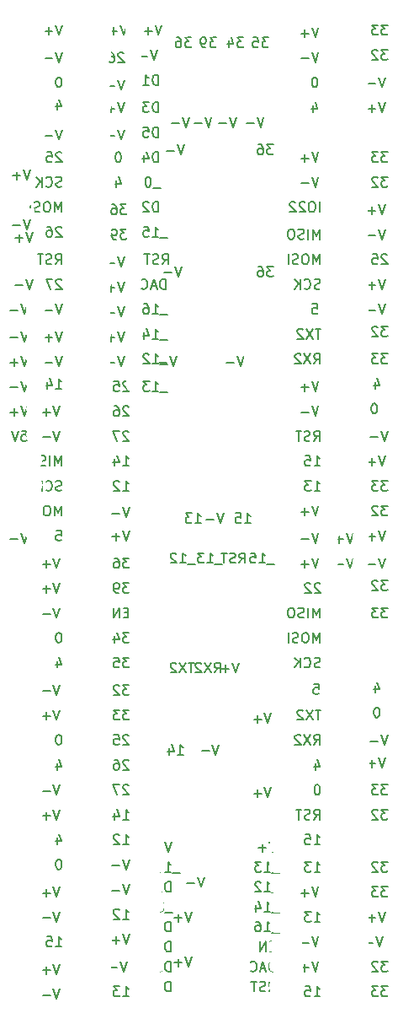
<source format=gbo>
G04 #@! TF.GenerationSoftware,KiCad,Pcbnew,7.0.7*
G04 #@! TF.CreationDate,2023-09-13T10:23:32-04:00*
G04 #@! TF.ProjectId,sensor_node,73656e73-6f72-45f6-9e6f-64652e6b6963,rev?*
G04 #@! TF.SameCoordinates,Original*
G04 #@! TF.FileFunction,Legend,Bot*
G04 #@! TF.FilePolarity,Positive*
%FSLAX46Y46*%
G04 Gerber Fmt 4.6, Leading zero omitted, Abs format (unit mm)*
G04 Created by KiCad (PCBNEW 7.0.7) date 2023-09-13 10:23:32*
%MOMM*%
%LPD*%
G01*
G04 APERTURE LIST*
%ADD10C,0.150000*%
%ADD11R,1.700000X1.700000*%
%ADD12O,1.700000X1.700000*%
%ADD13R,1.600000X1.600000*%
%ADD14O,1.600000X1.600000*%
%ADD15R,2.000000X2.000000*%
%ADD16C,2.000000*%
%ADD17R,1.500000X1.050000*%
%ADD18O,1.500000X1.050000*%
%ADD19C,1.500000*%
%ADD20R,2.000000X3.200000*%
%ADD21O,3.500000X1.350000*%
%ADD22C,1.600000*%
%ADD23O,1.850000X3.048000*%
G04 APERTURE END LIST*
D10*
X138556077Y-68869819D02*
X138222744Y-69869819D01*
X138222744Y-69869819D02*
X137889411Y-68869819D01*
X137556077Y-69488866D02*
X136794173Y-69488866D01*
X137175125Y-69869819D02*
X137175125Y-69107914D01*
X138389411Y-135619819D02*
X138960839Y-135619819D01*
X138675125Y-135619819D02*
X138675125Y-134619819D01*
X138675125Y-134619819D02*
X138770363Y-134762676D01*
X138770363Y-134762676D02*
X138865601Y-134857914D01*
X138865601Y-134857914D02*
X138960839Y-134905533D01*
X138056077Y-134619819D02*
X137437030Y-134619819D01*
X137437030Y-134619819D02*
X137770363Y-135000771D01*
X137770363Y-135000771D02*
X137627506Y-135000771D01*
X137627506Y-135000771D02*
X137532268Y-135048390D01*
X137532268Y-135048390D02*
X137484649Y-135096009D01*
X137484649Y-135096009D02*
X137437030Y-135191247D01*
X137437030Y-135191247D02*
X137437030Y-135429342D01*
X137437030Y-135429342D02*
X137484649Y-135524580D01*
X137484649Y-135524580D02*
X137532268Y-135572200D01*
X137532268Y-135572200D02*
X137627506Y-135619819D01*
X137627506Y-135619819D02*
X137913220Y-135619819D01*
X137913220Y-135619819D02*
X138008458Y-135572200D01*
X138008458Y-135572200D02*
X138056077Y-135524580D01*
X129306077Y-63619819D02*
X128972744Y-64619819D01*
X128972744Y-64619819D02*
X128639411Y-63619819D01*
X128306077Y-64238866D02*
X127544173Y-64238866D01*
X164806077Y-127119819D02*
X164472744Y-128119819D01*
X164472744Y-128119819D02*
X164139411Y-127119819D01*
X163806077Y-127738866D02*
X163044173Y-127738866D01*
X163425125Y-128119819D02*
X163425125Y-127357914D01*
X164806077Y-91619819D02*
X164472744Y-92619819D01*
X164472744Y-92619819D02*
X164139411Y-91619819D01*
X163806077Y-92238866D02*
X163044173Y-92238866D01*
X138556077Y-43619819D02*
X138222744Y-44619819D01*
X138222744Y-44619819D02*
X137889411Y-43619819D01*
X137556077Y-44238866D02*
X136794173Y-44238866D01*
X164806077Y-58619819D02*
X164472744Y-59619819D01*
X164472744Y-59619819D02*
X164139411Y-58619819D01*
X163806077Y-59238866D02*
X163044173Y-59238866D01*
X144306077Y-62369819D02*
X143972744Y-63369819D01*
X143972744Y-63369819D02*
X143639411Y-62369819D01*
X143306077Y-62988866D02*
X142544173Y-62988866D01*
X154151316Y-127215057D02*
X153389411Y-127215057D01*
X152627506Y-127119819D02*
X153198934Y-127119819D01*
X152913220Y-127119819D02*
X152913220Y-126119819D01*
X152913220Y-126119819D02*
X153008458Y-126262676D01*
X153008458Y-126262676D02*
X153103696Y-126357914D01*
X153103696Y-126357914D02*
X153198934Y-126405533D01*
X151770363Y-126453152D02*
X151770363Y-127119819D01*
X152008458Y-126072200D02*
X152246553Y-126786485D01*
X152246553Y-126786485D02*
X151627506Y-126786485D01*
X158056077Y-53369819D02*
X157722744Y-54369819D01*
X157722744Y-54369819D02*
X157389411Y-53369819D01*
X157056077Y-53988866D02*
X156294173Y-53988866D01*
X157437030Y-66119819D02*
X157913220Y-66119819D01*
X157913220Y-66119819D02*
X157960839Y-66596009D01*
X157960839Y-66596009D02*
X157913220Y-66548390D01*
X157913220Y-66548390D02*
X157817982Y-66500771D01*
X157817982Y-66500771D02*
X157579887Y-66500771D01*
X157579887Y-66500771D02*
X157484649Y-66548390D01*
X157484649Y-66548390D02*
X157437030Y-66596009D01*
X157437030Y-66596009D02*
X157389411Y-66691247D01*
X157389411Y-66691247D02*
X157389411Y-66929342D01*
X157389411Y-66929342D02*
X157437030Y-67024580D01*
X157437030Y-67024580D02*
X157484649Y-67072200D01*
X157484649Y-67072200D02*
X157579887Y-67119819D01*
X157579887Y-67119819D02*
X157817982Y-67119819D01*
X157817982Y-67119819D02*
X157913220Y-67072200D01*
X157913220Y-67072200D02*
X157960839Y-67024580D01*
X131639411Y-74619819D02*
X132210839Y-74619819D01*
X131925125Y-74619819D02*
X131925125Y-73619819D01*
X131925125Y-73619819D02*
X132020363Y-73762676D01*
X132020363Y-73762676D02*
X132115601Y-73857914D01*
X132115601Y-73857914D02*
X132210839Y-73905533D01*
X130782268Y-73953152D02*
X130782268Y-74619819D01*
X131020363Y-73572200D02*
X131258458Y-74286485D01*
X131258458Y-74286485D02*
X130639411Y-74286485D01*
X132306077Y-48619819D02*
X131972744Y-49619819D01*
X131972744Y-49619819D02*
X131639411Y-48619819D01*
X131306077Y-49238866D02*
X130544173Y-49238866D01*
X132056077Y-91619819D02*
X131722744Y-92619819D01*
X131722744Y-92619819D02*
X131389411Y-91619819D01*
X131056077Y-92238866D02*
X130294173Y-92238866D01*
X130675125Y-92619819D02*
X130675125Y-91857914D01*
X153508458Y-50119819D02*
X152889411Y-50119819D01*
X152889411Y-50119819D02*
X153222744Y-50500771D01*
X153222744Y-50500771D02*
X153079887Y-50500771D01*
X153079887Y-50500771D02*
X152984649Y-50548390D01*
X152984649Y-50548390D02*
X152937030Y-50596009D01*
X152937030Y-50596009D02*
X152889411Y-50691247D01*
X152889411Y-50691247D02*
X152889411Y-50929342D01*
X152889411Y-50929342D02*
X152937030Y-51024580D01*
X152937030Y-51024580D02*
X152984649Y-51072200D01*
X152984649Y-51072200D02*
X153079887Y-51119819D01*
X153079887Y-51119819D02*
X153365601Y-51119819D01*
X153365601Y-51119819D02*
X153460839Y-51072200D01*
X153460839Y-51072200D02*
X153508458Y-51024580D01*
X152032268Y-50119819D02*
X152222744Y-50119819D01*
X152222744Y-50119819D02*
X152317982Y-50167438D01*
X152317982Y-50167438D02*
X152365601Y-50215057D01*
X152365601Y-50215057D02*
X152460839Y-50357914D01*
X152460839Y-50357914D02*
X152508458Y-50548390D01*
X152508458Y-50548390D02*
X152508458Y-50929342D01*
X152508458Y-50929342D02*
X152460839Y-51024580D01*
X152460839Y-51024580D02*
X152413220Y-51072200D01*
X152413220Y-51072200D02*
X152317982Y-51119819D01*
X152317982Y-51119819D02*
X152127506Y-51119819D01*
X152127506Y-51119819D02*
X152032268Y-51072200D01*
X152032268Y-51072200D02*
X151984649Y-51024580D01*
X151984649Y-51024580D02*
X151937030Y-50929342D01*
X151937030Y-50929342D02*
X151937030Y-50691247D01*
X151937030Y-50691247D02*
X151984649Y-50596009D01*
X151984649Y-50596009D02*
X152032268Y-50548390D01*
X152032268Y-50548390D02*
X152127506Y-50500771D01*
X152127506Y-50500771D02*
X152317982Y-50500771D01*
X152317982Y-50500771D02*
X152413220Y-50548390D01*
X152413220Y-50548390D02*
X152460839Y-50596009D01*
X152460839Y-50596009D02*
X152508458Y-50691247D01*
X138960839Y-73965057D02*
X138913220Y-73917438D01*
X138913220Y-73917438D02*
X138817982Y-73869819D01*
X138817982Y-73869819D02*
X138579887Y-73869819D01*
X138579887Y-73869819D02*
X138484649Y-73917438D01*
X138484649Y-73917438D02*
X138437030Y-73965057D01*
X138437030Y-73965057D02*
X138389411Y-74060295D01*
X138389411Y-74060295D02*
X138389411Y-74155533D01*
X138389411Y-74155533D02*
X138437030Y-74298390D01*
X138437030Y-74298390D02*
X139008458Y-74869819D01*
X139008458Y-74869819D02*
X138389411Y-74869819D01*
X137484649Y-73869819D02*
X137960839Y-73869819D01*
X137960839Y-73869819D02*
X138008458Y-74346009D01*
X138008458Y-74346009D02*
X137960839Y-74298390D01*
X137960839Y-74298390D02*
X137865601Y-74250771D01*
X137865601Y-74250771D02*
X137627506Y-74250771D01*
X137627506Y-74250771D02*
X137532268Y-74298390D01*
X137532268Y-74298390D02*
X137484649Y-74346009D01*
X137484649Y-74346009D02*
X137437030Y-74441247D01*
X137437030Y-74441247D02*
X137437030Y-74679342D01*
X137437030Y-74679342D02*
X137484649Y-74774580D01*
X137484649Y-74774580D02*
X137532268Y-74822200D01*
X137532268Y-74822200D02*
X137627506Y-74869819D01*
X137627506Y-74869819D02*
X137865601Y-74869819D01*
X137865601Y-74869819D02*
X137960839Y-74822200D01*
X137960839Y-74822200D02*
X138008458Y-74774580D01*
X157587030Y-104269819D02*
X158063220Y-104269819D01*
X158063220Y-104269819D02*
X158110839Y-104746009D01*
X158110839Y-104746009D02*
X158063220Y-104698390D01*
X158063220Y-104698390D02*
X157967982Y-104650771D01*
X157967982Y-104650771D02*
X157729887Y-104650771D01*
X157729887Y-104650771D02*
X157634649Y-104698390D01*
X157634649Y-104698390D02*
X157587030Y-104746009D01*
X157587030Y-104746009D02*
X157539411Y-104841247D01*
X157539411Y-104841247D02*
X157539411Y-105079342D01*
X157539411Y-105079342D02*
X157587030Y-105174580D01*
X157587030Y-105174580D02*
X157634649Y-105222200D01*
X157634649Y-105222200D02*
X157729887Y-105269819D01*
X157729887Y-105269819D02*
X157967982Y-105269819D01*
X157967982Y-105269819D02*
X158063220Y-105222200D01*
X158063220Y-105222200D02*
X158110839Y-105174580D01*
X164806077Y-88869819D02*
X164472744Y-89869819D01*
X164472744Y-89869819D02*
X164139411Y-88869819D01*
X163806077Y-89488866D02*
X163044173Y-89488866D01*
X163425125Y-89869819D02*
X163425125Y-89107914D01*
X138460839Y-40965057D02*
X138413220Y-40917438D01*
X138413220Y-40917438D02*
X138317982Y-40869819D01*
X138317982Y-40869819D02*
X138079887Y-40869819D01*
X138079887Y-40869819D02*
X137984649Y-40917438D01*
X137984649Y-40917438D02*
X137937030Y-40965057D01*
X137937030Y-40965057D02*
X137889411Y-41060295D01*
X137889411Y-41060295D02*
X137889411Y-41155533D01*
X137889411Y-41155533D02*
X137937030Y-41298390D01*
X137937030Y-41298390D02*
X138508458Y-41869819D01*
X138508458Y-41869819D02*
X137889411Y-41869819D01*
X137032268Y-40869819D02*
X137222744Y-40869819D01*
X137222744Y-40869819D02*
X137317982Y-40917438D01*
X137317982Y-40917438D02*
X137365601Y-40965057D01*
X137365601Y-40965057D02*
X137460839Y-41107914D01*
X137460839Y-41107914D02*
X137508458Y-41298390D01*
X137508458Y-41298390D02*
X137508458Y-41679342D01*
X137508458Y-41679342D02*
X137460839Y-41774580D01*
X137460839Y-41774580D02*
X137413220Y-41822200D01*
X137413220Y-41822200D02*
X137317982Y-41869819D01*
X137317982Y-41869819D02*
X137127506Y-41869819D01*
X137127506Y-41869819D02*
X137032268Y-41822200D01*
X137032268Y-41822200D02*
X136984649Y-41774580D01*
X136984649Y-41774580D02*
X136937030Y-41679342D01*
X136937030Y-41679342D02*
X136937030Y-41441247D01*
X136937030Y-41441247D02*
X136984649Y-41346009D01*
X136984649Y-41346009D02*
X137032268Y-41298390D01*
X137032268Y-41298390D02*
X137127506Y-41250771D01*
X137127506Y-41250771D02*
X137317982Y-41250771D01*
X137317982Y-41250771D02*
X137413220Y-41298390D01*
X137413220Y-41298390D02*
X137460839Y-41346009D01*
X137460839Y-41346009D02*
X137508458Y-41441247D01*
X157722744Y-43369819D02*
X157627506Y-43369819D01*
X157627506Y-43369819D02*
X157532268Y-43417438D01*
X157532268Y-43417438D02*
X157484649Y-43465057D01*
X157484649Y-43465057D02*
X157437030Y-43560295D01*
X157437030Y-43560295D02*
X157389411Y-43750771D01*
X157389411Y-43750771D02*
X157389411Y-43988866D01*
X157389411Y-43988866D02*
X157437030Y-44179342D01*
X157437030Y-44179342D02*
X157484649Y-44274580D01*
X157484649Y-44274580D02*
X157532268Y-44322200D01*
X157532268Y-44322200D02*
X157627506Y-44369819D01*
X157627506Y-44369819D02*
X157722744Y-44369819D01*
X157722744Y-44369819D02*
X157817982Y-44322200D01*
X157817982Y-44322200D02*
X157865601Y-44274580D01*
X157865601Y-44274580D02*
X157913220Y-44179342D01*
X157913220Y-44179342D02*
X157960839Y-43988866D01*
X157960839Y-43988866D02*
X157960839Y-43750771D01*
X157960839Y-43750771D02*
X157913220Y-43560295D01*
X157913220Y-43560295D02*
X157865601Y-43465057D01*
X157865601Y-43465057D02*
X157817982Y-43417438D01*
X157817982Y-43417438D02*
X157722744Y-43369819D01*
X132210839Y-84822200D02*
X132067982Y-84869819D01*
X132067982Y-84869819D02*
X131829887Y-84869819D01*
X131829887Y-84869819D02*
X131734649Y-84822200D01*
X131734649Y-84822200D02*
X131687030Y-84774580D01*
X131687030Y-84774580D02*
X131639411Y-84679342D01*
X131639411Y-84679342D02*
X131639411Y-84584104D01*
X131639411Y-84584104D02*
X131687030Y-84488866D01*
X131687030Y-84488866D02*
X131734649Y-84441247D01*
X131734649Y-84441247D02*
X131829887Y-84393628D01*
X131829887Y-84393628D02*
X132020363Y-84346009D01*
X132020363Y-84346009D02*
X132115601Y-84298390D01*
X132115601Y-84298390D02*
X132163220Y-84250771D01*
X132163220Y-84250771D02*
X132210839Y-84155533D01*
X132210839Y-84155533D02*
X132210839Y-84060295D01*
X132210839Y-84060295D02*
X132163220Y-83965057D01*
X132163220Y-83965057D02*
X132115601Y-83917438D01*
X132115601Y-83917438D02*
X132020363Y-83869819D01*
X132020363Y-83869819D02*
X131782268Y-83869819D01*
X131782268Y-83869819D02*
X131639411Y-83917438D01*
X130639411Y-84774580D02*
X130687030Y-84822200D01*
X130687030Y-84822200D02*
X130829887Y-84869819D01*
X130829887Y-84869819D02*
X130925125Y-84869819D01*
X130925125Y-84869819D02*
X131067982Y-84822200D01*
X131067982Y-84822200D02*
X131163220Y-84726961D01*
X131163220Y-84726961D02*
X131210839Y-84631723D01*
X131210839Y-84631723D02*
X131258458Y-84441247D01*
X131258458Y-84441247D02*
X131258458Y-84298390D01*
X131258458Y-84298390D02*
X131210839Y-84107914D01*
X131210839Y-84107914D02*
X131163220Y-84012676D01*
X131163220Y-84012676D02*
X131067982Y-83917438D01*
X131067982Y-83917438D02*
X130925125Y-83869819D01*
X130925125Y-83869819D02*
X130829887Y-83869819D01*
X130829887Y-83869819D02*
X130687030Y-83917438D01*
X130687030Y-83917438D02*
X130639411Y-83965057D01*
X130210839Y-84869819D02*
X130210839Y-83869819D01*
X129639411Y-84869819D02*
X130067982Y-84298390D01*
X129639411Y-83869819D02*
X130210839Y-84441247D01*
X158210839Y-102572200D02*
X158067982Y-102619819D01*
X158067982Y-102619819D02*
X157829887Y-102619819D01*
X157829887Y-102619819D02*
X157734649Y-102572200D01*
X157734649Y-102572200D02*
X157687030Y-102524580D01*
X157687030Y-102524580D02*
X157639411Y-102429342D01*
X157639411Y-102429342D02*
X157639411Y-102334104D01*
X157639411Y-102334104D02*
X157687030Y-102238866D01*
X157687030Y-102238866D02*
X157734649Y-102191247D01*
X157734649Y-102191247D02*
X157829887Y-102143628D01*
X157829887Y-102143628D02*
X158020363Y-102096009D01*
X158020363Y-102096009D02*
X158115601Y-102048390D01*
X158115601Y-102048390D02*
X158163220Y-102000771D01*
X158163220Y-102000771D02*
X158210839Y-101905533D01*
X158210839Y-101905533D02*
X158210839Y-101810295D01*
X158210839Y-101810295D02*
X158163220Y-101715057D01*
X158163220Y-101715057D02*
X158115601Y-101667438D01*
X158115601Y-101667438D02*
X158020363Y-101619819D01*
X158020363Y-101619819D02*
X157782268Y-101619819D01*
X157782268Y-101619819D02*
X157639411Y-101667438D01*
X156639411Y-102524580D02*
X156687030Y-102572200D01*
X156687030Y-102572200D02*
X156829887Y-102619819D01*
X156829887Y-102619819D02*
X156925125Y-102619819D01*
X156925125Y-102619819D02*
X157067982Y-102572200D01*
X157067982Y-102572200D02*
X157163220Y-102476961D01*
X157163220Y-102476961D02*
X157210839Y-102381723D01*
X157210839Y-102381723D02*
X157258458Y-102191247D01*
X157258458Y-102191247D02*
X157258458Y-102048390D01*
X157258458Y-102048390D02*
X157210839Y-101857914D01*
X157210839Y-101857914D02*
X157163220Y-101762676D01*
X157163220Y-101762676D02*
X157067982Y-101667438D01*
X157067982Y-101667438D02*
X156925125Y-101619819D01*
X156925125Y-101619819D02*
X156829887Y-101619819D01*
X156829887Y-101619819D02*
X156687030Y-101667438D01*
X156687030Y-101667438D02*
X156639411Y-101715057D01*
X156210839Y-102619819D02*
X156210839Y-101619819D01*
X155639411Y-102619819D02*
X156067982Y-102048390D01*
X155639411Y-101619819D02*
X156210839Y-102191247D01*
X143401316Y-127215057D02*
X142639411Y-127215057D01*
X142210839Y-126119819D02*
X142115601Y-126119819D01*
X142115601Y-126119819D02*
X142020363Y-126167438D01*
X142020363Y-126167438D02*
X141972744Y-126215057D01*
X141972744Y-126215057D02*
X141925125Y-126310295D01*
X141925125Y-126310295D02*
X141877506Y-126500771D01*
X141877506Y-126500771D02*
X141877506Y-126738866D01*
X141877506Y-126738866D02*
X141925125Y-126929342D01*
X141925125Y-126929342D02*
X141972744Y-127024580D01*
X141972744Y-127024580D02*
X142020363Y-127072200D01*
X142020363Y-127072200D02*
X142115601Y-127119819D01*
X142115601Y-127119819D02*
X142210839Y-127119819D01*
X142210839Y-127119819D02*
X142306077Y-127072200D01*
X142306077Y-127072200D02*
X142353696Y-127024580D01*
X142353696Y-127024580D02*
X142401315Y-126929342D01*
X142401315Y-126929342D02*
X142448934Y-126738866D01*
X142448934Y-126738866D02*
X142448934Y-126500771D01*
X142448934Y-126500771D02*
X142401315Y-126310295D01*
X142401315Y-126310295D02*
X142353696Y-126215057D01*
X142353696Y-126215057D02*
X142306077Y-126167438D01*
X142306077Y-126167438D02*
X142210839Y-126119819D01*
X161556077Y-91619819D02*
X161222744Y-92619819D01*
X161222744Y-92619819D02*
X160889411Y-91619819D01*
X160556077Y-92238866D02*
X159794173Y-92238866D01*
X138556077Y-45869819D02*
X138222744Y-46869819D01*
X138222744Y-46869819D02*
X137889411Y-45869819D01*
X137556077Y-46488866D02*
X136794173Y-46488866D01*
X137175125Y-46869819D02*
X137175125Y-46107914D01*
X132163220Y-87369819D02*
X132163220Y-86369819D01*
X132163220Y-86369819D02*
X131829887Y-87084104D01*
X131829887Y-87084104D02*
X131496554Y-86369819D01*
X131496554Y-86369819D02*
X131496554Y-87369819D01*
X130829887Y-86369819D02*
X130639411Y-86369819D01*
X130639411Y-86369819D02*
X130544173Y-86417438D01*
X130544173Y-86417438D02*
X130448935Y-86512676D01*
X130448935Y-86512676D02*
X130401316Y-86703152D01*
X130401316Y-86703152D02*
X130401316Y-87036485D01*
X130401316Y-87036485D02*
X130448935Y-87226961D01*
X130448935Y-87226961D02*
X130544173Y-87322200D01*
X130544173Y-87322200D02*
X130639411Y-87369819D01*
X130639411Y-87369819D02*
X130829887Y-87369819D01*
X130829887Y-87369819D02*
X130925125Y-87322200D01*
X130925125Y-87322200D02*
X131020363Y-87226961D01*
X131020363Y-87226961D02*
X131067982Y-87036485D01*
X131067982Y-87036485D02*
X131067982Y-86703152D01*
X131067982Y-86703152D02*
X131020363Y-86512676D01*
X131020363Y-86512676D02*
X130925125Y-86417438D01*
X130925125Y-86417438D02*
X130829887Y-86369819D01*
X130020363Y-87322200D02*
X129877506Y-87369819D01*
X129877506Y-87369819D02*
X129639411Y-87369819D01*
X129639411Y-87369819D02*
X129544173Y-87322200D01*
X129544173Y-87322200D02*
X129496554Y-87274580D01*
X129496554Y-87274580D02*
X129448935Y-87179342D01*
X129448935Y-87179342D02*
X129448935Y-87084104D01*
X129448935Y-87084104D02*
X129496554Y-86988866D01*
X129496554Y-86988866D02*
X129544173Y-86941247D01*
X129544173Y-86941247D02*
X129639411Y-86893628D01*
X129639411Y-86893628D02*
X129829887Y-86846009D01*
X129829887Y-86846009D02*
X129925125Y-86798390D01*
X129925125Y-86798390D02*
X129972744Y-86750771D01*
X129972744Y-86750771D02*
X130020363Y-86655533D01*
X130020363Y-86655533D02*
X130020363Y-86560295D01*
X130020363Y-86560295D02*
X129972744Y-86465057D01*
X129972744Y-86465057D02*
X129925125Y-86417438D01*
X129925125Y-86417438D02*
X129829887Y-86369819D01*
X129829887Y-86369819D02*
X129591792Y-86369819D01*
X129591792Y-86369819D02*
X129448935Y-86417438D01*
X129020363Y-87369819D02*
X129020363Y-86369819D01*
X139008458Y-99119819D02*
X138389411Y-99119819D01*
X138389411Y-99119819D02*
X138722744Y-99500771D01*
X138722744Y-99500771D02*
X138579887Y-99500771D01*
X138579887Y-99500771D02*
X138484649Y-99548390D01*
X138484649Y-99548390D02*
X138437030Y-99596009D01*
X138437030Y-99596009D02*
X138389411Y-99691247D01*
X138389411Y-99691247D02*
X138389411Y-99929342D01*
X138389411Y-99929342D02*
X138437030Y-100024580D01*
X138437030Y-100024580D02*
X138484649Y-100072200D01*
X138484649Y-100072200D02*
X138579887Y-100119819D01*
X138579887Y-100119819D02*
X138865601Y-100119819D01*
X138865601Y-100119819D02*
X138960839Y-100072200D01*
X138960839Y-100072200D02*
X139008458Y-100024580D01*
X137532268Y-99453152D02*
X137532268Y-100119819D01*
X137770363Y-99072200D02*
X138008458Y-99786485D01*
X138008458Y-99786485D02*
X137389411Y-99786485D01*
X157484649Y-46203152D02*
X157484649Y-46869819D01*
X157722744Y-45822200D02*
X157960839Y-46536485D01*
X157960839Y-46536485D02*
X157341792Y-46536485D01*
X139008458Y-101619819D02*
X138389411Y-101619819D01*
X138389411Y-101619819D02*
X138722744Y-102000771D01*
X138722744Y-102000771D02*
X138579887Y-102000771D01*
X138579887Y-102000771D02*
X138484649Y-102048390D01*
X138484649Y-102048390D02*
X138437030Y-102096009D01*
X138437030Y-102096009D02*
X138389411Y-102191247D01*
X138389411Y-102191247D02*
X138389411Y-102429342D01*
X138389411Y-102429342D02*
X138437030Y-102524580D01*
X138437030Y-102524580D02*
X138484649Y-102572200D01*
X138484649Y-102572200D02*
X138579887Y-102619819D01*
X138579887Y-102619819D02*
X138865601Y-102619819D01*
X138865601Y-102619819D02*
X138960839Y-102572200D01*
X138960839Y-102572200D02*
X139008458Y-102524580D01*
X137484649Y-101619819D02*
X137960839Y-101619819D01*
X137960839Y-101619819D02*
X138008458Y-102096009D01*
X138008458Y-102096009D02*
X137960839Y-102048390D01*
X137960839Y-102048390D02*
X137865601Y-102000771D01*
X137865601Y-102000771D02*
X137627506Y-102000771D01*
X137627506Y-102000771D02*
X137532268Y-102048390D01*
X137532268Y-102048390D02*
X137484649Y-102096009D01*
X137484649Y-102096009D02*
X137437030Y-102191247D01*
X137437030Y-102191247D02*
X137437030Y-102429342D01*
X137437030Y-102429342D02*
X137484649Y-102524580D01*
X137484649Y-102524580D02*
X137532268Y-102572200D01*
X137532268Y-102572200D02*
X137627506Y-102619819D01*
X137627506Y-102619819D02*
X137865601Y-102619819D01*
X137865601Y-102619819D02*
X137960839Y-102572200D01*
X137960839Y-102572200D02*
X138008458Y-102524580D01*
X165056077Y-78869819D02*
X164722744Y-79869819D01*
X164722744Y-79869819D02*
X164389411Y-78869819D01*
X164056077Y-79488866D02*
X163294173Y-79488866D01*
X158306077Y-68619819D02*
X157734649Y-68619819D01*
X158020363Y-69619819D02*
X158020363Y-68619819D01*
X157496553Y-68619819D02*
X156829887Y-69619819D01*
X156829887Y-68619819D02*
X157496553Y-69619819D01*
X156496553Y-68715057D02*
X156448934Y-68667438D01*
X156448934Y-68667438D02*
X156353696Y-68619819D01*
X156353696Y-68619819D02*
X156115601Y-68619819D01*
X156115601Y-68619819D02*
X156020363Y-68667438D01*
X156020363Y-68667438D02*
X155972744Y-68715057D01*
X155972744Y-68715057D02*
X155925125Y-68810295D01*
X155925125Y-68810295D02*
X155925125Y-68905533D01*
X155925125Y-68905533D02*
X155972744Y-69048390D01*
X155972744Y-69048390D02*
X156544172Y-69619819D01*
X156544172Y-69619819D02*
X155925125Y-69619819D01*
X139008458Y-106869819D02*
X138389411Y-106869819D01*
X138389411Y-106869819D02*
X138722744Y-107250771D01*
X138722744Y-107250771D02*
X138579887Y-107250771D01*
X138579887Y-107250771D02*
X138484649Y-107298390D01*
X138484649Y-107298390D02*
X138437030Y-107346009D01*
X138437030Y-107346009D02*
X138389411Y-107441247D01*
X138389411Y-107441247D02*
X138389411Y-107679342D01*
X138389411Y-107679342D02*
X138437030Y-107774580D01*
X138437030Y-107774580D02*
X138484649Y-107822200D01*
X138484649Y-107822200D02*
X138579887Y-107869819D01*
X138579887Y-107869819D02*
X138865601Y-107869819D01*
X138865601Y-107869819D02*
X138960839Y-107822200D01*
X138960839Y-107822200D02*
X139008458Y-107774580D01*
X138056077Y-106869819D02*
X137437030Y-106869819D01*
X137437030Y-106869819D02*
X137770363Y-107250771D01*
X137770363Y-107250771D02*
X137627506Y-107250771D01*
X137627506Y-107250771D02*
X137532268Y-107298390D01*
X137532268Y-107298390D02*
X137484649Y-107346009D01*
X137484649Y-107346009D02*
X137437030Y-107441247D01*
X137437030Y-107441247D02*
X137437030Y-107679342D01*
X137437030Y-107679342D02*
X137484649Y-107774580D01*
X137484649Y-107774580D02*
X137532268Y-107822200D01*
X137532268Y-107822200D02*
X137627506Y-107869819D01*
X137627506Y-107869819D02*
X137913220Y-107869819D01*
X137913220Y-107869819D02*
X138008458Y-107822200D01*
X138008458Y-107822200D02*
X138056077Y-107774580D01*
X144556077Y-50119819D02*
X144222744Y-51119819D01*
X144222744Y-51119819D02*
X143889411Y-50119819D01*
X143556077Y-50738866D02*
X142794173Y-50738866D01*
X150091792Y-92119819D02*
X150425125Y-91643628D01*
X150663220Y-92119819D02*
X150663220Y-91119819D01*
X150663220Y-91119819D02*
X150282268Y-91119819D01*
X150282268Y-91119819D02*
X150187030Y-91167438D01*
X150187030Y-91167438D02*
X150139411Y-91215057D01*
X150139411Y-91215057D02*
X150091792Y-91310295D01*
X150091792Y-91310295D02*
X150091792Y-91453152D01*
X150091792Y-91453152D02*
X150139411Y-91548390D01*
X150139411Y-91548390D02*
X150187030Y-91596009D01*
X150187030Y-91596009D02*
X150282268Y-91643628D01*
X150282268Y-91643628D02*
X150663220Y-91643628D01*
X149710839Y-92072200D02*
X149567982Y-92119819D01*
X149567982Y-92119819D02*
X149329887Y-92119819D01*
X149329887Y-92119819D02*
X149234649Y-92072200D01*
X149234649Y-92072200D02*
X149187030Y-92024580D01*
X149187030Y-92024580D02*
X149139411Y-91929342D01*
X149139411Y-91929342D02*
X149139411Y-91834104D01*
X149139411Y-91834104D02*
X149187030Y-91738866D01*
X149187030Y-91738866D02*
X149234649Y-91691247D01*
X149234649Y-91691247D02*
X149329887Y-91643628D01*
X149329887Y-91643628D02*
X149520363Y-91596009D01*
X149520363Y-91596009D02*
X149615601Y-91548390D01*
X149615601Y-91548390D02*
X149663220Y-91500771D01*
X149663220Y-91500771D02*
X149710839Y-91405533D01*
X149710839Y-91405533D02*
X149710839Y-91310295D01*
X149710839Y-91310295D02*
X149663220Y-91215057D01*
X149663220Y-91215057D02*
X149615601Y-91167438D01*
X149615601Y-91167438D02*
X149520363Y-91119819D01*
X149520363Y-91119819D02*
X149282268Y-91119819D01*
X149282268Y-91119819D02*
X149139411Y-91167438D01*
X148853696Y-91119819D02*
X148282268Y-91119819D01*
X148567982Y-92119819D02*
X148567982Y-91119819D01*
X153008458Y-39369819D02*
X152389411Y-39369819D01*
X152389411Y-39369819D02*
X152722744Y-39750771D01*
X152722744Y-39750771D02*
X152579887Y-39750771D01*
X152579887Y-39750771D02*
X152484649Y-39798390D01*
X152484649Y-39798390D02*
X152437030Y-39846009D01*
X152437030Y-39846009D02*
X152389411Y-39941247D01*
X152389411Y-39941247D02*
X152389411Y-40179342D01*
X152389411Y-40179342D02*
X152437030Y-40274580D01*
X152437030Y-40274580D02*
X152484649Y-40322200D01*
X152484649Y-40322200D02*
X152579887Y-40369819D01*
X152579887Y-40369819D02*
X152865601Y-40369819D01*
X152865601Y-40369819D02*
X152960839Y-40322200D01*
X152960839Y-40322200D02*
X153008458Y-40274580D01*
X151484649Y-39369819D02*
X151960839Y-39369819D01*
X151960839Y-39369819D02*
X152008458Y-39846009D01*
X152008458Y-39846009D02*
X151960839Y-39798390D01*
X151960839Y-39798390D02*
X151865601Y-39750771D01*
X151865601Y-39750771D02*
X151627506Y-39750771D01*
X151627506Y-39750771D02*
X151532268Y-39798390D01*
X151532268Y-39798390D02*
X151484649Y-39846009D01*
X151484649Y-39846009D02*
X151437030Y-39941247D01*
X151437030Y-39941247D02*
X151437030Y-40179342D01*
X151437030Y-40179342D02*
X151484649Y-40274580D01*
X151484649Y-40274580D02*
X151532268Y-40322200D01*
X151532268Y-40322200D02*
X151627506Y-40369819D01*
X151627506Y-40369819D02*
X151865601Y-40369819D01*
X151865601Y-40369819D02*
X151960839Y-40322200D01*
X151960839Y-40322200D02*
X152008458Y-40274580D01*
X157639411Y-82369819D02*
X158210839Y-82369819D01*
X157925125Y-82369819D02*
X157925125Y-81369819D01*
X157925125Y-81369819D02*
X158020363Y-81512676D01*
X158020363Y-81512676D02*
X158115601Y-81607914D01*
X158115601Y-81607914D02*
X158210839Y-81655533D01*
X156734649Y-81369819D02*
X157210839Y-81369819D01*
X157210839Y-81369819D02*
X157258458Y-81846009D01*
X157258458Y-81846009D02*
X157210839Y-81798390D01*
X157210839Y-81798390D02*
X157115601Y-81750771D01*
X157115601Y-81750771D02*
X156877506Y-81750771D01*
X156877506Y-81750771D02*
X156782268Y-81798390D01*
X156782268Y-81798390D02*
X156734649Y-81846009D01*
X156734649Y-81846009D02*
X156687030Y-81941247D01*
X156687030Y-81941247D02*
X156687030Y-82179342D01*
X156687030Y-82179342D02*
X156734649Y-82274580D01*
X156734649Y-82274580D02*
X156782268Y-82322200D01*
X156782268Y-82322200D02*
X156877506Y-82369819D01*
X156877506Y-82369819D02*
X157115601Y-82369819D01*
X157115601Y-82369819D02*
X157210839Y-82322200D01*
X157210839Y-82322200D02*
X157258458Y-82274580D01*
X145056077Y-47369819D02*
X144722744Y-48369819D01*
X144722744Y-48369819D02*
X144389411Y-47369819D01*
X144056077Y-47988866D02*
X143294173Y-47988866D01*
X128806077Y-66119819D02*
X128472744Y-67119819D01*
X128472744Y-67119819D02*
X128139411Y-66119819D01*
X127806077Y-66738866D02*
X127044173Y-66738866D01*
X158056077Y-132119819D02*
X157722744Y-133119819D01*
X157722744Y-133119819D02*
X157389411Y-132119819D01*
X157056077Y-132738866D02*
X156294173Y-132738866D01*
X156675125Y-133119819D02*
X156675125Y-132357914D01*
X132163220Y-56869819D02*
X132163220Y-55869819D01*
X132163220Y-55869819D02*
X131829887Y-56584104D01*
X131829887Y-56584104D02*
X131496554Y-55869819D01*
X131496554Y-55869819D02*
X131496554Y-56869819D01*
X130829887Y-55869819D02*
X130639411Y-55869819D01*
X130639411Y-55869819D02*
X130544173Y-55917438D01*
X130544173Y-55917438D02*
X130448935Y-56012676D01*
X130448935Y-56012676D02*
X130401316Y-56203152D01*
X130401316Y-56203152D02*
X130401316Y-56536485D01*
X130401316Y-56536485D02*
X130448935Y-56726961D01*
X130448935Y-56726961D02*
X130544173Y-56822200D01*
X130544173Y-56822200D02*
X130639411Y-56869819D01*
X130639411Y-56869819D02*
X130829887Y-56869819D01*
X130829887Y-56869819D02*
X130925125Y-56822200D01*
X130925125Y-56822200D02*
X131020363Y-56726961D01*
X131020363Y-56726961D02*
X131067982Y-56536485D01*
X131067982Y-56536485D02*
X131067982Y-56203152D01*
X131067982Y-56203152D02*
X131020363Y-56012676D01*
X131020363Y-56012676D02*
X130925125Y-55917438D01*
X130925125Y-55917438D02*
X130829887Y-55869819D01*
X130020363Y-56822200D02*
X129877506Y-56869819D01*
X129877506Y-56869819D02*
X129639411Y-56869819D01*
X129639411Y-56869819D02*
X129544173Y-56822200D01*
X129544173Y-56822200D02*
X129496554Y-56774580D01*
X129496554Y-56774580D02*
X129448935Y-56679342D01*
X129448935Y-56679342D02*
X129448935Y-56584104D01*
X129448935Y-56584104D02*
X129496554Y-56488866D01*
X129496554Y-56488866D02*
X129544173Y-56441247D01*
X129544173Y-56441247D02*
X129639411Y-56393628D01*
X129639411Y-56393628D02*
X129829887Y-56346009D01*
X129829887Y-56346009D02*
X129925125Y-56298390D01*
X129925125Y-56298390D02*
X129972744Y-56250771D01*
X129972744Y-56250771D02*
X130020363Y-56155533D01*
X130020363Y-56155533D02*
X130020363Y-56060295D01*
X130020363Y-56060295D02*
X129972744Y-55965057D01*
X129972744Y-55965057D02*
X129925125Y-55917438D01*
X129925125Y-55917438D02*
X129829887Y-55869819D01*
X129829887Y-55869819D02*
X129591792Y-55869819D01*
X129591792Y-55869819D02*
X129448935Y-55917438D01*
X129020363Y-56869819D02*
X129020363Y-55869819D01*
X132306077Y-71369819D02*
X131972744Y-72369819D01*
X131972744Y-72369819D02*
X131639411Y-71369819D01*
X131306077Y-71988866D02*
X130544173Y-71988866D01*
X147306077Y-47369819D02*
X146972744Y-48369819D01*
X146972744Y-48369819D02*
X146639411Y-47369819D01*
X146306077Y-47988866D02*
X145544173Y-47988866D01*
X148401316Y-92215057D02*
X147639411Y-92215057D01*
X146877506Y-92119819D02*
X147448934Y-92119819D01*
X147163220Y-92119819D02*
X147163220Y-91119819D01*
X147163220Y-91119819D02*
X147258458Y-91262676D01*
X147258458Y-91262676D02*
X147353696Y-91357914D01*
X147353696Y-91357914D02*
X147448934Y-91405533D01*
X146544172Y-91119819D02*
X145925125Y-91119819D01*
X145925125Y-91119819D02*
X146258458Y-91500771D01*
X146258458Y-91500771D02*
X146115601Y-91500771D01*
X146115601Y-91500771D02*
X146020363Y-91548390D01*
X146020363Y-91548390D02*
X145972744Y-91596009D01*
X145972744Y-91596009D02*
X145925125Y-91691247D01*
X145925125Y-91691247D02*
X145925125Y-91929342D01*
X145925125Y-91929342D02*
X145972744Y-92024580D01*
X145972744Y-92024580D02*
X146020363Y-92072200D01*
X146020363Y-92072200D02*
X146115601Y-92119819D01*
X146115601Y-92119819D02*
X146401315Y-92119819D01*
X146401315Y-92119819D02*
X146496553Y-92072200D01*
X146496553Y-92072200D02*
X146544172Y-92024580D01*
X132056077Y-124619819D02*
X131722744Y-125619819D01*
X131722744Y-125619819D02*
X131389411Y-124619819D01*
X131056077Y-125238866D02*
X130294173Y-125238866D01*
X130675125Y-125619819D02*
X130675125Y-124857914D01*
X138556077Y-48619819D02*
X138222744Y-49619819D01*
X138222744Y-49619819D02*
X137889411Y-48619819D01*
X137556077Y-49238866D02*
X136794173Y-49238866D01*
X158306077Y-106869819D02*
X157734649Y-106869819D01*
X158020363Y-107869819D02*
X158020363Y-106869819D01*
X157496553Y-106869819D02*
X156829887Y-107869819D01*
X156829887Y-106869819D02*
X157496553Y-107869819D01*
X156496553Y-106965057D02*
X156448934Y-106917438D01*
X156448934Y-106917438D02*
X156353696Y-106869819D01*
X156353696Y-106869819D02*
X156115601Y-106869819D01*
X156115601Y-106869819D02*
X156020363Y-106917438D01*
X156020363Y-106917438D02*
X155972744Y-106965057D01*
X155972744Y-106965057D02*
X155925125Y-107060295D01*
X155925125Y-107060295D02*
X155925125Y-107155533D01*
X155925125Y-107155533D02*
X155972744Y-107298390D01*
X155972744Y-107298390D02*
X156544172Y-107869819D01*
X156544172Y-107869819D02*
X155925125Y-107869819D01*
X163722744Y-76119819D02*
X163627506Y-76119819D01*
X163627506Y-76119819D02*
X163532268Y-76167438D01*
X163532268Y-76167438D02*
X163484649Y-76215057D01*
X163484649Y-76215057D02*
X163437030Y-76310295D01*
X163437030Y-76310295D02*
X163389411Y-76500771D01*
X163389411Y-76500771D02*
X163389411Y-76738866D01*
X163389411Y-76738866D02*
X163437030Y-76929342D01*
X163437030Y-76929342D02*
X163484649Y-77024580D01*
X163484649Y-77024580D02*
X163532268Y-77072200D01*
X163532268Y-77072200D02*
X163627506Y-77119819D01*
X163627506Y-77119819D02*
X163722744Y-77119819D01*
X163722744Y-77119819D02*
X163817982Y-77072200D01*
X163817982Y-77072200D02*
X163865601Y-77024580D01*
X163865601Y-77024580D02*
X163913220Y-76929342D01*
X163913220Y-76929342D02*
X163960839Y-76738866D01*
X163960839Y-76738866D02*
X163960839Y-76500771D01*
X163960839Y-76500771D02*
X163913220Y-76310295D01*
X163913220Y-76310295D02*
X163865601Y-76215057D01*
X163865601Y-76215057D02*
X163817982Y-76167438D01*
X163817982Y-76167438D02*
X163722744Y-76119819D01*
X157639411Y-120369819D02*
X158210839Y-120369819D01*
X157925125Y-120369819D02*
X157925125Y-119369819D01*
X157925125Y-119369819D02*
X158020363Y-119512676D01*
X158020363Y-119512676D02*
X158115601Y-119607914D01*
X158115601Y-119607914D02*
X158210839Y-119655533D01*
X156734649Y-119369819D02*
X157210839Y-119369819D01*
X157210839Y-119369819D02*
X157258458Y-119846009D01*
X157258458Y-119846009D02*
X157210839Y-119798390D01*
X157210839Y-119798390D02*
X157115601Y-119750771D01*
X157115601Y-119750771D02*
X156877506Y-119750771D01*
X156877506Y-119750771D02*
X156782268Y-119798390D01*
X156782268Y-119798390D02*
X156734649Y-119846009D01*
X156734649Y-119846009D02*
X156687030Y-119941247D01*
X156687030Y-119941247D02*
X156687030Y-120179342D01*
X156687030Y-120179342D02*
X156734649Y-120274580D01*
X156734649Y-120274580D02*
X156782268Y-120322200D01*
X156782268Y-120322200D02*
X156877506Y-120369819D01*
X156877506Y-120369819D02*
X157115601Y-120369819D01*
X157115601Y-120369819D02*
X157210839Y-120322200D01*
X157210839Y-120322200D02*
X157258458Y-120274580D01*
X143163220Y-131119819D02*
X143163220Y-130119819D01*
X143163220Y-130119819D02*
X142925125Y-130119819D01*
X142925125Y-130119819D02*
X142782268Y-130167438D01*
X142782268Y-130167438D02*
X142687030Y-130262676D01*
X142687030Y-130262676D02*
X142639411Y-130357914D01*
X142639411Y-130357914D02*
X142591792Y-130548390D01*
X142591792Y-130548390D02*
X142591792Y-130691247D01*
X142591792Y-130691247D02*
X142639411Y-130881723D01*
X142639411Y-130881723D02*
X142687030Y-130976961D01*
X142687030Y-130976961D02*
X142782268Y-131072200D01*
X142782268Y-131072200D02*
X142925125Y-131119819D01*
X142925125Y-131119819D02*
X143163220Y-131119819D01*
X141687030Y-130119819D02*
X142163220Y-130119819D01*
X142163220Y-130119819D02*
X142210839Y-130596009D01*
X142210839Y-130596009D02*
X142163220Y-130548390D01*
X142163220Y-130548390D02*
X142067982Y-130500771D01*
X142067982Y-130500771D02*
X141829887Y-130500771D01*
X141829887Y-130500771D02*
X141734649Y-130548390D01*
X141734649Y-130548390D02*
X141687030Y-130596009D01*
X141687030Y-130596009D02*
X141639411Y-130691247D01*
X141639411Y-130691247D02*
X141639411Y-130929342D01*
X141639411Y-130929342D02*
X141687030Y-131024580D01*
X141687030Y-131024580D02*
X141734649Y-131072200D01*
X141734649Y-131072200D02*
X141829887Y-131119819D01*
X141829887Y-131119819D02*
X142067982Y-131119819D01*
X142067982Y-131119819D02*
X142163220Y-131072200D01*
X142163220Y-131072200D02*
X142210839Y-131024580D01*
X129056077Y-52619819D02*
X128722744Y-53619819D01*
X128722744Y-53619819D02*
X128389411Y-52619819D01*
X128056077Y-53238866D02*
X127294173Y-53238866D01*
X127675125Y-53619819D02*
X127675125Y-52857914D01*
X163734649Y-104453152D02*
X163734649Y-105119819D01*
X163972744Y-104072200D02*
X164210839Y-104786485D01*
X164210839Y-104786485D02*
X163591792Y-104786485D01*
X145306077Y-127119819D02*
X144972744Y-128119819D01*
X144972744Y-128119819D02*
X144639411Y-127119819D01*
X144306077Y-127738866D02*
X143544173Y-127738866D01*
X143925125Y-128119819D02*
X143925125Y-127357914D01*
X153508458Y-62369819D02*
X152889411Y-62369819D01*
X152889411Y-62369819D02*
X153222744Y-62750771D01*
X153222744Y-62750771D02*
X153079887Y-62750771D01*
X153079887Y-62750771D02*
X152984649Y-62798390D01*
X152984649Y-62798390D02*
X152937030Y-62846009D01*
X152937030Y-62846009D02*
X152889411Y-62941247D01*
X152889411Y-62941247D02*
X152889411Y-63179342D01*
X152889411Y-63179342D02*
X152937030Y-63274580D01*
X152937030Y-63274580D02*
X152984649Y-63322200D01*
X152984649Y-63322200D02*
X153079887Y-63369819D01*
X153079887Y-63369819D02*
X153365601Y-63369819D01*
X153365601Y-63369819D02*
X153460839Y-63322200D01*
X153460839Y-63322200D02*
X153508458Y-63274580D01*
X152032268Y-62369819D02*
X152222744Y-62369819D01*
X152222744Y-62369819D02*
X152317982Y-62417438D01*
X152317982Y-62417438D02*
X152365601Y-62465057D01*
X152365601Y-62465057D02*
X152460839Y-62607914D01*
X152460839Y-62607914D02*
X152508458Y-62798390D01*
X152508458Y-62798390D02*
X152508458Y-63179342D01*
X152508458Y-63179342D02*
X152460839Y-63274580D01*
X152460839Y-63274580D02*
X152413220Y-63322200D01*
X152413220Y-63322200D02*
X152317982Y-63369819D01*
X152317982Y-63369819D02*
X152127506Y-63369819D01*
X152127506Y-63369819D02*
X152032268Y-63322200D01*
X152032268Y-63322200D02*
X151984649Y-63274580D01*
X151984649Y-63274580D02*
X151937030Y-63179342D01*
X151937030Y-63179342D02*
X151937030Y-62941247D01*
X151937030Y-62941247D02*
X151984649Y-62846009D01*
X151984649Y-62846009D02*
X152032268Y-62798390D01*
X152032268Y-62798390D02*
X152127506Y-62750771D01*
X152127506Y-62750771D02*
X152317982Y-62750771D01*
X152317982Y-62750771D02*
X152413220Y-62798390D01*
X152413220Y-62798390D02*
X152460839Y-62846009D01*
X152460839Y-62846009D02*
X152508458Y-62941247D01*
X165008458Y-93869819D02*
X164389411Y-93869819D01*
X164389411Y-93869819D02*
X164722744Y-94250771D01*
X164722744Y-94250771D02*
X164579887Y-94250771D01*
X164579887Y-94250771D02*
X164484649Y-94298390D01*
X164484649Y-94298390D02*
X164437030Y-94346009D01*
X164437030Y-94346009D02*
X164389411Y-94441247D01*
X164389411Y-94441247D02*
X164389411Y-94679342D01*
X164389411Y-94679342D02*
X164437030Y-94774580D01*
X164437030Y-94774580D02*
X164484649Y-94822200D01*
X164484649Y-94822200D02*
X164579887Y-94869819D01*
X164579887Y-94869819D02*
X164865601Y-94869819D01*
X164865601Y-94869819D02*
X164960839Y-94822200D01*
X164960839Y-94822200D02*
X165008458Y-94774580D01*
X164008458Y-93965057D02*
X163960839Y-93917438D01*
X163960839Y-93917438D02*
X163865601Y-93869819D01*
X163865601Y-93869819D02*
X163627506Y-93869819D01*
X163627506Y-93869819D02*
X163532268Y-93917438D01*
X163532268Y-93917438D02*
X163484649Y-93965057D01*
X163484649Y-93965057D02*
X163437030Y-94060295D01*
X163437030Y-94060295D02*
X163437030Y-94155533D01*
X163437030Y-94155533D02*
X163484649Y-94298390D01*
X163484649Y-94298390D02*
X164056077Y-94869819D01*
X164056077Y-94869819D02*
X163437030Y-94869819D01*
X139056077Y-124369819D02*
X138722744Y-125369819D01*
X138722744Y-125369819D02*
X138389411Y-124369819D01*
X138056077Y-124988866D02*
X137294173Y-124988866D01*
X157639411Y-135619819D02*
X158210839Y-135619819D01*
X157925125Y-135619819D02*
X157925125Y-134619819D01*
X157925125Y-134619819D02*
X158020363Y-134762676D01*
X158020363Y-134762676D02*
X158115601Y-134857914D01*
X158115601Y-134857914D02*
X158210839Y-134905533D01*
X156734649Y-134619819D02*
X157210839Y-134619819D01*
X157210839Y-134619819D02*
X157258458Y-135096009D01*
X157258458Y-135096009D02*
X157210839Y-135048390D01*
X157210839Y-135048390D02*
X157115601Y-135000771D01*
X157115601Y-135000771D02*
X156877506Y-135000771D01*
X156877506Y-135000771D02*
X156782268Y-135048390D01*
X156782268Y-135048390D02*
X156734649Y-135096009D01*
X156734649Y-135096009D02*
X156687030Y-135191247D01*
X156687030Y-135191247D02*
X156687030Y-135429342D01*
X156687030Y-135429342D02*
X156734649Y-135524580D01*
X156734649Y-135524580D02*
X156782268Y-135572200D01*
X156782268Y-135572200D02*
X156877506Y-135619819D01*
X156877506Y-135619819D02*
X157115601Y-135619819D01*
X157115601Y-135619819D02*
X157210839Y-135572200D01*
X157210839Y-135572200D02*
X157258458Y-135524580D01*
X132210839Y-58465057D02*
X132163220Y-58417438D01*
X132163220Y-58417438D02*
X132067982Y-58369819D01*
X132067982Y-58369819D02*
X131829887Y-58369819D01*
X131829887Y-58369819D02*
X131734649Y-58417438D01*
X131734649Y-58417438D02*
X131687030Y-58465057D01*
X131687030Y-58465057D02*
X131639411Y-58560295D01*
X131639411Y-58560295D02*
X131639411Y-58655533D01*
X131639411Y-58655533D02*
X131687030Y-58798390D01*
X131687030Y-58798390D02*
X132258458Y-59369819D01*
X132258458Y-59369819D02*
X131639411Y-59369819D01*
X130782268Y-58369819D02*
X130972744Y-58369819D01*
X130972744Y-58369819D02*
X131067982Y-58417438D01*
X131067982Y-58417438D02*
X131115601Y-58465057D01*
X131115601Y-58465057D02*
X131210839Y-58607914D01*
X131210839Y-58607914D02*
X131258458Y-58798390D01*
X131258458Y-58798390D02*
X131258458Y-59179342D01*
X131258458Y-59179342D02*
X131210839Y-59274580D01*
X131210839Y-59274580D02*
X131163220Y-59322200D01*
X131163220Y-59322200D02*
X131067982Y-59369819D01*
X131067982Y-59369819D02*
X130877506Y-59369819D01*
X130877506Y-59369819D02*
X130782268Y-59322200D01*
X130782268Y-59322200D02*
X130734649Y-59274580D01*
X130734649Y-59274580D02*
X130687030Y-59179342D01*
X130687030Y-59179342D02*
X130687030Y-58941247D01*
X130687030Y-58941247D02*
X130734649Y-58846009D01*
X130734649Y-58846009D02*
X130782268Y-58798390D01*
X130782268Y-58798390D02*
X130877506Y-58750771D01*
X130877506Y-58750771D02*
X131067982Y-58750771D01*
X131067982Y-58750771D02*
X131163220Y-58798390D01*
X131163220Y-58798390D02*
X131210839Y-58846009D01*
X131210839Y-58846009D02*
X131258458Y-58941247D01*
X143806077Y-71369819D02*
X143472744Y-72369819D01*
X143472744Y-72369819D02*
X143139411Y-71369819D01*
X142806077Y-71988866D02*
X142044173Y-71988866D01*
X142663220Y-64619819D02*
X142663220Y-63619819D01*
X142663220Y-63619819D02*
X142425125Y-63619819D01*
X142425125Y-63619819D02*
X142282268Y-63667438D01*
X142282268Y-63667438D02*
X142187030Y-63762676D01*
X142187030Y-63762676D02*
X142139411Y-63857914D01*
X142139411Y-63857914D02*
X142091792Y-64048390D01*
X142091792Y-64048390D02*
X142091792Y-64191247D01*
X142091792Y-64191247D02*
X142139411Y-64381723D01*
X142139411Y-64381723D02*
X142187030Y-64476961D01*
X142187030Y-64476961D02*
X142282268Y-64572200D01*
X142282268Y-64572200D02*
X142425125Y-64619819D01*
X142425125Y-64619819D02*
X142663220Y-64619819D01*
X141710839Y-64334104D02*
X141234649Y-64334104D01*
X141806077Y-64619819D02*
X141472744Y-63619819D01*
X141472744Y-63619819D02*
X141139411Y-64619819D01*
X140234649Y-64524580D02*
X140282268Y-64572200D01*
X140282268Y-64572200D02*
X140425125Y-64619819D01*
X140425125Y-64619819D02*
X140520363Y-64619819D01*
X140520363Y-64619819D02*
X140663220Y-64572200D01*
X140663220Y-64572200D02*
X140758458Y-64476961D01*
X140758458Y-64476961D02*
X140806077Y-64381723D01*
X140806077Y-64381723D02*
X140853696Y-64191247D01*
X140853696Y-64191247D02*
X140853696Y-64048390D01*
X140853696Y-64048390D02*
X140806077Y-63857914D01*
X140806077Y-63857914D02*
X140758458Y-63762676D01*
X140758458Y-63762676D02*
X140663220Y-63667438D01*
X140663220Y-63667438D02*
X140520363Y-63619819D01*
X140520363Y-63619819D02*
X140425125Y-63619819D01*
X140425125Y-63619819D02*
X140282268Y-63667438D01*
X140282268Y-63667438D02*
X140234649Y-63715057D01*
X145258458Y-39369819D02*
X144639411Y-39369819D01*
X144639411Y-39369819D02*
X144972744Y-39750771D01*
X144972744Y-39750771D02*
X144829887Y-39750771D01*
X144829887Y-39750771D02*
X144734649Y-39798390D01*
X144734649Y-39798390D02*
X144687030Y-39846009D01*
X144687030Y-39846009D02*
X144639411Y-39941247D01*
X144639411Y-39941247D02*
X144639411Y-40179342D01*
X144639411Y-40179342D02*
X144687030Y-40274580D01*
X144687030Y-40274580D02*
X144734649Y-40322200D01*
X144734649Y-40322200D02*
X144829887Y-40369819D01*
X144829887Y-40369819D02*
X145115601Y-40369819D01*
X145115601Y-40369819D02*
X145210839Y-40322200D01*
X145210839Y-40322200D02*
X145258458Y-40274580D01*
X143782268Y-39369819D02*
X143972744Y-39369819D01*
X143972744Y-39369819D02*
X144067982Y-39417438D01*
X144067982Y-39417438D02*
X144115601Y-39465057D01*
X144115601Y-39465057D02*
X144210839Y-39607914D01*
X144210839Y-39607914D02*
X144258458Y-39798390D01*
X144258458Y-39798390D02*
X144258458Y-40179342D01*
X144258458Y-40179342D02*
X144210839Y-40274580D01*
X144210839Y-40274580D02*
X144163220Y-40322200D01*
X144163220Y-40322200D02*
X144067982Y-40369819D01*
X144067982Y-40369819D02*
X143877506Y-40369819D01*
X143877506Y-40369819D02*
X143782268Y-40322200D01*
X143782268Y-40322200D02*
X143734649Y-40274580D01*
X143734649Y-40274580D02*
X143687030Y-40179342D01*
X143687030Y-40179342D02*
X143687030Y-39941247D01*
X143687030Y-39941247D02*
X143734649Y-39846009D01*
X143734649Y-39846009D02*
X143782268Y-39798390D01*
X143782268Y-39798390D02*
X143877506Y-39750771D01*
X143877506Y-39750771D02*
X144067982Y-39750771D01*
X144067982Y-39750771D02*
X144163220Y-39798390D01*
X144163220Y-39798390D02*
X144210839Y-39846009D01*
X144210839Y-39846009D02*
X144258458Y-39941247D01*
X142901316Y-59465057D02*
X142139411Y-59465057D01*
X141377506Y-59369819D02*
X141948934Y-59369819D01*
X141663220Y-59369819D02*
X141663220Y-58369819D01*
X141663220Y-58369819D02*
X141758458Y-58512676D01*
X141758458Y-58512676D02*
X141853696Y-58607914D01*
X141853696Y-58607914D02*
X141948934Y-58655533D01*
X140472744Y-58369819D02*
X140948934Y-58369819D01*
X140948934Y-58369819D02*
X140996553Y-58846009D01*
X140996553Y-58846009D02*
X140948934Y-58798390D01*
X140948934Y-58798390D02*
X140853696Y-58750771D01*
X140853696Y-58750771D02*
X140615601Y-58750771D01*
X140615601Y-58750771D02*
X140520363Y-58798390D01*
X140520363Y-58798390D02*
X140472744Y-58846009D01*
X140472744Y-58846009D02*
X140425125Y-58941247D01*
X140425125Y-58941247D02*
X140425125Y-59179342D01*
X140425125Y-59179342D02*
X140472744Y-59274580D01*
X140472744Y-59274580D02*
X140520363Y-59322200D01*
X140520363Y-59322200D02*
X140615601Y-59369819D01*
X140615601Y-59369819D02*
X140853696Y-59369819D01*
X140853696Y-59369819D02*
X140948934Y-59322200D01*
X140948934Y-59322200D02*
X140996553Y-59274580D01*
X139056077Y-121869819D02*
X138722744Y-122869819D01*
X138722744Y-122869819D02*
X138389411Y-121869819D01*
X138056077Y-122488866D02*
X137294173Y-122488866D01*
X128806077Y-89119819D02*
X128472744Y-90119819D01*
X128472744Y-90119819D02*
X128139411Y-89119819D01*
X127806077Y-89738866D02*
X127044173Y-89738866D01*
X142901316Y-72215057D02*
X142139411Y-72215057D01*
X141377506Y-72119819D02*
X141948934Y-72119819D01*
X141663220Y-72119819D02*
X141663220Y-71119819D01*
X141663220Y-71119819D02*
X141758458Y-71262676D01*
X141758458Y-71262676D02*
X141853696Y-71357914D01*
X141853696Y-71357914D02*
X141948934Y-71405533D01*
X140996553Y-71215057D02*
X140948934Y-71167438D01*
X140948934Y-71167438D02*
X140853696Y-71119819D01*
X140853696Y-71119819D02*
X140615601Y-71119819D01*
X140615601Y-71119819D02*
X140520363Y-71167438D01*
X140520363Y-71167438D02*
X140472744Y-71215057D01*
X140472744Y-71215057D02*
X140425125Y-71310295D01*
X140425125Y-71310295D02*
X140425125Y-71405533D01*
X140425125Y-71405533D02*
X140472744Y-71548390D01*
X140472744Y-71548390D02*
X141044172Y-72119819D01*
X141044172Y-72119819D02*
X140425125Y-72119819D01*
X138758458Y-58619819D02*
X138139411Y-58619819D01*
X138139411Y-58619819D02*
X138472744Y-59000771D01*
X138472744Y-59000771D02*
X138329887Y-59000771D01*
X138329887Y-59000771D02*
X138234649Y-59048390D01*
X138234649Y-59048390D02*
X138187030Y-59096009D01*
X138187030Y-59096009D02*
X138139411Y-59191247D01*
X138139411Y-59191247D02*
X138139411Y-59429342D01*
X138139411Y-59429342D02*
X138187030Y-59524580D01*
X138187030Y-59524580D02*
X138234649Y-59572200D01*
X138234649Y-59572200D02*
X138329887Y-59619819D01*
X138329887Y-59619819D02*
X138615601Y-59619819D01*
X138615601Y-59619819D02*
X138710839Y-59572200D01*
X138710839Y-59572200D02*
X138758458Y-59524580D01*
X137663220Y-59619819D02*
X137472744Y-59619819D01*
X137472744Y-59619819D02*
X137377506Y-59572200D01*
X137377506Y-59572200D02*
X137329887Y-59524580D01*
X137329887Y-59524580D02*
X137234649Y-59381723D01*
X137234649Y-59381723D02*
X137187030Y-59191247D01*
X137187030Y-59191247D02*
X137187030Y-58810295D01*
X137187030Y-58810295D02*
X137234649Y-58715057D01*
X137234649Y-58715057D02*
X137282268Y-58667438D01*
X137282268Y-58667438D02*
X137377506Y-58619819D01*
X137377506Y-58619819D02*
X137567982Y-58619819D01*
X137567982Y-58619819D02*
X137663220Y-58667438D01*
X137663220Y-58667438D02*
X137710839Y-58715057D01*
X137710839Y-58715057D02*
X137758458Y-58810295D01*
X137758458Y-58810295D02*
X137758458Y-59048390D01*
X137758458Y-59048390D02*
X137710839Y-59143628D01*
X137710839Y-59143628D02*
X137663220Y-59191247D01*
X137663220Y-59191247D02*
X137567982Y-59238866D01*
X137567982Y-59238866D02*
X137377506Y-59238866D01*
X137377506Y-59238866D02*
X137282268Y-59191247D01*
X137282268Y-59191247D02*
X137234649Y-59143628D01*
X137234649Y-59143628D02*
X137187030Y-59048390D01*
X143163220Y-133119819D02*
X143163220Y-132119819D01*
X143163220Y-132119819D02*
X142925125Y-132119819D01*
X142925125Y-132119819D02*
X142782268Y-132167438D01*
X142782268Y-132167438D02*
X142687030Y-132262676D01*
X142687030Y-132262676D02*
X142639411Y-132357914D01*
X142639411Y-132357914D02*
X142591792Y-132548390D01*
X142591792Y-132548390D02*
X142591792Y-132691247D01*
X142591792Y-132691247D02*
X142639411Y-132881723D01*
X142639411Y-132881723D02*
X142687030Y-132976961D01*
X142687030Y-132976961D02*
X142782268Y-133072200D01*
X142782268Y-133072200D02*
X142925125Y-133119819D01*
X142925125Y-133119819D02*
X143163220Y-133119819D01*
X142258458Y-132119819D02*
X141639411Y-132119819D01*
X141639411Y-132119819D02*
X141972744Y-132500771D01*
X141972744Y-132500771D02*
X141829887Y-132500771D01*
X141829887Y-132500771D02*
X141734649Y-132548390D01*
X141734649Y-132548390D02*
X141687030Y-132596009D01*
X141687030Y-132596009D02*
X141639411Y-132691247D01*
X141639411Y-132691247D02*
X141639411Y-132929342D01*
X141639411Y-132929342D02*
X141687030Y-133024580D01*
X141687030Y-133024580D02*
X141734649Y-133072200D01*
X141734649Y-133072200D02*
X141829887Y-133119819D01*
X141829887Y-133119819D02*
X142115601Y-133119819D01*
X142115601Y-133119819D02*
X142210839Y-133072200D01*
X142210839Y-133072200D02*
X142258458Y-133024580D01*
X158056077Y-50869819D02*
X157722744Y-51869819D01*
X157722744Y-51869819D02*
X157389411Y-50869819D01*
X157056077Y-51488866D02*
X156294173Y-51488866D01*
X156675125Y-51869819D02*
X156675125Y-51107914D01*
X161556077Y-89119819D02*
X161222744Y-90119819D01*
X161222744Y-90119819D02*
X160889411Y-89119819D01*
X160556077Y-89738866D02*
X159794173Y-89738866D01*
X160175125Y-90119819D02*
X160175125Y-89357914D01*
X154151316Y-129215057D02*
X153389411Y-129215057D01*
X152627506Y-129119819D02*
X153198934Y-129119819D01*
X152913220Y-129119819D02*
X152913220Y-128119819D01*
X152913220Y-128119819D02*
X153008458Y-128262676D01*
X153008458Y-128262676D02*
X153103696Y-128357914D01*
X153103696Y-128357914D02*
X153198934Y-128405533D01*
X151770363Y-128119819D02*
X151960839Y-128119819D01*
X151960839Y-128119819D02*
X152056077Y-128167438D01*
X152056077Y-128167438D02*
X152103696Y-128215057D01*
X152103696Y-128215057D02*
X152198934Y-128357914D01*
X152198934Y-128357914D02*
X152246553Y-128548390D01*
X152246553Y-128548390D02*
X152246553Y-128929342D01*
X152246553Y-128929342D02*
X152198934Y-129024580D01*
X152198934Y-129024580D02*
X152151315Y-129072200D01*
X152151315Y-129072200D02*
X152056077Y-129119819D01*
X152056077Y-129119819D02*
X151865601Y-129119819D01*
X151865601Y-129119819D02*
X151770363Y-129072200D01*
X151770363Y-129072200D02*
X151722744Y-129024580D01*
X151722744Y-129024580D02*
X151675125Y-128929342D01*
X151675125Y-128929342D02*
X151675125Y-128691247D01*
X151675125Y-128691247D02*
X151722744Y-128596009D01*
X151722744Y-128596009D02*
X151770363Y-128548390D01*
X151770363Y-128548390D02*
X151865601Y-128500771D01*
X151865601Y-128500771D02*
X152056077Y-128500771D01*
X152056077Y-128500771D02*
X152151315Y-128548390D01*
X152151315Y-128548390D02*
X152198934Y-128596009D01*
X152198934Y-128596009D02*
X152246553Y-128691247D01*
X143163220Y-125119819D02*
X143163220Y-124119819D01*
X143163220Y-124119819D02*
X142925125Y-124119819D01*
X142925125Y-124119819D02*
X142782268Y-124167438D01*
X142782268Y-124167438D02*
X142687030Y-124262676D01*
X142687030Y-124262676D02*
X142639411Y-124357914D01*
X142639411Y-124357914D02*
X142591792Y-124548390D01*
X142591792Y-124548390D02*
X142591792Y-124691247D01*
X142591792Y-124691247D02*
X142639411Y-124881723D01*
X142639411Y-124881723D02*
X142687030Y-124976961D01*
X142687030Y-124976961D02*
X142782268Y-125072200D01*
X142782268Y-125072200D02*
X142925125Y-125119819D01*
X142925125Y-125119819D02*
X143163220Y-125119819D01*
X142210839Y-124215057D02*
X142163220Y-124167438D01*
X142163220Y-124167438D02*
X142067982Y-124119819D01*
X142067982Y-124119819D02*
X141829887Y-124119819D01*
X141829887Y-124119819D02*
X141734649Y-124167438D01*
X141734649Y-124167438D02*
X141687030Y-124215057D01*
X141687030Y-124215057D02*
X141639411Y-124310295D01*
X141639411Y-124310295D02*
X141639411Y-124405533D01*
X141639411Y-124405533D02*
X141687030Y-124548390D01*
X141687030Y-124548390D02*
X142258458Y-125119819D01*
X142258458Y-125119819D02*
X141639411Y-125119819D01*
X128187030Y-78869819D02*
X128663220Y-78869819D01*
X128663220Y-78869819D02*
X128710839Y-79346009D01*
X128710839Y-79346009D02*
X128663220Y-79298390D01*
X128663220Y-79298390D02*
X128567982Y-79250771D01*
X128567982Y-79250771D02*
X128329887Y-79250771D01*
X128329887Y-79250771D02*
X128234649Y-79298390D01*
X128234649Y-79298390D02*
X128187030Y-79346009D01*
X128187030Y-79346009D02*
X128139411Y-79441247D01*
X128139411Y-79441247D02*
X128139411Y-79679342D01*
X128139411Y-79679342D02*
X128187030Y-79774580D01*
X128187030Y-79774580D02*
X128234649Y-79822200D01*
X128234649Y-79822200D02*
X128329887Y-79869819D01*
X128329887Y-79869819D02*
X128567982Y-79869819D01*
X128567982Y-79869819D02*
X128663220Y-79822200D01*
X128663220Y-79822200D02*
X128710839Y-79774580D01*
X127853696Y-78869819D02*
X127520363Y-79869819D01*
X127520363Y-79869819D02*
X127187030Y-78869819D01*
X165056077Y-109369819D02*
X164722744Y-110369819D01*
X164722744Y-110369819D02*
X164389411Y-109369819D01*
X164056077Y-109988866D02*
X163294173Y-109988866D01*
X138960839Y-111965057D02*
X138913220Y-111917438D01*
X138913220Y-111917438D02*
X138817982Y-111869819D01*
X138817982Y-111869819D02*
X138579887Y-111869819D01*
X138579887Y-111869819D02*
X138484649Y-111917438D01*
X138484649Y-111917438D02*
X138437030Y-111965057D01*
X138437030Y-111965057D02*
X138389411Y-112060295D01*
X138389411Y-112060295D02*
X138389411Y-112155533D01*
X138389411Y-112155533D02*
X138437030Y-112298390D01*
X138437030Y-112298390D02*
X139008458Y-112869819D01*
X139008458Y-112869819D02*
X138389411Y-112869819D01*
X137532268Y-111869819D02*
X137722744Y-111869819D01*
X137722744Y-111869819D02*
X137817982Y-111917438D01*
X137817982Y-111917438D02*
X137865601Y-111965057D01*
X137865601Y-111965057D02*
X137960839Y-112107914D01*
X137960839Y-112107914D02*
X138008458Y-112298390D01*
X138008458Y-112298390D02*
X138008458Y-112679342D01*
X138008458Y-112679342D02*
X137960839Y-112774580D01*
X137960839Y-112774580D02*
X137913220Y-112822200D01*
X137913220Y-112822200D02*
X137817982Y-112869819D01*
X137817982Y-112869819D02*
X137627506Y-112869819D01*
X137627506Y-112869819D02*
X137532268Y-112822200D01*
X137532268Y-112822200D02*
X137484649Y-112774580D01*
X137484649Y-112774580D02*
X137437030Y-112679342D01*
X137437030Y-112679342D02*
X137437030Y-112441247D01*
X137437030Y-112441247D02*
X137484649Y-112346009D01*
X137484649Y-112346009D02*
X137532268Y-112298390D01*
X137532268Y-112298390D02*
X137627506Y-112250771D01*
X137627506Y-112250771D02*
X137817982Y-112250771D01*
X137817982Y-112250771D02*
X137913220Y-112298390D01*
X137913220Y-112298390D02*
X137960839Y-112346009D01*
X137960839Y-112346009D02*
X138008458Y-112441247D01*
X158163220Y-56869819D02*
X158163220Y-55869819D01*
X157496554Y-55869819D02*
X157306078Y-55869819D01*
X157306078Y-55869819D02*
X157210840Y-55917438D01*
X157210840Y-55917438D02*
X157115602Y-56012676D01*
X157115602Y-56012676D02*
X157067983Y-56203152D01*
X157067983Y-56203152D02*
X157067983Y-56536485D01*
X157067983Y-56536485D02*
X157115602Y-56726961D01*
X157115602Y-56726961D02*
X157210840Y-56822200D01*
X157210840Y-56822200D02*
X157306078Y-56869819D01*
X157306078Y-56869819D02*
X157496554Y-56869819D01*
X157496554Y-56869819D02*
X157591792Y-56822200D01*
X157591792Y-56822200D02*
X157687030Y-56726961D01*
X157687030Y-56726961D02*
X157734649Y-56536485D01*
X157734649Y-56536485D02*
X157734649Y-56203152D01*
X157734649Y-56203152D02*
X157687030Y-56012676D01*
X157687030Y-56012676D02*
X157591792Y-55917438D01*
X157591792Y-55917438D02*
X157496554Y-55869819D01*
X156687030Y-55965057D02*
X156639411Y-55917438D01*
X156639411Y-55917438D02*
X156544173Y-55869819D01*
X156544173Y-55869819D02*
X156306078Y-55869819D01*
X156306078Y-55869819D02*
X156210840Y-55917438D01*
X156210840Y-55917438D02*
X156163221Y-55965057D01*
X156163221Y-55965057D02*
X156115602Y-56060295D01*
X156115602Y-56060295D02*
X156115602Y-56155533D01*
X156115602Y-56155533D02*
X156163221Y-56298390D01*
X156163221Y-56298390D02*
X156734649Y-56869819D01*
X156734649Y-56869819D02*
X156115602Y-56869819D01*
X155734649Y-55965057D02*
X155687030Y-55917438D01*
X155687030Y-55917438D02*
X155591792Y-55869819D01*
X155591792Y-55869819D02*
X155353697Y-55869819D01*
X155353697Y-55869819D02*
X155258459Y-55917438D01*
X155258459Y-55917438D02*
X155210840Y-55965057D01*
X155210840Y-55965057D02*
X155163221Y-56060295D01*
X155163221Y-56060295D02*
X155163221Y-56155533D01*
X155163221Y-56155533D02*
X155210840Y-56298390D01*
X155210840Y-56298390D02*
X155782268Y-56869819D01*
X155782268Y-56869819D02*
X155163221Y-56869819D01*
X165008458Y-83869819D02*
X164389411Y-83869819D01*
X164389411Y-83869819D02*
X164722744Y-84250771D01*
X164722744Y-84250771D02*
X164579887Y-84250771D01*
X164579887Y-84250771D02*
X164484649Y-84298390D01*
X164484649Y-84298390D02*
X164437030Y-84346009D01*
X164437030Y-84346009D02*
X164389411Y-84441247D01*
X164389411Y-84441247D02*
X164389411Y-84679342D01*
X164389411Y-84679342D02*
X164437030Y-84774580D01*
X164437030Y-84774580D02*
X164484649Y-84822200D01*
X164484649Y-84822200D02*
X164579887Y-84869819D01*
X164579887Y-84869819D02*
X164865601Y-84869819D01*
X164865601Y-84869819D02*
X164960839Y-84822200D01*
X164960839Y-84822200D02*
X165008458Y-84774580D01*
X164056077Y-83869819D02*
X163437030Y-83869819D01*
X163437030Y-83869819D02*
X163770363Y-84250771D01*
X163770363Y-84250771D02*
X163627506Y-84250771D01*
X163627506Y-84250771D02*
X163532268Y-84298390D01*
X163532268Y-84298390D02*
X163484649Y-84346009D01*
X163484649Y-84346009D02*
X163437030Y-84441247D01*
X163437030Y-84441247D02*
X163437030Y-84679342D01*
X163437030Y-84679342D02*
X163484649Y-84774580D01*
X163484649Y-84774580D02*
X163532268Y-84822200D01*
X163532268Y-84822200D02*
X163627506Y-84869819D01*
X163627506Y-84869819D02*
X163913220Y-84869819D01*
X163913220Y-84869819D02*
X164008458Y-84822200D01*
X164008458Y-84822200D02*
X164056077Y-84774580D01*
X165008458Y-134619819D02*
X164389411Y-134619819D01*
X164389411Y-134619819D02*
X164722744Y-135000771D01*
X164722744Y-135000771D02*
X164579887Y-135000771D01*
X164579887Y-135000771D02*
X164484649Y-135048390D01*
X164484649Y-135048390D02*
X164437030Y-135096009D01*
X164437030Y-135096009D02*
X164389411Y-135191247D01*
X164389411Y-135191247D02*
X164389411Y-135429342D01*
X164389411Y-135429342D02*
X164437030Y-135524580D01*
X164437030Y-135524580D02*
X164484649Y-135572200D01*
X164484649Y-135572200D02*
X164579887Y-135619819D01*
X164579887Y-135619819D02*
X164865601Y-135619819D01*
X164865601Y-135619819D02*
X164960839Y-135572200D01*
X164960839Y-135572200D02*
X165008458Y-135524580D01*
X164056077Y-134619819D02*
X163437030Y-134619819D01*
X163437030Y-134619819D02*
X163770363Y-135000771D01*
X163770363Y-135000771D02*
X163627506Y-135000771D01*
X163627506Y-135000771D02*
X163532268Y-135048390D01*
X163532268Y-135048390D02*
X163484649Y-135096009D01*
X163484649Y-135096009D02*
X163437030Y-135191247D01*
X163437030Y-135191247D02*
X163437030Y-135429342D01*
X163437030Y-135429342D02*
X163484649Y-135524580D01*
X163484649Y-135524580D02*
X163532268Y-135572200D01*
X163532268Y-135572200D02*
X163627506Y-135619819D01*
X163627506Y-135619819D02*
X163913220Y-135619819D01*
X163913220Y-135619819D02*
X164008458Y-135572200D01*
X164008458Y-135572200D02*
X164056077Y-135524580D01*
X137734649Y-53703152D02*
X137734649Y-54369819D01*
X137972744Y-53322200D02*
X138210839Y-54036485D01*
X138210839Y-54036485D02*
X137591792Y-54036485D01*
X164556077Y-129619819D02*
X164222744Y-130619819D01*
X164222744Y-130619819D02*
X163889411Y-129619819D01*
X163556077Y-130238866D02*
X162794173Y-130238866D01*
X153306077Y-107169819D02*
X152972744Y-108169819D01*
X152972744Y-108169819D02*
X152639411Y-107169819D01*
X152306077Y-107788866D02*
X151544173Y-107788866D01*
X151925125Y-108169819D02*
X151925125Y-107407914D01*
X165008458Y-50869819D02*
X164389411Y-50869819D01*
X164389411Y-50869819D02*
X164722744Y-51250771D01*
X164722744Y-51250771D02*
X164579887Y-51250771D01*
X164579887Y-51250771D02*
X164484649Y-51298390D01*
X164484649Y-51298390D02*
X164437030Y-51346009D01*
X164437030Y-51346009D02*
X164389411Y-51441247D01*
X164389411Y-51441247D02*
X164389411Y-51679342D01*
X164389411Y-51679342D02*
X164437030Y-51774580D01*
X164437030Y-51774580D02*
X164484649Y-51822200D01*
X164484649Y-51822200D02*
X164579887Y-51869819D01*
X164579887Y-51869819D02*
X164865601Y-51869819D01*
X164865601Y-51869819D02*
X164960839Y-51822200D01*
X164960839Y-51822200D02*
X165008458Y-51774580D01*
X164056077Y-50869819D02*
X163437030Y-50869819D01*
X163437030Y-50869819D02*
X163770363Y-51250771D01*
X163770363Y-51250771D02*
X163627506Y-51250771D01*
X163627506Y-51250771D02*
X163532268Y-51298390D01*
X163532268Y-51298390D02*
X163484649Y-51346009D01*
X163484649Y-51346009D02*
X163437030Y-51441247D01*
X163437030Y-51441247D02*
X163437030Y-51679342D01*
X163437030Y-51679342D02*
X163484649Y-51774580D01*
X163484649Y-51774580D02*
X163532268Y-51822200D01*
X163532268Y-51822200D02*
X163627506Y-51869819D01*
X163627506Y-51869819D02*
X163913220Y-51869819D01*
X163913220Y-51869819D02*
X164008458Y-51822200D01*
X164008458Y-51822200D02*
X164056077Y-51774580D01*
X148556077Y-87119819D02*
X148222744Y-88119819D01*
X148222744Y-88119819D02*
X147889411Y-87119819D01*
X147556077Y-87738866D02*
X146794173Y-87738866D01*
X149806077Y-47369819D02*
X149472744Y-48369819D01*
X149472744Y-48369819D02*
X149139411Y-47369819D01*
X148806077Y-47988866D02*
X148044173Y-47988866D01*
X141806077Y-40619819D02*
X141472744Y-41619819D01*
X141472744Y-41619819D02*
X141139411Y-40619819D01*
X140806077Y-41238866D02*
X140044173Y-41238866D01*
X132306077Y-68869819D02*
X131972744Y-69869819D01*
X131972744Y-69869819D02*
X131639411Y-68869819D01*
X131306077Y-69488866D02*
X130544173Y-69488866D01*
X130925125Y-69869819D02*
X130925125Y-69107914D01*
X153806077Y-120119819D02*
X153472744Y-121119819D01*
X153472744Y-121119819D02*
X153139411Y-120119819D01*
X152806077Y-120738866D02*
X152044173Y-120738866D01*
X152425125Y-121119819D02*
X152425125Y-120357914D01*
X132056077Y-76369819D02*
X131722744Y-77369819D01*
X131722744Y-77369819D02*
X131389411Y-76369819D01*
X131056077Y-76988866D02*
X130294173Y-76988866D01*
X130675125Y-77369819D02*
X130675125Y-76607914D01*
X132056077Y-132369819D02*
X131722744Y-133369819D01*
X131722744Y-133369819D02*
X131389411Y-132369819D01*
X131056077Y-132988866D02*
X130294173Y-132988866D01*
X130675125Y-133369819D02*
X130675125Y-132607914D01*
X147591792Y-103119819D02*
X147925125Y-102643628D01*
X148163220Y-103119819D02*
X148163220Y-102119819D01*
X148163220Y-102119819D02*
X147782268Y-102119819D01*
X147782268Y-102119819D02*
X147687030Y-102167438D01*
X147687030Y-102167438D02*
X147639411Y-102215057D01*
X147639411Y-102215057D02*
X147591792Y-102310295D01*
X147591792Y-102310295D02*
X147591792Y-102453152D01*
X147591792Y-102453152D02*
X147639411Y-102548390D01*
X147639411Y-102548390D02*
X147687030Y-102596009D01*
X147687030Y-102596009D02*
X147782268Y-102643628D01*
X147782268Y-102643628D02*
X148163220Y-102643628D01*
X147258458Y-102119819D02*
X146591792Y-103119819D01*
X146591792Y-102119819D02*
X147258458Y-103119819D01*
X146258458Y-102215057D02*
X146210839Y-102167438D01*
X146210839Y-102167438D02*
X146115601Y-102119819D01*
X146115601Y-102119819D02*
X145877506Y-102119819D01*
X145877506Y-102119819D02*
X145782268Y-102167438D01*
X145782268Y-102167438D02*
X145734649Y-102215057D01*
X145734649Y-102215057D02*
X145687030Y-102310295D01*
X145687030Y-102310295D02*
X145687030Y-102405533D01*
X145687030Y-102405533D02*
X145734649Y-102548390D01*
X145734649Y-102548390D02*
X146306077Y-103119819D01*
X146306077Y-103119819D02*
X145687030Y-103119819D01*
X138389411Y-117869819D02*
X138960839Y-117869819D01*
X138675125Y-117869819D02*
X138675125Y-116869819D01*
X138675125Y-116869819D02*
X138770363Y-117012676D01*
X138770363Y-117012676D02*
X138865601Y-117107914D01*
X138865601Y-117107914D02*
X138960839Y-117155533D01*
X137532268Y-117203152D02*
X137532268Y-117869819D01*
X137770363Y-116822200D02*
X138008458Y-117536485D01*
X138008458Y-117536485D02*
X137389411Y-117536485D01*
X132210839Y-54322200D02*
X132067982Y-54369819D01*
X132067982Y-54369819D02*
X131829887Y-54369819D01*
X131829887Y-54369819D02*
X131734649Y-54322200D01*
X131734649Y-54322200D02*
X131687030Y-54274580D01*
X131687030Y-54274580D02*
X131639411Y-54179342D01*
X131639411Y-54179342D02*
X131639411Y-54084104D01*
X131639411Y-54084104D02*
X131687030Y-53988866D01*
X131687030Y-53988866D02*
X131734649Y-53941247D01*
X131734649Y-53941247D02*
X131829887Y-53893628D01*
X131829887Y-53893628D02*
X132020363Y-53846009D01*
X132020363Y-53846009D02*
X132115601Y-53798390D01*
X132115601Y-53798390D02*
X132163220Y-53750771D01*
X132163220Y-53750771D02*
X132210839Y-53655533D01*
X132210839Y-53655533D02*
X132210839Y-53560295D01*
X132210839Y-53560295D02*
X132163220Y-53465057D01*
X132163220Y-53465057D02*
X132115601Y-53417438D01*
X132115601Y-53417438D02*
X132020363Y-53369819D01*
X132020363Y-53369819D02*
X131782268Y-53369819D01*
X131782268Y-53369819D02*
X131639411Y-53417438D01*
X130639411Y-54274580D02*
X130687030Y-54322200D01*
X130687030Y-54322200D02*
X130829887Y-54369819D01*
X130829887Y-54369819D02*
X130925125Y-54369819D01*
X130925125Y-54369819D02*
X131067982Y-54322200D01*
X131067982Y-54322200D02*
X131163220Y-54226961D01*
X131163220Y-54226961D02*
X131210839Y-54131723D01*
X131210839Y-54131723D02*
X131258458Y-53941247D01*
X131258458Y-53941247D02*
X131258458Y-53798390D01*
X131258458Y-53798390D02*
X131210839Y-53607914D01*
X131210839Y-53607914D02*
X131163220Y-53512676D01*
X131163220Y-53512676D02*
X131067982Y-53417438D01*
X131067982Y-53417438D02*
X130925125Y-53369819D01*
X130925125Y-53369819D02*
X130829887Y-53369819D01*
X130829887Y-53369819D02*
X130687030Y-53417438D01*
X130687030Y-53417438D02*
X130639411Y-53465057D01*
X130210839Y-54369819D02*
X130210839Y-53369819D01*
X129639411Y-54369819D02*
X130067982Y-53798390D01*
X129639411Y-53369819D02*
X130210839Y-53941247D01*
X165008458Y-40619819D02*
X164389411Y-40619819D01*
X164389411Y-40619819D02*
X164722744Y-41000771D01*
X164722744Y-41000771D02*
X164579887Y-41000771D01*
X164579887Y-41000771D02*
X164484649Y-41048390D01*
X164484649Y-41048390D02*
X164437030Y-41096009D01*
X164437030Y-41096009D02*
X164389411Y-41191247D01*
X164389411Y-41191247D02*
X164389411Y-41429342D01*
X164389411Y-41429342D02*
X164437030Y-41524580D01*
X164437030Y-41524580D02*
X164484649Y-41572200D01*
X164484649Y-41572200D02*
X164579887Y-41619819D01*
X164579887Y-41619819D02*
X164865601Y-41619819D01*
X164865601Y-41619819D02*
X164960839Y-41572200D01*
X164960839Y-41572200D02*
X165008458Y-41524580D01*
X164008458Y-40715057D02*
X163960839Y-40667438D01*
X163960839Y-40667438D02*
X163865601Y-40619819D01*
X163865601Y-40619819D02*
X163627506Y-40619819D01*
X163627506Y-40619819D02*
X163532268Y-40667438D01*
X163532268Y-40667438D02*
X163484649Y-40715057D01*
X163484649Y-40715057D02*
X163437030Y-40810295D01*
X163437030Y-40810295D02*
X163437030Y-40905533D01*
X163437030Y-40905533D02*
X163484649Y-41048390D01*
X163484649Y-41048390D02*
X164056077Y-41619819D01*
X164056077Y-41619819D02*
X163437030Y-41619819D01*
X141913220Y-51869819D02*
X141913220Y-50869819D01*
X141913220Y-50869819D02*
X141675125Y-50869819D01*
X141675125Y-50869819D02*
X141532268Y-50917438D01*
X141532268Y-50917438D02*
X141437030Y-51012676D01*
X141437030Y-51012676D02*
X141389411Y-51107914D01*
X141389411Y-51107914D02*
X141341792Y-51298390D01*
X141341792Y-51298390D02*
X141341792Y-51441247D01*
X141341792Y-51441247D02*
X141389411Y-51631723D01*
X141389411Y-51631723D02*
X141437030Y-51726961D01*
X141437030Y-51726961D02*
X141532268Y-51822200D01*
X141532268Y-51822200D02*
X141675125Y-51869819D01*
X141675125Y-51869819D02*
X141913220Y-51869819D01*
X140484649Y-51203152D02*
X140484649Y-51869819D01*
X140722744Y-50822200D02*
X140960839Y-51536485D01*
X140960839Y-51536485D02*
X140341792Y-51536485D01*
X138960839Y-76465057D02*
X138913220Y-76417438D01*
X138913220Y-76417438D02*
X138817982Y-76369819D01*
X138817982Y-76369819D02*
X138579887Y-76369819D01*
X138579887Y-76369819D02*
X138484649Y-76417438D01*
X138484649Y-76417438D02*
X138437030Y-76465057D01*
X138437030Y-76465057D02*
X138389411Y-76560295D01*
X138389411Y-76560295D02*
X138389411Y-76655533D01*
X138389411Y-76655533D02*
X138437030Y-76798390D01*
X138437030Y-76798390D02*
X139008458Y-77369819D01*
X139008458Y-77369819D02*
X138389411Y-77369819D01*
X137532268Y-76369819D02*
X137722744Y-76369819D01*
X137722744Y-76369819D02*
X137817982Y-76417438D01*
X137817982Y-76417438D02*
X137865601Y-76465057D01*
X137865601Y-76465057D02*
X137960839Y-76607914D01*
X137960839Y-76607914D02*
X138008458Y-76798390D01*
X138008458Y-76798390D02*
X138008458Y-77179342D01*
X138008458Y-77179342D02*
X137960839Y-77274580D01*
X137960839Y-77274580D02*
X137913220Y-77322200D01*
X137913220Y-77322200D02*
X137817982Y-77369819D01*
X137817982Y-77369819D02*
X137627506Y-77369819D01*
X137627506Y-77369819D02*
X137532268Y-77322200D01*
X137532268Y-77322200D02*
X137484649Y-77274580D01*
X137484649Y-77274580D02*
X137437030Y-77179342D01*
X137437030Y-77179342D02*
X137437030Y-76941247D01*
X137437030Y-76941247D02*
X137484649Y-76846009D01*
X137484649Y-76846009D02*
X137532268Y-76798390D01*
X137532268Y-76798390D02*
X137627506Y-76750771D01*
X137627506Y-76750771D02*
X137817982Y-76750771D01*
X137817982Y-76750771D02*
X137913220Y-76798390D01*
X137913220Y-76798390D02*
X137960839Y-76846009D01*
X137960839Y-76846009D02*
X138008458Y-76941247D01*
X146556077Y-123619819D02*
X146222744Y-124619819D01*
X146222744Y-124619819D02*
X145889411Y-123619819D01*
X145556077Y-124238866D02*
X144794173Y-124238866D01*
X158056077Y-76369819D02*
X157722744Y-77369819D01*
X157722744Y-77369819D02*
X157389411Y-76369819D01*
X157056077Y-76988866D02*
X156294173Y-76988866D01*
X157591792Y-72119819D02*
X157925125Y-71643628D01*
X158163220Y-72119819D02*
X158163220Y-71119819D01*
X158163220Y-71119819D02*
X157782268Y-71119819D01*
X157782268Y-71119819D02*
X157687030Y-71167438D01*
X157687030Y-71167438D02*
X157639411Y-71215057D01*
X157639411Y-71215057D02*
X157591792Y-71310295D01*
X157591792Y-71310295D02*
X157591792Y-71453152D01*
X157591792Y-71453152D02*
X157639411Y-71548390D01*
X157639411Y-71548390D02*
X157687030Y-71596009D01*
X157687030Y-71596009D02*
X157782268Y-71643628D01*
X157782268Y-71643628D02*
X158163220Y-71643628D01*
X157258458Y-71119819D02*
X156591792Y-72119819D01*
X156591792Y-71119819D02*
X157258458Y-72119819D01*
X156258458Y-71215057D02*
X156210839Y-71167438D01*
X156210839Y-71167438D02*
X156115601Y-71119819D01*
X156115601Y-71119819D02*
X155877506Y-71119819D01*
X155877506Y-71119819D02*
X155782268Y-71167438D01*
X155782268Y-71167438D02*
X155734649Y-71215057D01*
X155734649Y-71215057D02*
X155687030Y-71310295D01*
X155687030Y-71310295D02*
X155687030Y-71405533D01*
X155687030Y-71405533D02*
X155734649Y-71548390D01*
X155734649Y-71548390D02*
X156306077Y-72119819D01*
X156306077Y-72119819D02*
X155687030Y-72119819D01*
X164806077Y-45869819D02*
X164472744Y-46869819D01*
X164472744Y-46869819D02*
X164139411Y-45869819D01*
X163806077Y-46488866D02*
X163044173Y-46488866D01*
X163425125Y-46869819D02*
X163425125Y-46107914D01*
X128806077Y-68869819D02*
X128472744Y-69869819D01*
X128472744Y-69869819D02*
X128139411Y-68869819D01*
X127806077Y-69488866D02*
X127044173Y-69488866D01*
X132056077Y-116869819D02*
X131722744Y-117869819D01*
X131722744Y-117869819D02*
X131389411Y-116869819D01*
X131056077Y-117488866D02*
X130294173Y-117488866D01*
X130675125Y-117869819D02*
X130675125Y-117107914D01*
X138960839Y-78965057D02*
X138913220Y-78917438D01*
X138913220Y-78917438D02*
X138817982Y-78869819D01*
X138817982Y-78869819D02*
X138579887Y-78869819D01*
X138579887Y-78869819D02*
X138484649Y-78917438D01*
X138484649Y-78917438D02*
X138437030Y-78965057D01*
X138437030Y-78965057D02*
X138389411Y-79060295D01*
X138389411Y-79060295D02*
X138389411Y-79155533D01*
X138389411Y-79155533D02*
X138437030Y-79298390D01*
X138437030Y-79298390D02*
X139008458Y-79869819D01*
X139008458Y-79869819D02*
X138389411Y-79869819D01*
X138056077Y-78869819D02*
X137389411Y-78869819D01*
X137389411Y-78869819D02*
X137817982Y-79869819D01*
X153306077Y-114619819D02*
X152972744Y-115619819D01*
X152972744Y-115619819D02*
X152639411Y-114619819D01*
X152306077Y-115238866D02*
X151544173Y-115238866D01*
X151925125Y-115619819D02*
X151925125Y-114857914D01*
X157972744Y-114369819D02*
X157877506Y-114369819D01*
X157877506Y-114369819D02*
X157782268Y-114417438D01*
X157782268Y-114417438D02*
X157734649Y-114465057D01*
X157734649Y-114465057D02*
X157687030Y-114560295D01*
X157687030Y-114560295D02*
X157639411Y-114750771D01*
X157639411Y-114750771D02*
X157639411Y-114988866D01*
X157639411Y-114988866D02*
X157687030Y-115179342D01*
X157687030Y-115179342D02*
X157734649Y-115274580D01*
X157734649Y-115274580D02*
X157782268Y-115322200D01*
X157782268Y-115322200D02*
X157877506Y-115369819D01*
X157877506Y-115369819D02*
X157972744Y-115369819D01*
X157972744Y-115369819D02*
X158067982Y-115322200D01*
X158067982Y-115322200D02*
X158115601Y-115274580D01*
X158115601Y-115274580D02*
X158163220Y-115179342D01*
X158163220Y-115179342D02*
X158210839Y-114988866D01*
X158210839Y-114988866D02*
X158210839Y-114750771D01*
X158210839Y-114750771D02*
X158163220Y-114560295D01*
X158163220Y-114560295D02*
X158115601Y-114465057D01*
X158115601Y-114465057D02*
X158067982Y-114417438D01*
X158067982Y-114417438D02*
X157972744Y-114369819D01*
X148056077Y-110369819D02*
X147722744Y-111369819D01*
X147722744Y-111369819D02*
X147389411Y-110369819D01*
X147056077Y-110988866D02*
X146294173Y-110988866D01*
X164806077Y-43369819D02*
X164472744Y-44369819D01*
X164472744Y-44369819D02*
X164139411Y-43369819D01*
X163806077Y-43988866D02*
X163044173Y-43988866D01*
X152556077Y-47369819D02*
X152222744Y-48369819D01*
X152222744Y-48369819D02*
X151889411Y-47369819D01*
X151556077Y-47988866D02*
X150794173Y-47988866D01*
X131687030Y-88869819D02*
X132163220Y-88869819D01*
X132163220Y-88869819D02*
X132210839Y-89346009D01*
X132210839Y-89346009D02*
X132163220Y-89298390D01*
X132163220Y-89298390D02*
X132067982Y-89250771D01*
X132067982Y-89250771D02*
X131829887Y-89250771D01*
X131829887Y-89250771D02*
X131734649Y-89298390D01*
X131734649Y-89298390D02*
X131687030Y-89346009D01*
X131687030Y-89346009D02*
X131639411Y-89441247D01*
X131639411Y-89441247D02*
X131639411Y-89679342D01*
X131639411Y-89679342D02*
X131687030Y-89774580D01*
X131687030Y-89774580D02*
X131734649Y-89822200D01*
X131734649Y-89822200D02*
X131829887Y-89869819D01*
X131829887Y-89869819D02*
X132067982Y-89869819D01*
X132067982Y-89869819D02*
X132163220Y-89822200D01*
X132163220Y-89822200D02*
X132210839Y-89774580D01*
X142901316Y-69715057D02*
X142139411Y-69715057D01*
X141377506Y-69619819D02*
X141948934Y-69619819D01*
X141663220Y-69619819D02*
X141663220Y-68619819D01*
X141663220Y-68619819D02*
X141758458Y-68762676D01*
X141758458Y-68762676D02*
X141853696Y-68857914D01*
X141853696Y-68857914D02*
X141948934Y-68905533D01*
X140520363Y-68953152D02*
X140520363Y-69619819D01*
X140758458Y-68572200D02*
X140996553Y-69286485D01*
X140996553Y-69286485D02*
X140377506Y-69286485D01*
X164806077Y-111619819D02*
X164472744Y-112619819D01*
X164472744Y-112619819D02*
X164139411Y-111619819D01*
X163806077Y-112238866D02*
X163044173Y-112238866D01*
X163425125Y-112619819D02*
X163425125Y-111857914D01*
X138389411Y-82369819D02*
X138960839Y-82369819D01*
X138675125Y-82369819D02*
X138675125Y-81369819D01*
X138675125Y-81369819D02*
X138770363Y-81512676D01*
X138770363Y-81512676D02*
X138865601Y-81607914D01*
X138865601Y-81607914D02*
X138960839Y-81655533D01*
X137532268Y-81703152D02*
X137532268Y-82369819D01*
X137770363Y-81322200D02*
X138008458Y-82036485D01*
X138008458Y-82036485D02*
X137389411Y-82036485D01*
X129056077Y-57619819D02*
X128722744Y-58619819D01*
X128722744Y-58619819D02*
X128389411Y-57619819D01*
X128056077Y-58238866D02*
X127294173Y-58238866D01*
X154151316Y-125215057D02*
X153389411Y-125215057D01*
X152627506Y-125119819D02*
X153198934Y-125119819D01*
X152913220Y-125119819D02*
X152913220Y-124119819D01*
X152913220Y-124119819D02*
X153008458Y-124262676D01*
X153008458Y-124262676D02*
X153103696Y-124357914D01*
X153103696Y-124357914D02*
X153198934Y-124405533D01*
X152246553Y-124215057D02*
X152198934Y-124167438D01*
X152198934Y-124167438D02*
X152103696Y-124119819D01*
X152103696Y-124119819D02*
X151865601Y-124119819D01*
X151865601Y-124119819D02*
X151770363Y-124167438D01*
X151770363Y-124167438D02*
X151722744Y-124215057D01*
X151722744Y-124215057D02*
X151675125Y-124310295D01*
X151675125Y-124310295D02*
X151675125Y-124405533D01*
X151675125Y-124405533D02*
X151722744Y-124548390D01*
X151722744Y-124548390D02*
X152294172Y-125119819D01*
X152294172Y-125119819D02*
X151675125Y-125119819D01*
X164806077Y-56119819D02*
X164472744Y-57119819D01*
X164472744Y-57119819D02*
X164139411Y-56119819D01*
X163806077Y-56738866D02*
X163044173Y-56738866D01*
X163425125Y-57119819D02*
X163425125Y-56357914D01*
X164806077Y-81369819D02*
X164472744Y-82369819D01*
X164472744Y-82369819D02*
X164139411Y-81369819D01*
X163806077Y-81988866D02*
X163044173Y-81988866D01*
X163425125Y-82369819D02*
X163425125Y-81607914D01*
X157639411Y-123119819D02*
X158210839Y-123119819D01*
X157925125Y-123119819D02*
X157925125Y-122119819D01*
X157925125Y-122119819D02*
X158020363Y-122262676D01*
X158020363Y-122262676D02*
X158115601Y-122357914D01*
X158115601Y-122357914D02*
X158210839Y-122405533D01*
X157306077Y-122119819D02*
X156687030Y-122119819D01*
X156687030Y-122119819D02*
X157020363Y-122500771D01*
X157020363Y-122500771D02*
X156877506Y-122500771D01*
X156877506Y-122500771D02*
X156782268Y-122548390D01*
X156782268Y-122548390D02*
X156734649Y-122596009D01*
X156734649Y-122596009D02*
X156687030Y-122691247D01*
X156687030Y-122691247D02*
X156687030Y-122929342D01*
X156687030Y-122929342D02*
X156734649Y-123024580D01*
X156734649Y-123024580D02*
X156782268Y-123072200D01*
X156782268Y-123072200D02*
X156877506Y-123119819D01*
X156877506Y-123119819D02*
X157163220Y-123119819D01*
X157163220Y-123119819D02*
X157258458Y-123072200D01*
X157258458Y-123072200D02*
X157306077Y-123024580D01*
X165008458Y-68369819D02*
X164389411Y-68369819D01*
X164389411Y-68369819D02*
X164722744Y-68750771D01*
X164722744Y-68750771D02*
X164579887Y-68750771D01*
X164579887Y-68750771D02*
X164484649Y-68798390D01*
X164484649Y-68798390D02*
X164437030Y-68846009D01*
X164437030Y-68846009D02*
X164389411Y-68941247D01*
X164389411Y-68941247D02*
X164389411Y-69179342D01*
X164389411Y-69179342D02*
X164437030Y-69274580D01*
X164437030Y-69274580D02*
X164484649Y-69322200D01*
X164484649Y-69322200D02*
X164579887Y-69369819D01*
X164579887Y-69369819D02*
X164865601Y-69369819D01*
X164865601Y-69369819D02*
X164960839Y-69322200D01*
X164960839Y-69322200D02*
X165008458Y-69274580D01*
X164008458Y-68465057D02*
X163960839Y-68417438D01*
X163960839Y-68417438D02*
X163865601Y-68369819D01*
X163865601Y-68369819D02*
X163627506Y-68369819D01*
X163627506Y-68369819D02*
X163532268Y-68417438D01*
X163532268Y-68417438D02*
X163484649Y-68465057D01*
X163484649Y-68465057D02*
X163437030Y-68560295D01*
X163437030Y-68560295D02*
X163437030Y-68655533D01*
X163437030Y-68655533D02*
X163484649Y-68798390D01*
X163484649Y-68798390D02*
X164056077Y-69369819D01*
X164056077Y-69369819D02*
X163437030Y-69369819D01*
X139056077Y-88869819D02*
X138722744Y-89869819D01*
X138722744Y-89869819D02*
X138389411Y-88869819D01*
X138056077Y-89488866D02*
X137294173Y-89488866D01*
X137675125Y-89869819D02*
X137675125Y-89107914D01*
X139008458Y-91619819D02*
X138389411Y-91619819D01*
X138389411Y-91619819D02*
X138722744Y-92000771D01*
X138722744Y-92000771D02*
X138579887Y-92000771D01*
X138579887Y-92000771D02*
X138484649Y-92048390D01*
X138484649Y-92048390D02*
X138437030Y-92096009D01*
X138437030Y-92096009D02*
X138389411Y-92191247D01*
X138389411Y-92191247D02*
X138389411Y-92429342D01*
X138389411Y-92429342D02*
X138437030Y-92524580D01*
X138437030Y-92524580D02*
X138484649Y-92572200D01*
X138484649Y-92572200D02*
X138579887Y-92619819D01*
X138579887Y-92619819D02*
X138865601Y-92619819D01*
X138865601Y-92619819D02*
X138960839Y-92572200D01*
X138960839Y-92572200D02*
X139008458Y-92524580D01*
X137532268Y-91619819D02*
X137722744Y-91619819D01*
X137722744Y-91619819D02*
X137817982Y-91667438D01*
X137817982Y-91667438D02*
X137865601Y-91715057D01*
X137865601Y-91715057D02*
X137960839Y-91857914D01*
X137960839Y-91857914D02*
X138008458Y-92048390D01*
X138008458Y-92048390D02*
X138008458Y-92429342D01*
X138008458Y-92429342D02*
X137960839Y-92524580D01*
X137960839Y-92524580D02*
X137913220Y-92572200D01*
X137913220Y-92572200D02*
X137817982Y-92619819D01*
X137817982Y-92619819D02*
X137627506Y-92619819D01*
X137627506Y-92619819D02*
X137532268Y-92572200D01*
X137532268Y-92572200D02*
X137484649Y-92524580D01*
X137484649Y-92524580D02*
X137437030Y-92429342D01*
X137437030Y-92429342D02*
X137437030Y-92191247D01*
X137437030Y-92191247D02*
X137484649Y-92096009D01*
X137484649Y-92096009D02*
X137532268Y-92048390D01*
X137532268Y-92048390D02*
X137627506Y-92000771D01*
X137627506Y-92000771D02*
X137817982Y-92000771D01*
X137817982Y-92000771D02*
X137913220Y-92048390D01*
X137913220Y-92048390D02*
X137960839Y-92096009D01*
X137960839Y-92096009D02*
X138008458Y-92191247D01*
X137972744Y-50869819D02*
X137877506Y-50869819D01*
X137877506Y-50869819D02*
X137782268Y-50917438D01*
X137782268Y-50917438D02*
X137734649Y-50965057D01*
X137734649Y-50965057D02*
X137687030Y-51060295D01*
X137687030Y-51060295D02*
X137639411Y-51250771D01*
X137639411Y-51250771D02*
X137639411Y-51488866D01*
X137639411Y-51488866D02*
X137687030Y-51679342D01*
X137687030Y-51679342D02*
X137734649Y-51774580D01*
X137734649Y-51774580D02*
X137782268Y-51822200D01*
X137782268Y-51822200D02*
X137877506Y-51869819D01*
X137877506Y-51869819D02*
X137972744Y-51869819D01*
X137972744Y-51869819D02*
X138067982Y-51822200D01*
X138067982Y-51822200D02*
X138115601Y-51774580D01*
X138115601Y-51774580D02*
X138163220Y-51679342D01*
X138163220Y-51679342D02*
X138210839Y-51488866D01*
X138210839Y-51488866D02*
X138210839Y-51250771D01*
X138210839Y-51250771D02*
X138163220Y-51060295D01*
X138163220Y-51060295D02*
X138115601Y-50965057D01*
X138115601Y-50965057D02*
X138067982Y-50917438D01*
X138067982Y-50917438D02*
X137972744Y-50869819D01*
X132056077Y-127119819D02*
X131722744Y-128119819D01*
X131722744Y-128119819D02*
X131389411Y-127119819D01*
X131056077Y-127738866D02*
X130294173Y-127738866D01*
X158163220Y-62119819D02*
X158163220Y-61119819D01*
X158163220Y-61119819D02*
X157829887Y-61834104D01*
X157829887Y-61834104D02*
X157496554Y-61119819D01*
X157496554Y-61119819D02*
X157496554Y-62119819D01*
X156829887Y-61119819D02*
X156639411Y-61119819D01*
X156639411Y-61119819D02*
X156544173Y-61167438D01*
X156544173Y-61167438D02*
X156448935Y-61262676D01*
X156448935Y-61262676D02*
X156401316Y-61453152D01*
X156401316Y-61453152D02*
X156401316Y-61786485D01*
X156401316Y-61786485D02*
X156448935Y-61976961D01*
X156448935Y-61976961D02*
X156544173Y-62072200D01*
X156544173Y-62072200D02*
X156639411Y-62119819D01*
X156639411Y-62119819D02*
X156829887Y-62119819D01*
X156829887Y-62119819D02*
X156925125Y-62072200D01*
X156925125Y-62072200D02*
X157020363Y-61976961D01*
X157020363Y-61976961D02*
X157067982Y-61786485D01*
X157067982Y-61786485D02*
X157067982Y-61453152D01*
X157067982Y-61453152D02*
X157020363Y-61262676D01*
X157020363Y-61262676D02*
X156925125Y-61167438D01*
X156925125Y-61167438D02*
X156829887Y-61119819D01*
X156020363Y-62072200D02*
X155877506Y-62119819D01*
X155877506Y-62119819D02*
X155639411Y-62119819D01*
X155639411Y-62119819D02*
X155544173Y-62072200D01*
X155544173Y-62072200D02*
X155496554Y-62024580D01*
X155496554Y-62024580D02*
X155448935Y-61929342D01*
X155448935Y-61929342D02*
X155448935Y-61834104D01*
X155448935Y-61834104D02*
X155496554Y-61738866D01*
X155496554Y-61738866D02*
X155544173Y-61691247D01*
X155544173Y-61691247D02*
X155639411Y-61643628D01*
X155639411Y-61643628D02*
X155829887Y-61596009D01*
X155829887Y-61596009D02*
X155925125Y-61548390D01*
X155925125Y-61548390D02*
X155972744Y-61500771D01*
X155972744Y-61500771D02*
X156020363Y-61405533D01*
X156020363Y-61405533D02*
X156020363Y-61310295D01*
X156020363Y-61310295D02*
X155972744Y-61215057D01*
X155972744Y-61215057D02*
X155925125Y-61167438D01*
X155925125Y-61167438D02*
X155829887Y-61119819D01*
X155829887Y-61119819D02*
X155591792Y-61119819D01*
X155591792Y-61119819D02*
X155448935Y-61167438D01*
X155020363Y-62119819D02*
X155020363Y-61119819D01*
X157591792Y-110369819D02*
X157925125Y-109893628D01*
X158163220Y-110369819D02*
X158163220Y-109369819D01*
X158163220Y-109369819D02*
X157782268Y-109369819D01*
X157782268Y-109369819D02*
X157687030Y-109417438D01*
X157687030Y-109417438D02*
X157639411Y-109465057D01*
X157639411Y-109465057D02*
X157591792Y-109560295D01*
X157591792Y-109560295D02*
X157591792Y-109703152D01*
X157591792Y-109703152D02*
X157639411Y-109798390D01*
X157639411Y-109798390D02*
X157687030Y-109846009D01*
X157687030Y-109846009D02*
X157782268Y-109893628D01*
X157782268Y-109893628D02*
X158163220Y-109893628D01*
X157258458Y-109369819D02*
X156591792Y-110369819D01*
X156591792Y-109369819D02*
X157258458Y-110369819D01*
X156258458Y-109465057D02*
X156210839Y-109417438D01*
X156210839Y-109417438D02*
X156115601Y-109369819D01*
X156115601Y-109369819D02*
X155877506Y-109369819D01*
X155877506Y-109369819D02*
X155782268Y-109417438D01*
X155782268Y-109417438D02*
X155734649Y-109465057D01*
X155734649Y-109465057D02*
X155687030Y-109560295D01*
X155687030Y-109560295D02*
X155687030Y-109655533D01*
X155687030Y-109655533D02*
X155734649Y-109798390D01*
X155734649Y-109798390D02*
X156306077Y-110369819D01*
X156306077Y-110369819D02*
X155687030Y-110369819D01*
X138913220Y-97096009D02*
X138579887Y-97096009D01*
X138437030Y-97619819D02*
X138913220Y-97619819D01*
X138913220Y-97619819D02*
X138913220Y-96619819D01*
X138913220Y-96619819D02*
X138437030Y-96619819D01*
X138008458Y-97619819D02*
X138008458Y-96619819D01*
X138008458Y-96619819D02*
X137437030Y-97619819D01*
X137437030Y-97619819D02*
X137437030Y-96619819D01*
X138556077Y-61369819D02*
X138222744Y-62369819D01*
X138222744Y-62369819D02*
X137889411Y-61369819D01*
X137556077Y-61988866D02*
X136794173Y-61988866D01*
X138389411Y-120369819D02*
X138960839Y-120369819D01*
X138675125Y-120369819D02*
X138675125Y-119369819D01*
X138675125Y-119369819D02*
X138770363Y-119512676D01*
X138770363Y-119512676D02*
X138865601Y-119607914D01*
X138865601Y-119607914D02*
X138960839Y-119655533D01*
X138008458Y-119465057D02*
X137960839Y-119417438D01*
X137960839Y-119417438D02*
X137865601Y-119369819D01*
X137865601Y-119369819D02*
X137627506Y-119369819D01*
X137627506Y-119369819D02*
X137532268Y-119417438D01*
X137532268Y-119417438D02*
X137484649Y-119465057D01*
X137484649Y-119465057D02*
X137437030Y-119560295D01*
X137437030Y-119560295D02*
X137437030Y-119655533D01*
X137437030Y-119655533D02*
X137484649Y-119798390D01*
X137484649Y-119798390D02*
X138056077Y-120369819D01*
X138056077Y-120369819D02*
X137437030Y-120369819D01*
X142306077Y-38119819D02*
X141972744Y-39119819D01*
X141972744Y-39119819D02*
X141639411Y-38119819D01*
X141306077Y-38738866D02*
X140544173Y-38738866D01*
X140925125Y-39119819D02*
X140925125Y-38357914D01*
X157639411Y-128119819D02*
X158210839Y-128119819D01*
X157925125Y-128119819D02*
X157925125Y-127119819D01*
X157925125Y-127119819D02*
X158020363Y-127262676D01*
X158020363Y-127262676D02*
X158115601Y-127357914D01*
X158115601Y-127357914D02*
X158210839Y-127405533D01*
X157306077Y-127119819D02*
X156687030Y-127119819D01*
X156687030Y-127119819D02*
X157020363Y-127500771D01*
X157020363Y-127500771D02*
X156877506Y-127500771D01*
X156877506Y-127500771D02*
X156782268Y-127548390D01*
X156782268Y-127548390D02*
X156734649Y-127596009D01*
X156734649Y-127596009D02*
X156687030Y-127691247D01*
X156687030Y-127691247D02*
X156687030Y-127929342D01*
X156687030Y-127929342D02*
X156734649Y-128024580D01*
X156734649Y-128024580D02*
X156782268Y-128072200D01*
X156782268Y-128072200D02*
X156877506Y-128119819D01*
X156877506Y-128119819D02*
X157163220Y-128119819D01*
X157163220Y-128119819D02*
X157258458Y-128072200D01*
X157258458Y-128072200D02*
X157306077Y-128024580D01*
X131972744Y-109369819D02*
X131877506Y-109369819D01*
X131877506Y-109369819D02*
X131782268Y-109417438D01*
X131782268Y-109417438D02*
X131734649Y-109465057D01*
X131734649Y-109465057D02*
X131687030Y-109560295D01*
X131687030Y-109560295D02*
X131639411Y-109750771D01*
X131639411Y-109750771D02*
X131639411Y-109988866D01*
X131639411Y-109988866D02*
X131687030Y-110179342D01*
X131687030Y-110179342D02*
X131734649Y-110274580D01*
X131734649Y-110274580D02*
X131782268Y-110322200D01*
X131782268Y-110322200D02*
X131877506Y-110369819D01*
X131877506Y-110369819D02*
X131972744Y-110369819D01*
X131972744Y-110369819D02*
X132067982Y-110322200D01*
X132067982Y-110322200D02*
X132115601Y-110274580D01*
X132115601Y-110274580D02*
X132163220Y-110179342D01*
X132163220Y-110179342D02*
X132210839Y-109988866D01*
X132210839Y-109988866D02*
X132210839Y-109750771D01*
X132210839Y-109750771D02*
X132163220Y-109560295D01*
X132163220Y-109560295D02*
X132115601Y-109465057D01*
X132115601Y-109465057D02*
X132067982Y-109417438D01*
X132067982Y-109417438D02*
X131972744Y-109369819D01*
X165008458Y-96619819D02*
X164389411Y-96619819D01*
X164389411Y-96619819D02*
X164722744Y-97000771D01*
X164722744Y-97000771D02*
X164579887Y-97000771D01*
X164579887Y-97000771D02*
X164484649Y-97048390D01*
X164484649Y-97048390D02*
X164437030Y-97096009D01*
X164437030Y-97096009D02*
X164389411Y-97191247D01*
X164389411Y-97191247D02*
X164389411Y-97429342D01*
X164389411Y-97429342D02*
X164437030Y-97524580D01*
X164437030Y-97524580D02*
X164484649Y-97572200D01*
X164484649Y-97572200D02*
X164579887Y-97619819D01*
X164579887Y-97619819D02*
X164865601Y-97619819D01*
X164865601Y-97619819D02*
X164960839Y-97572200D01*
X164960839Y-97572200D02*
X165008458Y-97524580D01*
X164056077Y-96619819D02*
X163437030Y-96619819D01*
X163437030Y-96619819D02*
X163770363Y-97000771D01*
X163770363Y-97000771D02*
X163627506Y-97000771D01*
X163627506Y-97000771D02*
X163532268Y-97048390D01*
X163532268Y-97048390D02*
X163484649Y-97096009D01*
X163484649Y-97096009D02*
X163437030Y-97191247D01*
X163437030Y-97191247D02*
X163437030Y-97429342D01*
X163437030Y-97429342D02*
X163484649Y-97524580D01*
X163484649Y-97524580D02*
X163532268Y-97572200D01*
X163532268Y-97572200D02*
X163627506Y-97619819D01*
X163627506Y-97619819D02*
X163913220Y-97619819D01*
X163913220Y-97619819D02*
X164008458Y-97572200D01*
X164008458Y-97572200D02*
X164056077Y-97524580D01*
X132306077Y-38119819D02*
X131972744Y-39119819D01*
X131972744Y-39119819D02*
X131639411Y-38119819D01*
X131306077Y-38738866D02*
X130544173Y-38738866D01*
X130925125Y-39119819D02*
X130925125Y-38357914D01*
X154151316Y-123215057D02*
X153389411Y-123215057D01*
X152627506Y-123119819D02*
X153198934Y-123119819D01*
X152913220Y-123119819D02*
X152913220Y-122119819D01*
X152913220Y-122119819D02*
X153008458Y-122262676D01*
X153008458Y-122262676D02*
X153103696Y-122357914D01*
X153103696Y-122357914D02*
X153198934Y-122405533D01*
X152294172Y-122119819D02*
X151675125Y-122119819D01*
X151675125Y-122119819D02*
X152008458Y-122500771D01*
X152008458Y-122500771D02*
X151865601Y-122500771D01*
X151865601Y-122500771D02*
X151770363Y-122548390D01*
X151770363Y-122548390D02*
X151722744Y-122596009D01*
X151722744Y-122596009D02*
X151675125Y-122691247D01*
X151675125Y-122691247D02*
X151675125Y-122929342D01*
X151675125Y-122929342D02*
X151722744Y-123024580D01*
X151722744Y-123024580D02*
X151770363Y-123072200D01*
X151770363Y-123072200D02*
X151865601Y-123119819D01*
X151865601Y-123119819D02*
X152151315Y-123119819D01*
X152151315Y-123119819D02*
X152246553Y-123072200D01*
X152246553Y-123072200D02*
X152294172Y-123024580D01*
X158163220Y-97619819D02*
X158163220Y-96619819D01*
X158163220Y-96619819D02*
X157829887Y-97334104D01*
X157829887Y-97334104D02*
X157496554Y-96619819D01*
X157496554Y-96619819D02*
X157496554Y-97619819D01*
X157020363Y-97619819D02*
X157020363Y-96619819D01*
X156591792Y-97572200D02*
X156448935Y-97619819D01*
X156448935Y-97619819D02*
X156210840Y-97619819D01*
X156210840Y-97619819D02*
X156115602Y-97572200D01*
X156115602Y-97572200D02*
X156067983Y-97524580D01*
X156067983Y-97524580D02*
X156020364Y-97429342D01*
X156020364Y-97429342D02*
X156020364Y-97334104D01*
X156020364Y-97334104D02*
X156067983Y-97238866D01*
X156067983Y-97238866D02*
X156115602Y-97191247D01*
X156115602Y-97191247D02*
X156210840Y-97143628D01*
X156210840Y-97143628D02*
X156401316Y-97096009D01*
X156401316Y-97096009D02*
X156496554Y-97048390D01*
X156496554Y-97048390D02*
X156544173Y-97000771D01*
X156544173Y-97000771D02*
X156591792Y-96905533D01*
X156591792Y-96905533D02*
X156591792Y-96810295D01*
X156591792Y-96810295D02*
X156544173Y-96715057D01*
X156544173Y-96715057D02*
X156496554Y-96667438D01*
X156496554Y-96667438D02*
X156401316Y-96619819D01*
X156401316Y-96619819D02*
X156163221Y-96619819D01*
X156163221Y-96619819D02*
X156020364Y-96667438D01*
X155401316Y-96619819D02*
X155210840Y-96619819D01*
X155210840Y-96619819D02*
X155115602Y-96667438D01*
X155115602Y-96667438D02*
X155020364Y-96762676D01*
X155020364Y-96762676D02*
X154972745Y-96953152D01*
X154972745Y-96953152D02*
X154972745Y-97286485D01*
X154972745Y-97286485D02*
X155020364Y-97476961D01*
X155020364Y-97476961D02*
X155115602Y-97572200D01*
X155115602Y-97572200D02*
X155210840Y-97619819D01*
X155210840Y-97619819D02*
X155401316Y-97619819D01*
X155401316Y-97619819D02*
X155496554Y-97572200D01*
X155496554Y-97572200D02*
X155591792Y-97476961D01*
X155591792Y-97476961D02*
X155639411Y-97286485D01*
X155639411Y-97286485D02*
X155639411Y-96953152D01*
X155639411Y-96953152D02*
X155591792Y-96762676D01*
X155591792Y-96762676D02*
X155496554Y-96667438D01*
X155496554Y-96667438D02*
X155401316Y-96619819D01*
X153663220Y-130596009D02*
X153329887Y-130596009D01*
X153187030Y-131119819D02*
X153663220Y-131119819D01*
X153663220Y-131119819D02*
X153663220Y-130119819D01*
X153663220Y-130119819D02*
X153187030Y-130119819D01*
X152758458Y-131119819D02*
X152758458Y-130119819D01*
X152758458Y-130119819D02*
X152187030Y-131119819D01*
X152187030Y-131119819D02*
X152187030Y-130119819D01*
X143163220Y-135119819D02*
X143163220Y-134119819D01*
X143163220Y-134119819D02*
X142925125Y-134119819D01*
X142925125Y-134119819D02*
X142782268Y-134167438D01*
X142782268Y-134167438D02*
X142687030Y-134262676D01*
X142687030Y-134262676D02*
X142639411Y-134357914D01*
X142639411Y-134357914D02*
X142591792Y-134548390D01*
X142591792Y-134548390D02*
X142591792Y-134691247D01*
X142591792Y-134691247D02*
X142639411Y-134881723D01*
X142639411Y-134881723D02*
X142687030Y-134976961D01*
X142687030Y-134976961D02*
X142782268Y-135072200D01*
X142782268Y-135072200D02*
X142925125Y-135119819D01*
X142925125Y-135119819D02*
X143163220Y-135119819D01*
X141639411Y-135119819D02*
X142210839Y-135119819D01*
X141925125Y-135119819D02*
X141925125Y-134119819D01*
X141925125Y-134119819D02*
X142020363Y-134262676D01*
X142020363Y-134262676D02*
X142115601Y-134357914D01*
X142115601Y-134357914D02*
X142210839Y-134405533D01*
X141913220Y-46869819D02*
X141913220Y-45869819D01*
X141913220Y-45869819D02*
X141675125Y-45869819D01*
X141675125Y-45869819D02*
X141532268Y-45917438D01*
X141532268Y-45917438D02*
X141437030Y-46012676D01*
X141437030Y-46012676D02*
X141389411Y-46107914D01*
X141389411Y-46107914D02*
X141341792Y-46298390D01*
X141341792Y-46298390D02*
X141341792Y-46441247D01*
X141341792Y-46441247D02*
X141389411Y-46631723D01*
X141389411Y-46631723D02*
X141437030Y-46726961D01*
X141437030Y-46726961D02*
X141532268Y-46822200D01*
X141532268Y-46822200D02*
X141675125Y-46869819D01*
X141675125Y-46869819D02*
X141913220Y-46869819D01*
X141008458Y-45869819D02*
X140389411Y-45869819D01*
X140389411Y-45869819D02*
X140722744Y-46250771D01*
X140722744Y-46250771D02*
X140579887Y-46250771D01*
X140579887Y-46250771D02*
X140484649Y-46298390D01*
X140484649Y-46298390D02*
X140437030Y-46346009D01*
X140437030Y-46346009D02*
X140389411Y-46441247D01*
X140389411Y-46441247D02*
X140389411Y-46679342D01*
X140389411Y-46679342D02*
X140437030Y-46774580D01*
X140437030Y-46774580D02*
X140484649Y-46822200D01*
X140484649Y-46822200D02*
X140579887Y-46869819D01*
X140579887Y-46869819D02*
X140865601Y-46869819D01*
X140865601Y-46869819D02*
X140960839Y-46822200D01*
X140960839Y-46822200D02*
X141008458Y-46774580D01*
X164806077Y-63619819D02*
X164472744Y-64619819D01*
X164472744Y-64619819D02*
X164139411Y-63619819D01*
X163806077Y-64238866D02*
X163044173Y-64238866D01*
X163425125Y-64619819D02*
X163425125Y-63857914D01*
X132056077Y-134869819D02*
X131722744Y-135869819D01*
X131722744Y-135869819D02*
X131389411Y-134869819D01*
X131056077Y-135488866D02*
X130294173Y-135488866D01*
X132056077Y-106869819D02*
X131722744Y-107869819D01*
X131722744Y-107869819D02*
X131389411Y-106869819D01*
X131056077Y-107488866D02*
X130294173Y-107488866D01*
X130675125Y-107869819D02*
X130675125Y-107107914D01*
X157734649Y-112203152D02*
X157734649Y-112869819D01*
X157972744Y-111822200D02*
X158210839Y-112536485D01*
X158210839Y-112536485D02*
X157591792Y-112536485D01*
X131734649Y-119703152D02*
X131734649Y-120369819D01*
X131972744Y-119322200D02*
X132210839Y-120036485D01*
X132210839Y-120036485D02*
X131591792Y-120036485D01*
X131972744Y-43369819D02*
X131877506Y-43369819D01*
X131877506Y-43369819D02*
X131782268Y-43417438D01*
X131782268Y-43417438D02*
X131734649Y-43465057D01*
X131734649Y-43465057D02*
X131687030Y-43560295D01*
X131687030Y-43560295D02*
X131639411Y-43750771D01*
X131639411Y-43750771D02*
X131639411Y-43988866D01*
X131639411Y-43988866D02*
X131687030Y-44179342D01*
X131687030Y-44179342D02*
X131734649Y-44274580D01*
X131734649Y-44274580D02*
X131782268Y-44322200D01*
X131782268Y-44322200D02*
X131877506Y-44369819D01*
X131877506Y-44369819D02*
X131972744Y-44369819D01*
X131972744Y-44369819D02*
X132067982Y-44322200D01*
X132067982Y-44322200D02*
X132115601Y-44274580D01*
X132115601Y-44274580D02*
X132163220Y-44179342D01*
X132163220Y-44179342D02*
X132210839Y-43988866D01*
X132210839Y-43988866D02*
X132210839Y-43750771D01*
X132210839Y-43750771D02*
X132163220Y-43560295D01*
X132163220Y-43560295D02*
X132115601Y-43465057D01*
X132115601Y-43465057D02*
X132067982Y-43417438D01*
X132067982Y-43417438D02*
X131972744Y-43369819D01*
X153663220Y-133119819D02*
X153663220Y-132119819D01*
X153663220Y-132119819D02*
X153425125Y-132119819D01*
X153425125Y-132119819D02*
X153282268Y-132167438D01*
X153282268Y-132167438D02*
X153187030Y-132262676D01*
X153187030Y-132262676D02*
X153139411Y-132357914D01*
X153139411Y-132357914D02*
X153091792Y-132548390D01*
X153091792Y-132548390D02*
X153091792Y-132691247D01*
X153091792Y-132691247D02*
X153139411Y-132881723D01*
X153139411Y-132881723D02*
X153187030Y-132976961D01*
X153187030Y-132976961D02*
X153282268Y-133072200D01*
X153282268Y-133072200D02*
X153425125Y-133119819D01*
X153425125Y-133119819D02*
X153663220Y-133119819D01*
X152710839Y-132834104D02*
X152234649Y-132834104D01*
X152806077Y-133119819D02*
X152472744Y-132119819D01*
X152472744Y-132119819D02*
X152139411Y-133119819D01*
X151234649Y-133024580D02*
X151282268Y-133072200D01*
X151282268Y-133072200D02*
X151425125Y-133119819D01*
X151425125Y-133119819D02*
X151520363Y-133119819D01*
X151520363Y-133119819D02*
X151663220Y-133072200D01*
X151663220Y-133072200D02*
X151758458Y-132976961D01*
X151758458Y-132976961D02*
X151806077Y-132881723D01*
X151806077Y-132881723D02*
X151853696Y-132691247D01*
X151853696Y-132691247D02*
X151853696Y-132548390D01*
X151853696Y-132548390D02*
X151806077Y-132357914D01*
X151806077Y-132357914D02*
X151758458Y-132262676D01*
X151758458Y-132262676D02*
X151663220Y-132167438D01*
X151663220Y-132167438D02*
X151520363Y-132119819D01*
X151520363Y-132119819D02*
X151425125Y-132119819D01*
X151425125Y-132119819D02*
X151282268Y-132167438D01*
X151282268Y-132167438D02*
X151234649Y-132215057D01*
X128806077Y-73869819D02*
X128472744Y-74869819D01*
X128472744Y-74869819D02*
X128139411Y-73869819D01*
X127806077Y-74488866D02*
X127044173Y-74488866D01*
X150639411Y-88119819D02*
X151210839Y-88119819D01*
X150925125Y-88119819D02*
X150925125Y-87119819D01*
X150925125Y-87119819D02*
X151020363Y-87262676D01*
X151020363Y-87262676D02*
X151115601Y-87357914D01*
X151115601Y-87357914D02*
X151210839Y-87405533D01*
X149734649Y-87119819D02*
X150210839Y-87119819D01*
X150210839Y-87119819D02*
X150258458Y-87596009D01*
X150258458Y-87596009D02*
X150210839Y-87548390D01*
X150210839Y-87548390D02*
X150115601Y-87500771D01*
X150115601Y-87500771D02*
X149877506Y-87500771D01*
X149877506Y-87500771D02*
X149782268Y-87548390D01*
X149782268Y-87548390D02*
X149734649Y-87596009D01*
X149734649Y-87596009D02*
X149687030Y-87691247D01*
X149687030Y-87691247D02*
X149687030Y-87929342D01*
X149687030Y-87929342D02*
X149734649Y-88024580D01*
X149734649Y-88024580D02*
X149782268Y-88072200D01*
X149782268Y-88072200D02*
X149877506Y-88119819D01*
X149877506Y-88119819D02*
X150115601Y-88119819D01*
X150115601Y-88119819D02*
X150210839Y-88072200D01*
X150210839Y-88072200D02*
X150258458Y-88024580D01*
X142901316Y-74965057D02*
X142139411Y-74965057D01*
X141377506Y-74869819D02*
X141948934Y-74869819D01*
X141663220Y-74869819D02*
X141663220Y-73869819D01*
X141663220Y-73869819D02*
X141758458Y-74012676D01*
X141758458Y-74012676D02*
X141853696Y-74107914D01*
X141853696Y-74107914D02*
X141948934Y-74155533D01*
X141044172Y-73869819D02*
X140425125Y-73869819D01*
X140425125Y-73869819D02*
X140758458Y-74250771D01*
X140758458Y-74250771D02*
X140615601Y-74250771D01*
X140615601Y-74250771D02*
X140520363Y-74298390D01*
X140520363Y-74298390D02*
X140472744Y-74346009D01*
X140472744Y-74346009D02*
X140425125Y-74441247D01*
X140425125Y-74441247D02*
X140425125Y-74679342D01*
X140425125Y-74679342D02*
X140472744Y-74774580D01*
X140472744Y-74774580D02*
X140520363Y-74822200D01*
X140520363Y-74822200D02*
X140615601Y-74869819D01*
X140615601Y-74869819D02*
X140901315Y-74869819D01*
X140901315Y-74869819D02*
X140996553Y-74822200D01*
X140996553Y-74822200D02*
X141044172Y-74774580D01*
X131591792Y-62119819D02*
X131925125Y-61643628D01*
X132163220Y-62119819D02*
X132163220Y-61119819D01*
X132163220Y-61119819D02*
X131782268Y-61119819D01*
X131782268Y-61119819D02*
X131687030Y-61167438D01*
X131687030Y-61167438D02*
X131639411Y-61215057D01*
X131639411Y-61215057D02*
X131591792Y-61310295D01*
X131591792Y-61310295D02*
X131591792Y-61453152D01*
X131591792Y-61453152D02*
X131639411Y-61548390D01*
X131639411Y-61548390D02*
X131687030Y-61596009D01*
X131687030Y-61596009D02*
X131782268Y-61643628D01*
X131782268Y-61643628D02*
X132163220Y-61643628D01*
X131210839Y-62072200D02*
X131067982Y-62119819D01*
X131067982Y-62119819D02*
X130829887Y-62119819D01*
X130829887Y-62119819D02*
X130734649Y-62072200D01*
X130734649Y-62072200D02*
X130687030Y-62024580D01*
X130687030Y-62024580D02*
X130639411Y-61929342D01*
X130639411Y-61929342D02*
X130639411Y-61834104D01*
X130639411Y-61834104D02*
X130687030Y-61738866D01*
X130687030Y-61738866D02*
X130734649Y-61691247D01*
X130734649Y-61691247D02*
X130829887Y-61643628D01*
X130829887Y-61643628D02*
X131020363Y-61596009D01*
X131020363Y-61596009D02*
X131115601Y-61548390D01*
X131115601Y-61548390D02*
X131163220Y-61500771D01*
X131163220Y-61500771D02*
X131210839Y-61405533D01*
X131210839Y-61405533D02*
X131210839Y-61310295D01*
X131210839Y-61310295D02*
X131163220Y-61215057D01*
X131163220Y-61215057D02*
X131115601Y-61167438D01*
X131115601Y-61167438D02*
X131020363Y-61119819D01*
X131020363Y-61119819D02*
X130782268Y-61119819D01*
X130782268Y-61119819D02*
X130639411Y-61167438D01*
X130353696Y-61119819D02*
X129782268Y-61119819D01*
X130067982Y-62119819D02*
X130067982Y-61119819D01*
X131734649Y-45953152D02*
X131734649Y-46619819D01*
X131972744Y-45572200D02*
X132210839Y-46286485D01*
X132210839Y-46286485D02*
X131591792Y-46286485D01*
X141913220Y-44119819D02*
X141913220Y-43119819D01*
X141913220Y-43119819D02*
X141675125Y-43119819D01*
X141675125Y-43119819D02*
X141532268Y-43167438D01*
X141532268Y-43167438D02*
X141437030Y-43262676D01*
X141437030Y-43262676D02*
X141389411Y-43357914D01*
X141389411Y-43357914D02*
X141341792Y-43548390D01*
X141341792Y-43548390D02*
X141341792Y-43691247D01*
X141341792Y-43691247D02*
X141389411Y-43881723D01*
X141389411Y-43881723D02*
X141437030Y-43976961D01*
X141437030Y-43976961D02*
X141532268Y-44072200D01*
X141532268Y-44072200D02*
X141675125Y-44119819D01*
X141675125Y-44119819D02*
X141913220Y-44119819D01*
X140389411Y-44119819D02*
X140960839Y-44119819D01*
X140675125Y-44119819D02*
X140675125Y-43119819D01*
X140675125Y-43119819D02*
X140770363Y-43262676D01*
X140770363Y-43262676D02*
X140865601Y-43357914D01*
X140865601Y-43357914D02*
X140960839Y-43405533D01*
X132210839Y-63715057D02*
X132163220Y-63667438D01*
X132163220Y-63667438D02*
X132067982Y-63619819D01*
X132067982Y-63619819D02*
X131829887Y-63619819D01*
X131829887Y-63619819D02*
X131734649Y-63667438D01*
X131734649Y-63667438D02*
X131687030Y-63715057D01*
X131687030Y-63715057D02*
X131639411Y-63810295D01*
X131639411Y-63810295D02*
X131639411Y-63905533D01*
X131639411Y-63905533D02*
X131687030Y-64048390D01*
X131687030Y-64048390D02*
X132258458Y-64619819D01*
X132258458Y-64619819D02*
X131639411Y-64619819D01*
X131306077Y-63619819D02*
X130639411Y-63619819D01*
X130639411Y-63619819D02*
X131067982Y-64619819D01*
X145639411Y-88119819D02*
X146210839Y-88119819D01*
X145925125Y-88119819D02*
X145925125Y-87119819D01*
X145925125Y-87119819D02*
X146020363Y-87262676D01*
X146020363Y-87262676D02*
X146115601Y-87357914D01*
X146115601Y-87357914D02*
X146210839Y-87405533D01*
X145306077Y-87119819D02*
X144687030Y-87119819D01*
X144687030Y-87119819D02*
X145020363Y-87500771D01*
X145020363Y-87500771D02*
X144877506Y-87500771D01*
X144877506Y-87500771D02*
X144782268Y-87548390D01*
X144782268Y-87548390D02*
X144734649Y-87596009D01*
X144734649Y-87596009D02*
X144687030Y-87691247D01*
X144687030Y-87691247D02*
X144687030Y-87929342D01*
X144687030Y-87929342D02*
X144734649Y-88024580D01*
X144734649Y-88024580D02*
X144782268Y-88072200D01*
X144782268Y-88072200D02*
X144877506Y-88119819D01*
X144877506Y-88119819D02*
X145163220Y-88119819D01*
X145163220Y-88119819D02*
X145258458Y-88072200D01*
X145258458Y-88072200D02*
X145306077Y-88024580D01*
X138389411Y-127869819D02*
X138960839Y-127869819D01*
X138675125Y-127869819D02*
X138675125Y-126869819D01*
X138675125Y-126869819D02*
X138770363Y-127012676D01*
X138770363Y-127012676D02*
X138865601Y-127107914D01*
X138865601Y-127107914D02*
X138960839Y-127155533D01*
X138008458Y-126965057D02*
X137960839Y-126917438D01*
X137960839Y-126917438D02*
X137865601Y-126869819D01*
X137865601Y-126869819D02*
X137627506Y-126869819D01*
X137627506Y-126869819D02*
X137532268Y-126917438D01*
X137532268Y-126917438D02*
X137484649Y-126965057D01*
X137484649Y-126965057D02*
X137437030Y-127060295D01*
X137437030Y-127060295D02*
X137437030Y-127155533D01*
X137437030Y-127155533D02*
X137484649Y-127298390D01*
X137484649Y-127298390D02*
X138056077Y-127869819D01*
X138056077Y-127869819D02*
X137437030Y-127869819D01*
X142341792Y-62119819D02*
X142675125Y-61643628D01*
X142913220Y-62119819D02*
X142913220Y-61119819D01*
X142913220Y-61119819D02*
X142532268Y-61119819D01*
X142532268Y-61119819D02*
X142437030Y-61167438D01*
X142437030Y-61167438D02*
X142389411Y-61215057D01*
X142389411Y-61215057D02*
X142341792Y-61310295D01*
X142341792Y-61310295D02*
X142341792Y-61453152D01*
X142341792Y-61453152D02*
X142389411Y-61548390D01*
X142389411Y-61548390D02*
X142437030Y-61596009D01*
X142437030Y-61596009D02*
X142532268Y-61643628D01*
X142532268Y-61643628D02*
X142913220Y-61643628D01*
X141960839Y-62072200D02*
X141817982Y-62119819D01*
X141817982Y-62119819D02*
X141579887Y-62119819D01*
X141579887Y-62119819D02*
X141484649Y-62072200D01*
X141484649Y-62072200D02*
X141437030Y-62024580D01*
X141437030Y-62024580D02*
X141389411Y-61929342D01*
X141389411Y-61929342D02*
X141389411Y-61834104D01*
X141389411Y-61834104D02*
X141437030Y-61738866D01*
X141437030Y-61738866D02*
X141484649Y-61691247D01*
X141484649Y-61691247D02*
X141579887Y-61643628D01*
X141579887Y-61643628D02*
X141770363Y-61596009D01*
X141770363Y-61596009D02*
X141865601Y-61548390D01*
X141865601Y-61548390D02*
X141913220Y-61500771D01*
X141913220Y-61500771D02*
X141960839Y-61405533D01*
X141960839Y-61405533D02*
X141960839Y-61310295D01*
X141960839Y-61310295D02*
X141913220Y-61215057D01*
X141913220Y-61215057D02*
X141865601Y-61167438D01*
X141865601Y-61167438D02*
X141770363Y-61119819D01*
X141770363Y-61119819D02*
X141532268Y-61119819D01*
X141532268Y-61119819D02*
X141389411Y-61167438D01*
X141103696Y-61119819D02*
X140532268Y-61119819D01*
X140817982Y-62119819D02*
X140817982Y-61119819D01*
X132210839Y-50965057D02*
X132163220Y-50917438D01*
X132163220Y-50917438D02*
X132067982Y-50869819D01*
X132067982Y-50869819D02*
X131829887Y-50869819D01*
X131829887Y-50869819D02*
X131734649Y-50917438D01*
X131734649Y-50917438D02*
X131687030Y-50965057D01*
X131687030Y-50965057D02*
X131639411Y-51060295D01*
X131639411Y-51060295D02*
X131639411Y-51155533D01*
X131639411Y-51155533D02*
X131687030Y-51298390D01*
X131687030Y-51298390D02*
X132258458Y-51869819D01*
X132258458Y-51869819D02*
X131639411Y-51869819D01*
X130734649Y-50869819D02*
X131210839Y-50869819D01*
X131210839Y-50869819D02*
X131258458Y-51346009D01*
X131258458Y-51346009D02*
X131210839Y-51298390D01*
X131210839Y-51298390D02*
X131115601Y-51250771D01*
X131115601Y-51250771D02*
X130877506Y-51250771D01*
X130877506Y-51250771D02*
X130782268Y-51298390D01*
X130782268Y-51298390D02*
X130734649Y-51346009D01*
X130734649Y-51346009D02*
X130687030Y-51441247D01*
X130687030Y-51441247D02*
X130687030Y-51679342D01*
X130687030Y-51679342D02*
X130734649Y-51774580D01*
X130734649Y-51774580D02*
X130782268Y-51822200D01*
X130782268Y-51822200D02*
X130877506Y-51869819D01*
X130877506Y-51869819D02*
X131115601Y-51869819D01*
X131115601Y-51869819D02*
X131210839Y-51822200D01*
X131210839Y-51822200D02*
X131258458Y-51774580D01*
X165008458Y-86369819D02*
X164389411Y-86369819D01*
X164389411Y-86369819D02*
X164722744Y-86750771D01*
X164722744Y-86750771D02*
X164579887Y-86750771D01*
X164579887Y-86750771D02*
X164484649Y-86798390D01*
X164484649Y-86798390D02*
X164437030Y-86846009D01*
X164437030Y-86846009D02*
X164389411Y-86941247D01*
X164389411Y-86941247D02*
X164389411Y-87179342D01*
X164389411Y-87179342D02*
X164437030Y-87274580D01*
X164437030Y-87274580D02*
X164484649Y-87322200D01*
X164484649Y-87322200D02*
X164579887Y-87369819D01*
X164579887Y-87369819D02*
X164865601Y-87369819D01*
X164865601Y-87369819D02*
X164960839Y-87322200D01*
X164960839Y-87322200D02*
X165008458Y-87274580D01*
X164008458Y-86465057D02*
X163960839Y-86417438D01*
X163960839Y-86417438D02*
X163865601Y-86369819D01*
X163865601Y-86369819D02*
X163627506Y-86369819D01*
X163627506Y-86369819D02*
X163532268Y-86417438D01*
X163532268Y-86417438D02*
X163484649Y-86465057D01*
X163484649Y-86465057D02*
X163437030Y-86560295D01*
X163437030Y-86560295D02*
X163437030Y-86655533D01*
X163437030Y-86655533D02*
X163484649Y-86798390D01*
X163484649Y-86798390D02*
X164056077Y-87369819D01*
X164056077Y-87369819D02*
X163437030Y-87369819D01*
X132056077Y-96619819D02*
X131722744Y-97619819D01*
X131722744Y-97619819D02*
X131389411Y-96619819D01*
X131056077Y-97238866D02*
X130294173Y-97238866D01*
X150508458Y-39369819D02*
X149889411Y-39369819D01*
X149889411Y-39369819D02*
X150222744Y-39750771D01*
X150222744Y-39750771D02*
X150079887Y-39750771D01*
X150079887Y-39750771D02*
X149984649Y-39798390D01*
X149984649Y-39798390D02*
X149937030Y-39846009D01*
X149937030Y-39846009D02*
X149889411Y-39941247D01*
X149889411Y-39941247D02*
X149889411Y-40179342D01*
X149889411Y-40179342D02*
X149937030Y-40274580D01*
X149937030Y-40274580D02*
X149984649Y-40322200D01*
X149984649Y-40322200D02*
X150079887Y-40369819D01*
X150079887Y-40369819D02*
X150365601Y-40369819D01*
X150365601Y-40369819D02*
X150460839Y-40322200D01*
X150460839Y-40322200D02*
X150508458Y-40274580D01*
X149032268Y-39703152D02*
X149032268Y-40369819D01*
X149270363Y-39322200D02*
X149508458Y-40036485D01*
X149508458Y-40036485D02*
X148889411Y-40036485D01*
X132306077Y-66119819D02*
X131972744Y-67119819D01*
X131972744Y-67119819D02*
X131639411Y-66119819D01*
X131306077Y-66738866D02*
X130544173Y-66738866D01*
X158210839Y-94215057D02*
X158163220Y-94167438D01*
X158163220Y-94167438D02*
X158067982Y-94119819D01*
X158067982Y-94119819D02*
X157829887Y-94119819D01*
X157829887Y-94119819D02*
X157734649Y-94167438D01*
X157734649Y-94167438D02*
X157687030Y-94215057D01*
X157687030Y-94215057D02*
X157639411Y-94310295D01*
X157639411Y-94310295D02*
X157639411Y-94405533D01*
X157639411Y-94405533D02*
X157687030Y-94548390D01*
X157687030Y-94548390D02*
X158258458Y-95119819D01*
X158258458Y-95119819D02*
X157639411Y-95119819D01*
X157258458Y-94215057D02*
X157210839Y-94167438D01*
X157210839Y-94167438D02*
X157115601Y-94119819D01*
X157115601Y-94119819D02*
X156877506Y-94119819D01*
X156877506Y-94119819D02*
X156782268Y-94167438D01*
X156782268Y-94167438D02*
X156734649Y-94215057D01*
X156734649Y-94215057D02*
X156687030Y-94310295D01*
X156687030Y-94310295D02*
X156687030Y-94405533D01*
X156687030Y-94405533D02*
X156734649Y-94548390D01*
X156734649Y-94548390D02*
X157306077Y-95119819D01*
X157306077Y-95119819D02*
X156687030Y-95119819D01*
X145651316Y-92215057D02*
X144889411Y-92215057D01*
X144127506Y-92119819D02*
X144698934Y-92119819D01*
X144413220Y-92119819D02*
X144413220Y-91119819D01*
X144413220Y-91119819D02*
X144508458Y-91262676D01*
X144508458Y-91262676D02*
X144603696Y-91357914D01*
X144603696Y-91357914D02*
X144698934Y-91405533D01*
X143746553Y-91215057D02*
X143698934Y-91167438D01*
X143698934Y-91167438D02*
X143603696Y-91119819D01*
X143603696Y-91119819D02*
X143365601Y-91119819D01*
X143365601Y-91119819D02*
X143270363Y-91167438D01*
X143270363Y-91167438D02*
X143222744Y-91215057D01*
X143222744Y-91215057D02*
X143175125Y-91310295D01*
X143175125Y-91310295D02*
X143175125Y-91405533D01*
X143175125Y-91405533D02*
X143222744Y-91548390D01*
X143222744Y-91548390D02*
X143794172Y-92119819D01*
X143794172Y-92119819D02*
X143175125Y-92119819D01*
X138556077Y-66369819D02*
X138222744Y-67369819D01*
X138222744Y-67369819D02*
X137889411Y-66369819D01*
X137556077Y-66988866D02*
X136794173Y-66988866D01*
X158056077Y-89119819D02*
X157722744Y-90119819D01*
X157722744Y-90119819D02*
X157389411Y-89119819D01*
X157056077Y-89738866D02*
X156294173Y-89738866D01*
X150056077Y-102119819D02*
X149722744Y-103119819D01*
X149722744Y-103119819D02*
X149389411Y-102119819D01*
X149056077Y-102738866D02*
X148294173Y-102738866D01*
X148675125Y-103119819D02*
X148675125Y-102357914D01*
X158056077Y-38369819D02*
X157722744Y-39369819D01*
X157722744Y-39369819D02*
X157389411Y-38369819D01*
X157056077Y-38988866D02*
X156294173Y-38988866D01*
X156675125Y-39369819D02*
X156675125Y-38607914D01*
X145306077Y-131619819D02*
X144972744Y-132619819D01*
X144972744Y-132619819D02*
X144639411Y-131619819D01*
X144306077Y-132238866D02*
X143544173Y-132238866D01*
X143925125Y-132619819D02*
X143925125Y-131857914D01*
X165008458Y-116869819D02*
X164389411Y-116869819D01*
X164389411Y-116869819D02*
X164722744Y-117250771D01*
X164722744Y-117250771D02*
X164579887Y-117250771D01*
X164579887Y-117250771D02*
X164484649Y-117298390D01*
X164484649Y-117298390D02*
X164437030Y-117346009D01*
X164437030Y-117346009D02*
X164389411Y-117441247D01*
X164389411Y-117441247D02*
X164389411Y-117679342D01*
X164389411Y-117679342D02*
X164437030Y-117774580D01*
X164437030Y-117774580D02*
X164484649Y-117822200D01*
X164484649Y-117822200D02*
X164579887Y-117869819D01*
X164579887Y-117869819D02*
X164865601Y-117869819D01*
X164865601Y-117869819D02*
X164960839Y-117822200D01*
X164960839Y-117822200D02*
X165008458Y-117774580D01*
X164008458Y-116965057D02*
X163960839Y-116917438D01*
X163960839Y-116917438D02*
X163865601Y-116869819D01*
X163865601Y-116869819D02*
X163627506Y-116869819D01*
X163627506Y-116869819D02*
X163532268Y-116917438D01*
X163532268Y-116917438D02*
X163484649Y-116965057D01*
X163484649Y-116965057D02*
X163437030Y-117060295D01*
X163437030Y-117060295D02*
X163437030Y-117155533D01*
X163437030Y-117155533D02*
X163484649Y-117298390D01*
X163484649Y-117298390D02*
X164056077Y-117869819D01*
X164056077Y-117869819D02*
X163437030Y-117869819D01*
X138556077Y-71369819D02*
X138222744Y-72369819D01*
X138222744Y-72369819D02*
X137889411Y-71369819D01*
X137556077Y-71988866D02*
X136794173Y-71988866D01*
X158163220Y-100119819D02*
X158163220Y-99119819D01*
X158163220Y-99119819D02*
X157829887Y-99834104D01*
X157829887Y-99834104D02*
X157496554Y-99119819D01*
X157496554Y-99119819D02*
X157496554Y-100119819D01*
X156829887Y-99119819D02*
X156639411Y-99119819D01*
X156639411Y-99119819D02*
X156544173Y-99167438D01*
X156544173Y-99167438D02*
X156448935Y-99262676D01*
X156448935Y-99262676D02*
X156401316Y-99453152D01*
X156401316Y-99453152D02*
X156401316Y-99786485D01*
X156401316Y-99786485D02*
X156448935Y-99976961D01*
X156448935Y-99976961D02*
X156544173Y-100072200D01*
X156544173Y-100072200D02*
X156639411Y-100119819D01*
X156639411Y-100119819D02*
X156829887Y-100119819D01*
X156829887Y-100119819D02*
X156925125Y-100072200D01*
X156925125Y-100072200D02*
X157020363Y-99976961D01*
X157020363Y-99976961D02*
X157067982Y-99786485D01*
X157067982Y-99786485D02*
X157067982Y-99453152D01*
X157067982Y-99453152D02*
X157020363Y-99262676D01*
X157020363Y-99262676D02*
X156925125Y-99167438D01*
X156925125Y-99167438D02*
X156829887Y-99119819D01*
X156020363Y-100072200D02*
X155877506Y-100119819D01*
X155877506Y-100119819D02*
X155639411Y-100119819D01*
X155639411Y-100119819D02*
X155544173Y-100072200D01*
X155544173Y-100072200D02*
X155496554Y-100024580D01*
X155496554Y-100024580D02*
X155448935Y-99929342D01*
X155448935Y-99929342D02*
X155448935Y-99834104D01*
X155448935Y-99834104D02*
X155496554Y-99738866D01*
X155496554Y-99738866D02*
X155544173Y-99691247D01*
X155544173Y-99691247D02*
X155639411Y-99643628D01*
X155639411Y-99643628D02*
X155829887Y-99596009D01*
X155829887Y-99596009D02*
X155925125Y-99548390D01*
X155925125Y-99548390D02*
X155972744Y-99500771D01*
X155972744Y-99500771D02*
X156020363Y-99405533D01*
X156020363Y-99405533D02*
X156020363Y-99310295D01*
X156020363Y-99310295D02*
X155972744Y-99215057D01*
X155972744Y-99215057D02*
X155925125Y-99167438D01*
X155925125Y-99167438D02*
X155829887Y-99119819D01*
X155829887Y-99119819D02*
X155591792Y-99119819D01*
X155591792Y-99119819D02*
X155448935Y-99167438D01*
X155020363Y-100119819D02*
X155020363Y-99119819D01*
X158056077Y-129619819D02*
X157722744Y-130619819D01*
X157722744Y-130619819D02*
X157389411Y-129619819D01*
X157056077Y-130238866D02*
X156294173Y-130238866D01*
X138758458Y-56119819D02*
X138139411Y-56119819D01*
X138139411Y-56119819D02*
X138472744Y-56500771D01*
X138472744Y-56500771D02*
X138329887Y-56500771D01*
X138329887Y-56500771D02*
X138234649Y-56548390D01*
X138234649Y-56548390D02*
X138187030Y-56596009D01*
X138187030Y-56596009D02*
X138139411Y-56691247D01*
X138139411Y-56691247D02*
X138139411Y-56929342D01*
X138139411Y-56929342D02*
X138187030Y-57024580D01*
X138187030Y-57024580D02*
X138234649Y-57072200D01*
X138234649Y-57072200D02*
X138329887Y-57119819D01*
X138329887Y-57119819D02*
X138615601Y-57119819D01*
X138615601Y-57119819D02*
X138710839Y-57072200D01*
X138710839Y-57072200D02*
X138758458Y-57024580D01*
X137282268Y-56119819D02*
X137472744Y-56119819D01*
X137472744Y-56119819D02*
X137567982Y-56167438D01*
X137567982Y-56167438D02*
X137615601Y-56215057D01*
X137615601Y-56215057D02*
X137710839Y-56357914D01*
X137710839Y-56357914D02*
X137758458Y-56548390D01*
X137758458Y-56548390D02*
X137758458Y-56929342D01*
X137758458Y-56929342D02*
X137710839Y-57024580D01*
X137710839Y-57024580D02*
X137663220Y-57072200D01*
X137663220Y-57072200D02*
X137567982Y-57119819D01*
X137567982Y-57119819D02*
X137377506Y-57119819D01*
X137377506Y-57119819D02*
X137282268Y-57072200D01*
X137282268Y-57072200D02*
X137234649Y-57024580D01*
X137234649Y-57024580D02*
X137187030Y-56929342D01*
X137187030Y-56929342D02*
X137187030Y-56691247D01*
X137187030Y-56691247D02*
X137234649Y-56596009D01*
X137234649Y-56596009D02*
X137282268Y-56548390D01*
X137282268Y-56548390D02*
X137377506Y-56500771D01*
X137377506Y-56500771D02*
X137567982Y-56500771D01*
X137567982Y-56500771D02*
X137663220Y-56548390D01*
X137663220Y-56548390D02*
X137710839Y-56596009D01*
X137710839Y-56596009D02*
X137758458Y-56691247D01*
X165008458Y-122119819D02*
X164389411Y-122119819D01*
X164389411Y-122119819D02*
X164722744Y-122500771D01*
X164722744Y-122500771D02*
X164579887Y-122500771D01*
X164579887Y-122500771D02*
X164484649Y-122548390D01*
X164484649Y-122548390D02*
X164437030Y-122596009D01*
X164437030Y-122596009D02*
X164389411Y-122691247D01*
X164389411Y-122691247D02*
X164389411Y-122929342D01*
X164389411Y-122929342D02*
X164437030Y-123024580D01*
X164437030Y-123024580D02*
X164484649Y-123072200D01*
X164484649Y-123072200D02*
X164579887Y-123119819D01*
X164579887Y-123119819D02*
X164865601Y-123119819D01*
X164865601Y-123119819D02*
X164960839Y-123072200D01*
X164960839Y-123072200D02*
X165008458Y-123024580D01*
X164008458Y-122215057D02*
X163960839Y-122167438D01*
X163960839Y-122167438D02*
X163865601Y-122119819D01*
X163865601Y-122119819D02*
X163627506Y-122119819D01*
X163627506Y-122119819D02*
X163532268Y-122167438D01*
X163532268Y-122167438D02*
X163484649Y-122215057D01*
X163484649Y-122215057D02*
X163437030Y-122310295D01*
X163437030Y-122310295D02*
X163437030Y-122405533D01*
X163437030Y-122405533D02*
X163484649Y-122548390D01*
X163484649Y-122548390D02*
X164056077Y-123119819D01*
X164056077Y-123119819D02*
X163437030Y-123119819D01*
X158056077Y-124619819D02*
X157722744Y-125619819D01*
X157722744Y-125619819D02*
X157389411Y-124619819D01*
X157056077Y-125238866D02*
X156294173Y-125238866D01*
X156675125Y-125619819D02*
X156675125Y-124857914D01*
X158163220Y-59619819D02*
X158163220Y-58619819D01*
X158163220Y-58619819D02*
X157829887Y-59334104D01*
X157829887Y-59334104D02*
X157496554Y-58619819D01*
X157496554Y-58619819D02*
X157496554Y-59619819D01*
X157020363Y-59619819D02*
X157020363Y-58619819D01*
X156591792Y-59572200D02*
X156448935Y-59619819D01*
X156448935Y-59619819D02*
X156210840Y-59619819D01*
X156210840Y-59619819D02*
X156115602Y-59572200D01*
X156115602Y-59572200D02*
X156067983Y-59524580D01*
X156067983Y-59524580D02*
X156020364Y-59429342D01*
X156020364Y-59429342D02*
X156020364Y-59334104D01*
X156020364Y-59334104D02*
X156067983Y-59238866D01*
X156067983Y-59238866D02*
X156115602Y-59191247D01*
X156115602Y-59191247D02*
X156210840Y-59143628D01*
X156210840Y-59143628D02*
X156401316Y-59096009D01*
X156401316Y-59096009D02*
X156496554Y-59048390D01*
X156496554Y-59048390D02*
X156544173Y-59000771D01*
X156544173Y-59000771D02*
X156591792Y-58905533D01*
X156591792Y-58905533D02*
X156591792Y-58810295D01*
X156591792Y-58810295D02*
X156544173Y-58715057D01*
X156544173Y-58715057D02*
X156496554Y-58667438D01*
X156496554Y-58667438D02*
X156401316Y-58619819D01*
X156401316Y-58619819D02*
X156163221Y-58619819D01*
X156163221Y-58619819D02*
X156020364Y-58667438D01*
X155401316Y-58619819D02*
X155210840Y-58619819D01*
X155210840Y-58619819D02*
X155115602Y-58667438D01*
X155115602Y-58667438D02*
X155020364Y-58762676D01*
X155020364Y-58762676D02*
X154972745Y-58953152D01*
X154972745Y-58953152D02*
X154972745Y-59286485D01*
X154972745Y-59286485D02*
X155020364Y-59476961D01*
X155020364Y-59476961D02*
X155115602Y-59572200D01*
X155115602Y-59572200D02*
X155210840Y-59619819D01*
X155210840Y-59619819D02*
X155401316Y-59619819D01*
X155401316Y-59619819D02*
X155496554Y-59572200D01*
X155496554Y-59572200D02*
X155591792Y-59476961D01*
X155591792Y-59476961D02*
X155639411Y-59286485D01*
X155639411Y-59286485D02*
X155639411Y-58953152D01*
X155639411Y-58953152D02*
X155591792Y-58762676D01*
X155591792Y-58762676D02*
X155496554Y-58667438D01*
X155496554Y-58667438D02*
X155401316Y-58619819D01*
X157639411Y-84869819D02*
X158210839Y-84869819D01*
X157925125Y-84869819D02*
X157925125Y-83869819D01*
X157925125Y-83869819D02*
X158020363Y-84012676D01*
X158020363Y-84012676D02*
X158115601Y-84107914D01*
X158115601Y-84107914D02*
X158210839Y-84155533D01*
X157306077Y-83869819D02*
X156687030Y-83869819D01*
X156687030Y-83869819D02*
X157020363Y-84250771D01*
X157020363Y-84250771D02*
X156877506Y-84250771D01*
X156877506Y-84250771D02*
X156782268Y-84298390D01*
X156782268Y-84298390D02*
X156734649Y-84346009D01*
X156734649Y-84346009D02*
X156687030Y-84441247D01*
X156687030Y-84441247D02*
X156687030Y-84679342D01*
X156687030Y-84679342D02*
X156734649Y-84774580D01*
X156734649Y-84774580D02*
X156782268Y-84822200D01*
X156782268Y-84822200D02*
X156877506Y-84869819D01*
X156877506Y-84869819D02*
X157163220Y-84869819D01*
X157163220Y-84869819D02*
X157258458Y-84822200D01*
X157258458Y-84822200D02*
X157306077Y-84774580D01*
X128806077Y-71369819D02*
X128472744Y-72369819D01*
X128472744Y-72369819D02*
X128139411Y-71369819D01*
X127806077Y-71988866D02*
X127044173Y-71988866D01*
X127425125Y-72369819D02*
X127425125Y-71607914D01*
X138556077Y-63869819D02*
X138222744Y-64869819D01*
X138222744Y-64869819D02*
X137889411Y-63869819D01*
X137556077Y-64488866D02*
X136794173Y-64488866D01*
X137175125Y-64869819D02*
X137175125Y-64107914D01*
X143889411Y-111369819D02*
X144460839Y-111369819D01*
X144175125Y-111369819D02*
X144175125Y-110369819D01*
X144175125Y-110369819D02*
X144270363Y-110512676D01*
X144270363Y-110512676D02*
X144365601Y-110607914D01*
X144365601Y-110607914D02*
X144460839Y-110655533D01*
X143032268Y-110703152D02*
X143032268Y-111369819D01*
X143270363Y-110322200D02*
X143508458Y-111036485D01*
X143508458Y-111036485D02*
X142889411Y-111036485D01*
X131972744Y-121869819D02*
X131877506Y-121869819D01*
X131877506Y-121869819D02*
X131782268Y-121917438D01*
X131782268Y-121917438D02*
X131734649Y-121965057D01*
X131734649Y-121965057D02*
X131687030Y-122060295D01*
X131687030Y-122060295D02*
X131639411Y-122250771D01*
X131639411Y-122250771D02*
X131639411Y-122488866D01*
X131639411Y-122488866D02*
X131687030Y-122679342D01*
X131687030Y-122679342D02*
X131734649Y-122774580D01*
X131734649Y-122774580D02*
X131782268Y-122822200D01*
X131782268Y-122822200D02*
X131877506Y-122869819D01*
X131877506Y-122869819D02*
X131972744Y-122869819D01*
X131972744Y-122869819D02*
X132067982Y-122822200D01*
X132067982Y-122822200D02*
X132115601Y-122774580D01*
X132115601Y-122774580D02*
X132163220Y-122679342D01*
X132163220Y-122679342D02*
X132210839Y-122488866D01*
X132210839Y-122488866D02*
X132210839Y-122250771D01*
X132210839Y-122250771D02*
X132163220Y-122060295D01*
X132163220Y-122060295D02*
X132115601Y-121965057D01*
X132115601Y-121965057D02*
X132067982Y-121917438D01*
X132067982Y-121917438D02*
X131972744Y-121869819D01*
X138960839Y-109465057D02*
X138913220Y-109417438D01*
X138913220Y-109417438D02*
X138817982Y-109369819D01*
X138817982Y-109369819D02*
X138579887Y-109369819D01*
X138579887Y-109369819D02*
X138484649Y-109417438D01*
X138484649Y-109417438D02*
X138437030Y-109465057D01*
X138437030Y-109465057D02*
X138389411Y-109560295D01*
X138389411Y-109560295D02*
X138389411Y-109655533D01*
X138389411Y-109655533D02*
X138437030Y-109798390D01*
X138437030Y-109798390D02*
X139008458Y-110369819D01*
X139008458Y-110369819D02*
X138389411Y-110369819D01*
X137484649Y-109369819D02*
X137960839Y-109369819D01*
X137960839Y-109369819D02*
X138008458Y-109846009D01*
X138008458Y-109846009D02*
X137960839Y-109798390D01*
X137960839Y-109798390D02*
X137865601Y-109750771D01*
X137865601Y-109750771D02*
X137627506Y-109750771D01*
X137627506Y-109750771D02*
X137532268Y-109798390D01*
X137532268Y-109798390D02*
X137484649Y-109846009D01*
X137484649Y-109846009D02*
X137437030Y-109941247D01*
X137437030Y-109941247D02*
X137437030Y-110179342D01*
X137437030Y-110179342D02*
X137484649Y-110274580D01*
X137484649Y-110274580D02*
X137532268Y-110322200D01*
X137532268Y-110322200D02*
X137627506Y-110369819D01*
X137627506Y-110369819D02*
X137865601Y-110369819D01*
X137865601Y-110369819D02*
X137960839Y-110322200D01*
X137960839Y-110322200D02*
X138008458Y-110274580D01*
X131639411Y-130619819D02*
X132210839Y-130619819D01*
X131925125Y-130619819D02*
X131925125Y-129619819D01*
X131925125Y-129619819D02*
X132020363Y-129762676D01*
X132020363Y-129762676D02*
X132115601Y-129857914D01*
X132115601Y-129857914D02*
X132210839Y-129905533D01*
X130734649Y-129619819D02*
X131210839Y-129619819D01*
X131210839Y-129619819D02*
X131258458Y-130096009D01*
X131258458Y-130096009D02*
X131210839Y-130048390D01*
X131210839Y-130048390D02*
X131115601Y-130000771D01*
X131115601Y-130000771D02*
X130877506Y-130000771D01*
X130877506Y-130000771D02*
X130782268Y-130048390D01*
X130782268Y-130048390D02*
X130734649Y-130096009D01*
X130734649Y-130096009D02*
X130687030Y-130191247D01*
X130687030Y-130191247D02*
X130687030Y-130429342D01*
X130687030Y-130429342D02*
X130734649Y-130524580D01*
X130734649Y-130524580D02*
X130782268Y-130572200D01*
X130782268Y-130572200D02*
X130877506Y-130619819D01*
X130877506Y-130619819D02*
X131115601Y-130619819D01*
X131115601Y-130619819D02*
X131210839Y-130572200D01*
X131210839Y-130572200D02*
X131258458Y-130524580D01*
X143306077Y-120119819D02*
X142972744Y-121119819D01*
X142972744Y-121119819D02*
X142639411Y-120119819D01*
X142306077Y-120738866D02*
X141544173Y-120738866D01*
X165008458Y-124619819D02*
X164389411Y-124619819D01*
X164389411Y-124619819D02*
X164722744Y-125000771D01*
X164722744Y-125000771D02*
X164579887Y-125000771D01*
X164579887Y-125000771D02*
X164484649Y-125048390D01*
X164484649Y-125048390D02*
X164437030Y-125096009D01*
X164437030Y-125096009D02*
X164389411Y-125191247D01*
X164389411Y-125191247D02*
X164389411Y-125429342D01*
X164389411Y-125429342D02*
X164437030Y-125524580D01*
X164437030Y-125524580D02*
X164484649Y-125572200D01*
X164484649Y-125572200D02*
X164579887Y-125619819D01*
X164579887Y-125619819D02*
X164865601Y-125619819D01*
X164865601Y-125619819D02*
X164960839Y-125572200D01*
X164960839Y-125572200D02*
X165008458Y-125524580D01*
X164056077Y-124619819D02*
X163437030Y-124619819D01*
X163437030Y-124619819D02*
X163770363Y-125000771D01*
X163770363Y-125000771D02*
X163627506Y-125000771D01*
X163627506Y-125000771D02*
X163532268Y-125048390D01*
X163532268Y-125048390D02*
X163484649Y-125096009D01*
X163484649Y-125096009D02*
X163437030Y-125191247D01*
X163437030Y-125191247D02*
X163437030Y-125429342D01*
X163437030Y-125429342D02*
X163484649Y-125524580D01*
X163484649Y-125524580D02*
X163532268Y-125572200D01*
X163532268Y-125572200D02*
X163627506Y-125619819D01*
X163627506Y-125619819D02*
X163913220Y-125619819D01*
X163913220Y-125619819D02*
X164008458Y-125572200D01*
X164008458Y-125572200D02*
X164056077Y-125524580D01*
X129306077Y-58869819D02*
X128972744Y-59869819D01*
X128972744Y-59869819D02*
X128639411Y-58869819D01*
X128306077Y-59488866D02*
X127544173Y-59488866D01*
X127925125Y-59869819D02*
X127925125Y-59107914D01*
X163734649Y-73953152D02*
X163734649Y-74619819D01*
X163972744Y-73572200D02*
X164210839Y-74286485D01*
X164210839Y-74286485D02*
X163591792Y-74286485D01*
X138389411Y-84869819D02*
X138960839Y-84869819D01*
X138675125Y-84869819D02*
X138675125Y-83869819D01*
X138675125Y-83869819D02*
X138770363Y-84012676D01*
X138770363Y-84012676D02*
X138865601Y-84107914D01*
X138865601Y-84107914D02*
X138960839Y-84155533D01*
X138008458Y-83965057D02*
X137960839Y-83917438D01*
X137960839Y-83917438D02*
X137865601Y-83869819D01*
X137865601Y-83869819D02*
X137627506Y-83869819D01*
X137627506Y-83869819D02*
X137532268Y-83917438D01*
X137532268Y-83917438D02*
X137484649Y-83965057D01*
X137484649Y-83965057D02*
X137437030Y-84060295D01*
X137437030Y-84060295D02*
X137437030Y-84155533D01*
X137437030Y-84155533D02*
X137484649Y-84298390D01*
X137484649Y-84298390D02*
X138056077Y-84869819D01*
X138056077Y-84869819D02*
X137437030Y-84869819D01*
X139056077Y-86509819D02*
X138722744Y-87509819D01*
X138722744Y-87509819D02*
X138389411Y-86509819D01*
X138056077Y-87128866D02*
X137294173Y-87128866D01*
X147758458Y-39369819D02*
X147139411Y-39369819D01*
X147139411Y-39369819D02*
X147472744Y-39750771D01*
X147472744Y-39750771D02*
X147329887Y-39750771D01*
X147329887Y-39750771D02*
X147234649Y-39798390D01*
X147234649Y-39798390D02*
X147187030Y-39846009D01*
X147187030Y-39846009D02*
X147139411Y-39941247D01*
X147139411Y-39941247D02*
X147139411Y-40179342D01*
X147139411Y-40179342D02*
X147187030Y-40274580D01*
X147187030Y-40274580D02*
X147234649Y-40322200D01*
X147234649Y-40322200D02*
X147329887Y-40369819D01*
X147329887Y-40369819D02*
X147615601Y-40369819D01*
X147615601Y-40369819D02*
X147710839Y-40322200D01*
X147710839Y-40322200D02*
X147758458Y-40274580D01*
X146663220Y-40369819D02*
X146472744Y-40369819D01*
X146472744Y-40369819D02*
X146377506Y-40322200D01*
X146377506Y-40322200D02*
X146329887Y-40274580D01*
X146329887Y-40274580D02*
X146234649Y-40131723D01*
X146234649Y-40131723D02*
X146187030Y-39941247D01*
X146187030Y-39941247D02*
X146187030Y-39560295D01*
X146187030Y-39560295D02*
X146234649Y-39465057D01*
X146234649Y-39465057D02*
X146282268Y-39417438D01*
X146282268Y-39417438D02*
X146377506Y-39369819D01*
X146377506Y-39369819D02*
X146567982Y-39369819D01*
X146567982Y-39369819D02*
X146663220Y-39417438D01*
X146663220Y-39417438D02*
X146710839Y-39465057D01*
X146710839Y-39465057D02*
X146758458Y-39560295D01*
X146758458Y-39560295D02*
X146758458Y-39798390D01*
X146758458Y-39798390D02*
X146710839Y-39893628D01*
X146710839Y-39893628D02*
X146663220Y-39941247D01*
X146663220Y-39941247D02*
X146567982Y-39988866D01*
X146567982Y-39988866D02*
X146377506Y-39988866D01*
X146377506Y-39988866D02*
X146282268Y-39941247D01*
X146282268Y-39941247D02*
X146234649Y-39893628D01*
X146234649Y-39893628D02*
X146187030Y-39798390D01*
X132056077Y-78869819D02*
X131722744Y-79869819D01*
X131722744Y-79869819D02*
X131389411Y-78869819D01*
X131056077Y-79488866D02*
X130294173Y-79488866D01*
X165008458Y-38119819D02*
X164389411Y-38119819D01*
X164389411Y-38119819D02*
X164722744Y-38500771D01*
X164722744Y-38500771D02*
X164579887Y-38500771D01*
X164579887Y-38500771D02*
X164484649Y-38548390D01*
X164484649Y-38548390D02*
X164437030Y-38596009D01*
X164437030Y-38596009D02*
X164389411Y-38691247D01*
X164389411Y-38691247D02*
X164389411Y-38929342D01*
X164389411Y-38929342D02*
X164437030Y-39024580D01*
X164437030Y-39024580D02*
X164484649Y-39072200D01*
X164484649Y-39072200D02*
X164579887Y-39119819D01*
X164579887Y-39119819D02*
X164865601Y-39119819D01*
X164865601Y-39119819D02*
X164960839Y-39072200D01*
X164960839Y-39072200D02*
X165008458Y-39024580D01*
X164056077Y-38119819D02*
X163437030Y-38119819D01*
X163437030Y-38119819D02*
X163770363Y-38500771D01*
X163770363Y-38500771D02*
X163627506Y-38500771D01*
X163627506Y-38500771D02*
X163532268Y-38548390D01*
X163532268Y-38548390D02*
X163484649Y-38596009D01*
X163484649Y-38596009D02*
X163437030Y-38691247D01*
X163437030Y-38691247D02*
X163437030Y-38929342D01*
X163437030Y-38929342D02*
X163484649Y-39024580D01*
X163484649Y-39024580D02*
X163532268Y-39072200D01*
X163532268Y-39072200D02*
X163627506Y-39119819D01*
X163627506Y-39119819D02*
X163913220Y-39119819D01*
X163913220Y-39119819D02*
X164008458Y-39072200D01*
X164008458Y-39072200D02*
X164056077Y-39024580D01*
X164806077Y-66119819D02*
X164472744Y-67119819D01*
X164472744Y-67119819D02*
X164139411Y-66119819D01*
X163806077Y-66738866D02*
X163044173Y-66738866D01*
X142151316Y-54465057D02*
X141389411Y-54465057D01*
X140960839Y-53369819D02*
X140865601Y-53369819D01*
X140865601Y-53369819D02*
X140770363Y-53417438D01*
X140770363Y-53417438D02*
X140722744Y-53465057D01*
X140722744Y-53465057D02*
X140675125Y-53560295D01*
X140675125Y-53560295D02*
X140627506Y-53750771D01*
X140627506Y-53750771D02*
X140627506Y-53988866D01*
X140627506Y-53988866D02*
X140675125Y-54179342D01*
X140675125Y-54179342D02*
X140722744Y-54274580D01*
X140722744Y-54274580D02*
X140770363Y-54322200D01*
X140770363Y-54322200D02*
X140865601Y-54369819D01*
X140865601Y-54369819D02*
X140960839Y-54369819D01*
X140960839Y-54369819D02*
X141056077Y-54322200D01*
X141056077Y-54322200D02*
X141103696Y-54274580D01*
X141103696Y-54274580D02*
X141151315Y-54179342D01*
X141151315Y-54179342D02*
X141198934Y-53988866D01*
X141198934Y-53988866D02*
X141198934Y-53750771D01*
X141198934Y-53750771D02*
X141151315Y-53560295D01*
X141151315Y-53560295D02*
X141103696Y-53465057D01*
X141103696Y-53465057D02*
X141056077Y-53417438D01*
X141056077Y-53417438D02*
X140960839Y-53369819D01*
X139056077Y-129369819D02*
X138722744Y-130369819D01*
X138722744Y-130369819D02*
X138389411Y-129369819D01*
X138056077Y-129988866D02*
X137294173Y-129988866D01*
X137675125Y-130369819D02*
X137675125Y-129607914D01*
X163972744Y-106619819D02*
X163877506Y-106619819D01*
X163877506Y-106619819D02*
X163782268Y-106667438D01*
X163782268Y-106667438D02*
X163734649Y-106715057D01*
X163734649Y-106715057D02*
X163687030Y-106810295D01*
X163687030Y-106810295D02*
X163639411Y-107000771D01*
X163639411Y-107000771D02*
X163639411Y-107238866D01*
X163639411Y-107238866D02*
X163687030Y-107429342D01*
X163687030Y-107429342D02*
X163734649Y-107524580D01*
X163734649Y-107524580D02*
X163782268Y-107572200D01*
X163782268Y-107572200D02*
X163877506Y-107619819D01*
X163877506Y-107619819D02*
X163972744Y-107619819D01*
X163972744Y-107619819D02*
X164067982Y-107572200D01*
X164067982Y-107572200D02*
X164115601Y-107524580D01*
X164115601Y-107524580D02*
X164163220Y-107429342D01*
X164163220Y-107429342D02*
X164210839Y-107238866D01*
X164210839Y-107238866D02*
X164210839Y-107000771D01*
X164210839Y-107000771D02*
X164163220Y-106810295D01*
X164163220Y-106810295D02*
X164115601Y-106715057D01*
X164115601Y-106715057D02*
X164067982Y-106667438D01*
X164067982Y-106667438D02*
X163972744Y-106619819D01*
X141913220Y-49369819D02*
X141913220Y-48369819D01*
X141913220Y-48369819D02*
X141675125Y-48369819D01*
X141675125Y-48369819D02*
X141532268Y-48417438D01*
X141532268Y-48417438D02*
X141437030Y-48512676D01*
X141437030Y-48512676D02*
X141389411Y-48607914D01*
X141389411Y-48607914D02*
X141341792Y-48798390D01*
X141341792Y-48798390D02*
X141341792Y-48941247D01*
X141341792Y-48941247D02*
X141389411Y-49131723D01*
X141389411Y-49131723D02*
X141437030Y-49226961D01*
X141437030Y-49226961D02*
X141532268Y-49322200D01*
X141532268Y-49322200D02*
X141675125Y-49369819D01*
X141675125Y-49369819D02*
X141913220Y-49369819D01*
X140437030Y-48369819D02*
X140913220Y-48369819D01*
X140913220Y-48369819D02*
X140960839Y-48846009D01*
X140960839Y-48846009D02*
X140913220Y-48798390D01*
X140913220Y-48798390D02*
X140817982Y-48750771D01*
X140817982Y-48750771D02*
X140579887Y-48750771D01*
X140579887Y-48750771D02*
X140484649Y-48798390D01*
X140484649Y-48798390D02*
X140437030Y-48846009D01*
X140437030Y-48846009D02*
X140389411Y-48941247D01*
X140389411Y-48941247D02*
X140389411Y-49179342D01*
X140389411Y-49179342D02*
X140437030Y-49274580D01*
X140437030Y-49274580D02*
X140484649Y-49322200D01*
X140484649Y-49322200D02*
X140579887Y-49369819D01*
X140579887Y-49369819D02*
X140817982Y-49369819D01*
X140817982Y-49369819D02*
X140913220Y-49322200D01*
X140913220Y-49322200D02*
X140960839Y-49274580D01*
X157591792Y-117869819D02*
X157925125Y-117393628D01*
X158163220Y-117869819D02*
X158163220Y-116869819D01*
X158163220Y-116869819D02*
X157782268Y-116869819D01*
X157782268Y-116869819D02*
X157687030Y-116917438D01*
X157687030Y-116917438D02*
X157639411Y-116965057D01*
X157639411Y-116965057D02*
X157591792Y-117060295D01*
X157591792Y-117060295D02*
X157591792Y-117203152D01*
X157591792Y-117203152D02*
X157639411Y-117298390D01*
X157639411Y-117298390D02*
X157687030Y-117346009D01*
X157687030Y-117346009D02*
X157782268Y-117393628D01*
X157782268Y-117393628D02*
X158163220Y-117393628D01*
X157210839Y-117822200D02*
X157067982Y-117869819D01*
X157067982Y-117869819D02*
X156829887Y-117869819D01*
X156829887Y-117869819D02*
X156734649Y-117822200D01*
X156734649Y-117822200D02*
X156687030Y-117774580D01*
X156687030Y-117774580D02*
X156639411Y-117679342D01*
X156639411Y-117679342D02*
X156639411Y-117584104D01*
X156639411Y-117584104D02*
X156687030Y-117488866D01*
X156687030Y-117488866D02*
X156734649Y-117441247D01*
X156734649Y-117441247D02*
X156829887Y-117393628D01*
X156829887Y-117393628D02*
X157020363Y-117346009D01*
X157020363Y-117346009D02*
X157115601Y-117298390D01*
X157115601Y-117298390D02*
X157163220Y-117250771D01*
X157163220Y-117250771D02*
X157210839Y-117155533D01*
X157210839Y-117155533D02*
X157210839Y-117060295D01*
X157210839Y-117060295D02*
X157163220Y-116965057D01*
X157163220Y-116965057D02*
X157115601Y-116917438D01*
X157115601Y-116917438D02*
X157020363Y-116869819D01*
X157020363Y-116869819D02*
X156782268Y-116869819D01*
X156782268Y-116869819D02*
X156639411Y-116917438D01*
X156353696Y-116869819D02*
X155782268Y-116869819D01*
X156067982Y-117869819D02*
X156067982Y-116869819D01*
X139008458Y-94119819D02*
X138389411Y-94119819D01*
X138389411Y-94119819D02*
X138722744Y-94500771D01*
X138722744Y-94500771D02*
X138579887Y-94500771D01*
X138579887Y-94500771D02*
X138484649Y-94548390D01*
X138484649Y-94548390D02*
X138437030Y-94596009D01*
X138437030Y-94596009D02*
X138389411Y-94691247D01*
X138389411Y-94691247D02*
X138389411Y-94929342D01*
X138389411Y-94929342D02*
X138437030Y-95024580D01*
X138437030Y-95024580D02*
X138484649Y-95072200D01*
X138484649Y-95072200D02*
X138579887Y-95119819D01*
X138579887Y-95119819D02*
X138865601Y-95119819D01*
X138865601Y-95119819D02*
X138960839Y-95072200D01*
X138960839Y-95072200D02*
X139008458Y-95024580D01*
X137913220Y-95119819D02*
X137722744Y-95119819D01*
X137722744Y-95119819D02*
X137627506Y-95072200D01*
X137627506Y-95072200D02*
X137579887Y-95024580D01*
X137579887Y-95024580D02*
X137484649Y-94881723D01*
X137484649Y-94881723D02*
X137437030Y-94691247D01*
X137437030Y-94691247D02*
X137437030Y-94310295D01*
X137437030Y-94310295D02*
X137484649Y-94215057D01*
X137484649Y-94215057D02*
X137532268Y-94167438D01*
X137532268Y-94167438D02*
X137627506Y-94119819D01*
X137627506Y-94119819D02*
X137817982Y-94119819D01*
X137817982Y-94119819D02*
X137913220Y-94167438D01*
X137913220Y-94167438D02*
X137960839Y-94215057D01*
X137960839Y-94215057D02*
X138008458Y-94310295D01*
X138008458Y-94310295D02*
X138008458Y-94548390D01*
X138008458Y-94548390D02*
X137960839Y-94643628D01*
X137960839Y-94643628D02*
X137913220Y-94691247D01*
X137913220Y-94691247D02*
X137817982Y-94738866D01*
X137817982Y-94738866D02*
X137627506Y-94738866D01*
X137627506Y-94738866D02*
X137532268Y-94691247D01*
X137532268Y-94691247D02*
X137484649Y-94643628D01*
X137484649Y-94643628D02*
X137437030Y-94548390D01*
X131734649Y-112203152D02*
X131734649Y-112869819D01*
X131972744Y-111822200D02*
X132210839Y-112536485D01*
X132210839Y-112536485D02*
X131591792Y-112536485D01*
X158056077Y-73869819D02*
X157722744Y-74869819D01*
X157722744Y-74869819D02*
X157389411Y-73869819D01*
X157056077Y-74488866D02*
X156294173Y-74488866D01*
X156675125Y-74869819D02*
X156675125Y-74107914D01*
X128806077Y-76369819D02*
X128472744Y-77369819D01*
X128472744Y-77369819D02*
X128139411Y-76369819D01*
X127806077Y-76988866D02*
X127044173Y-76988866D01*
X127425125Y-77369819D02*
X127425125Y-76607914D01*
X158210839Y-64572200D02*
X158067982Y-64619819D01*
X158067982Y-64619819D02*
X157829887Y-64619819D01*
X157829887Y-64619819D02*
X157734649Y-64572200D01*
X157734649Y-64572200D02*
X157687030Y-64524580D01*
X157687030Y-64524580D02*
X157639411Y-64429342D01*
X157639411Y-64429342D02*
X157639411Y-64334104D01*
X157639411Y-64334104D02*
X157687030Y-64238866D01*
X157687030Y-64238866D02*
X157734649Y-64191247D01*
X157734649Y-64191247D02*
X157829887Y-64143628D01*
X157829887Y-64143628D02*
X158020363Y-64096009D01*
X158020363Y-64096009D02*
X158115601Y-64048390D01*
X158115601Y-64048390D02*
X158163220Y-64000771D01*
X158163220Y-64000771D02*
X158210839Y-63905533D01*
X158210839Y-63905533D02*
X158210839Y-63810295D01*
X158210839Y-63810295D02*
X158163220Y-63715057D01*
X158163220Y-63715057D02*
X158115601Y-63667438D01*
X158115601Y-63667438D02*
X158020363Y-63619819D01*
X158020363Y-63619819D02*
X157782268Y-63619819D01*
X157782268Y-63619819D02*
X157639411Y-63667438D01*
X156639411Y-64524580D02*
X156687030Y-64572200D01*
X156687030Y-64572200D02*
X156829887Y-64619819D01*
X156829887Y-64619819D02*
X156925125Y-64619819D01*
X156925125Y-64619819D02*
X157067982Y-64572200D01*
X157067982Y-64572200D02*
X157163220Y-64476961D01*
X157163220Y-64476961D02*
X157210839Y-64381723D01*
X157210839Y-64381723D02*
X157258458Y-64191247D01*
X157258458Y-64191247D02*
X157258458Y-64048390D01*
X157258458Y-64048390D02*
X157210839Y-63857914D01*
X157210839Y-63857914D02*
X157163220Y-63762676D01*
X157163220Y-63762676D02*
X157067982Y-63667438D01*
X157067982Y-63667438D02*
X156925125Y-63619819D01*
X156925125Y-63619819D02*
X156829887Y-63619819D01*
X156829887Y-63619819D02*
X156687030Y-63667438D01*
X156687030Y-63667438D02*
X156639411Y-63715057D01*
X156210839Y-64619819D02*
X156210839Y-63619819D01*
X155639411Y-64619819D02*
X156067982Y-64048390D01*
X155639411Y-63619819D02*
X156210839Y-64191247D01*
X153651316Y-92215057D02*
X152889411Y-92215057D01*
X152127506Y-92119819D02*
X152698934Y-92119819D01*
X152413220Y-92119819D02*
X152413220Y-91119819D01*
X152413220Y-91119819D02*
X152508458Y-91262676D01*
X152508458Y-91262676D02*
X152603696Y-91357914D01*
X152603696Y-91357914D02*
X152698934Y-91405533D01*
X151222744Y-91119819D02*
X151698934Y-91119819D01*
X151698934Y-91119819D02*
X151746553Y-91596009D01*
X151746553Y-91596009D02*
X151698934Y-91548390D01*
X151698934Y-91548390D02*
X151603696Y-91500771D01*
X151603696Y-91500771D02*
X151365601Y-91500771D01*
X151365601Y-91500771D02*
X151270363Y-91548390D01*
X151270363Y-91548390D02*
X151222744Y-91596009D01*
X151222744Y-91596009D02*
X151175125Y-91691247D01*
X151175125Y-91691247D02*
X151175125Y-91929342D01*
X151175125Y-91929342D02*
X151222744Y-92024580D01*
X151222744Y-92024580D02*
X151270363Y-92072200D01*
X151270363Y-92072200D02*
X151365601Y-92119819D01*
X151365601Y-92119819D02*
X151603696Y-92119819D01*
X151603696Y-92119819D02*
X151698934Y-92072200D01*
X151698934Y-92072200D02*
X151746553Y-92024580D01*
X158056077Y-86369819D02*
X157722744Y-87369819D01*
X157722744Y-87369819D02*
X157389411Y-86369819D01*
X157056077Y-86988866D02*
X156294173Y-86988866D01*
X156675125Y-87369819D02*
X156675125Y-86607914D01*
X145556077Y-102119819D02*
X144984649Y-102119819D01*
X145270363Y-103119819D02*
X145270363Y-102119819D01*
X144746553Y-102119819D02*
X144079887Y-103119819D01*
X144079887Y-102119819D02*
X144746553Y-103119819D01*
X143746553Y-102215057D02*
X143698934Y-102167438D01*
X143698934Y-102167438D02*
X143603696Y-102119819D01*
X143603696Y-102119819D02*
X143365601Y-102119819D01*
X143365601Y-102119819D02*
X143270363Y-102167438D01*
X143270363Y-102167438D02*
X143222744Y-102215057D01*
X143222744Y-102215057D02*
X143175125Y-102310295D01*
X143175125Y-102310295D02*
X143175125Y-102405533D01*
X143175125Y-102405533D02*
X143222744Y-102548390D01*
X143222744Y-102548390D02*
X143794172Y-103119819D01*
X143794172Y-103119819D02*
X143175125Y-103119819D01*
X157591792Y-79869819D02*
X157925125Y-79393628D01*
X158163220Y-79869819D02*
X158163220Y-78869819D01*
X158163220Y-78869819D02*
X157782268Y-78869819D01*
X157782268Y-78869819D02*
X157687030Y-78917438D01*
X157687030Y-78917438D02*
X157639411Y-78965057D01*
X157639411Y-78965057D02*
X157591792Y-79060295D01*
X157591792Y-79060295D02*
X157591792Y-79203152D01*
X157591792Y-79203152D02*
X157639411Y-79298390D01*
X157639411Y-79298390D02*
X157687030Y-79346009D01*
X157687030Y-79346009D02*
X157782268Y-79393628D01*
X157782268Y-79393628D02*
X158163220Y-79393628D01*
X157210839Y-79822200D02*
X157067982Y-79869819D01*
X157067982Y-79869819D02*
X156829887Y-79869819D01*
X156829887Y-79869819D02*
X156734649Y-79822200D01*
X156734649Y-79822200D02*
X156687030Y-79774580D01*
X156687030Y-79774580D02*
X156639411Y-79679342D01*
X156639411Y-79679342D02*
X156639411Y-79584104D01*
X156639411Y-79584104D02*
X156687030Y-79488866D01*
X156687030Y-79488866D02*
X156734649Y-79441247D01*
X156734649Y-79441247D02*
X156829887Y-79393628D01*
X156829887Y-79393628D02*
X157020363Y-79346009D01*
X157020363Y-79346009D02*
X157115601Y-79298390D01*
X157115601Y-79298390D02*
X157163220Y-79250771D01*
X157163220Y-79250771D02*
X157210839Y-79155533D01*
X157210839Y-79155533D02*
X157210839Y-79060295D01*
X157210839Y-79060295D02*
X157163220Y-78965057D01*
X157163220Y-78965057D02*
X157115601Y-78917438D01*
X157115601Y-78917438D02*
X157020363Y-78869819D01*
X157020363Y-78869819D02*
X156782268Y-78869819D01*
X156782268Y-78869819D02*
X156639411Y-78917438D01*
X156353696Y-78869819D02*
X155782268Y-78869819D01*
X156067982Y-79869819D02*
X156067982Y-78869819D01*
X164960839Y-61215057D02*
X164913220Y-61167438D01*
X164913220Y-61167438D02*
X164817982Y-61119819D01*
X164817982Y-61119819D02*
X164579887Y-61119819D01*
X164579887Y-61119819D02*
X164484649Y-61167438D01*
X164484649Y-61167438D02*
X164437030Y-61215057D01*
X164437030Y-61215057D02*
X164389411Y-61310295D01*
X164389411Y-61310295D02*
X164389411Y-61405533D01*
X164389411Y-61405533D02*
X164437030Y-61548390D01*
X164437030Y-61548390D02*
X165008458Y-62119819D01*
X165008458Y-62119819D02*
X164389411Y-62119819D01*
X163484649Y-61119819D02*
X163960839Y-61119819D01*
X163960839Y-61119819D02*
X164008458Y-61596009D01*
X164008458Y-61596009D02*
X163960839Y-61548390D01*
X163960839Y-61548390D02*
X163865601Y-61500771D01*
X163865601Y-61500771D02*
X163627506Y-61500771D01*
X163627506Y-61500771D02*
X163532268Y-61548390D01*
X163532268Y-61548390D02*
X163484649Y-61596009D01*
X163484649Y-61596009D02*
X163437030Y-61691247D01*
X163437030Y-61691247D02*
X163437030Y-61929342D01*
X163437030Y-61929342D02*
X163484649Y-62024580D01*
X163484649Y-62024580D02*
X163532268Y-62072200D01*
X163532268Y-62072200D02*
X163627506Y-62119819D01*
X163627506Y-62119819D02*
X163865601Y-62119819D01*
X163865601Y-62119819D02*
X163960839Y-62072200D01*
X163960839Y-62072200D02*
X164008458Y-62024580D01*
X150556077Y-71369819D02*
X150222744Y-72369819D01*
X150222744Y-72369819D02*
X149889411Y-71369819D01*
X149556077Y-71988866D02*
X148794173Y-71988866D01*
X144151316Y-123215057D02*
X143389411Y-123215057D01*
X142627506Y-123119819D02*
X143198934Y-123119819D01*
X142913220Y-123119819D02*
X142913220Y-122119819D01*
X142913220Y-122119819D02*
X143008458Y-122262676D01*
X143008458Y-122262676D02*
X143103696Y-122357914D01*
X143103696Y-122357914D02*
X143198934Y-122405533D01*
X141722744Y-122119819D02*
X142198934Y-122119819D01*
X142198934Y-122119819D02*
X142246553Y-122596009D01*
X142246553Y-122596009D02*
X142198934Y-122548390D01*
X142198934Y-122548390D02*
X142103696Y-122500771D01*
X142103696Y-122500771D02*
X141865601Y-122500771D01*
X141865601Y-122500771D02*
X141770363Y-122548390D01*
X141770363Y-122548390D02*
X141722744Y-122596009D01*
X141722744Y-122596009D02*
X141675125Y-122691247D01*
X141675125Y-122691247D02*
X141675125Y-122929342D01*
X141675125Y-122929342D02*
X141722744Y-123024580D01*
X141722744Y-123024580D02*
X141770363Y-123072200D01*
X141770363Y-123072200D02*
X141865601Y-123119819D01*
X141865601Y-123119819D02*
X142103696Y-123119819D01*
X142103696Y-123119819D02*
X142198934Y-123072200D01*
X142198934Y-123072200D02*
X142246553Y-123024580D01*
X139008458Y-104369819D02*
X138389411Y-104369819D01*
X138389411Y-104369819D02*
X138722744Y-104750771D01*
X138722744Y-104750771D02*
X138579887Y-104750771D01*
X138579887Y-104750771D02*
X138484649Y-104798390D01*
X138484649Y-104798390D02*
X138437030Y-104846009D01*
X138437030Y-104846009D02*
X138389411Y-104941247D01*
X138389411Y-104941247D02*
X138389411Y-105179342D01*
X138389411Y-105179342D02*
X138437030Y-105274580D01*
X138437030Y-105274580D02*
X138484649Y-105322200D01*
X138484649Y-105322200D02*
X138579887Y-105369819D01*
X138579887Y-105369819D02*
X138865601Y-105369819D01*
X138865601Y-105369819D02*
X138960839Y-105322200D01*
X138960839Y-105322200D02*
X139008458Y-105274580D01*
X138008458Y-104465057D02*
X137960839Y-104417438D01*
X137960839Y-104417438D02*
X137865601Y-104369819D01*
X137865601Y-104369819D02*
X137627506Y-104369819D01*
X137627506Y-104369819D02*
X137532268Y-104417438D01*
X137532268Y-104417438D02*
X137484649Y-104465057D01*
X137484649Y-104465057D02*
X137437030Y-104560295D01*
X137437030Y-104560295D02*
X137437030Y-104655533D01*
X137437030Y-104655533D02*
X137484649Y-104798390D01*
X137484649Y-104798390D02*
X138056077Y-105369819D01*
X138056077Y-105369819D02*
X137437030Y-105369819D01*
X132056077Y-114369819D02*
X131722744Y-115369819D01*
X131722744Y-115369819D02*
X131389411Y-114369819D01*
X131056077Y-114988866D02*
X130294173Y-114988866D01*
X138806077Y-132119819D02*
X138472744Y-133119819D01*
X138472744Y-133119819D02*
X138139411Y-132119819D01*
X137806077Y-132738866D02*
X137044173Y-132738866D01*
X131972744Y-99119819D02*
X131877506Y-99119819D01*
X131877506Y-99119819D02*
X131782268Y-99167438D01*
X131782268Y-99167438D02*
X131734649Y-99215057D01*
X131734649Y-99215057D02*
X131687030Y-99310295D01*
X131687030Y-99310295D02*
X131639411Y-99500771D01*
X131639411Y-99500771D02*
X131639411Y-99738866D01*
X131639411Y-99738866D02*
X131687030Y-99929342D01*
X131687030Y-99929342D02*
X131734649Y-100024580D01*
X131734649Y-100024580D02*
X131782268Y-100072200D01*
X131782268Y-100072200D02*
X131877506Y-100119819D01*
X131877506Y-100119819D02*
X131972744Y-100119819D01*
X131972744Y-100119819D02*
X132067982Y-100072200D01*
X132067982Y-100072200D02*
X132115601Y-100024580D01*
X132115601Y-100024580D02*
X132163220Y-99929342D01*
X132163220Y-99929342D02*
X132210839Y-99738866D01*
X132210839Y-99738866D02*
X132210839Y-99500771D01*
X132210839Y-99500771D02*
X132163220Y-99310295D01*
X132163220Y-99310295D02*
X132115601Y-99215057D01*
X132115601Y-99215057D02*
X132067982Y-99167438D01*
X132067982Y-99167438D02*
X131972744Y-99119819D01*
X141913220Y-56869819D02*
X141913220Y-55869819D01*
X141913220Y-55869819D02*
X141675125Y-55869819D01*
X141675125Y-55869819D02*
X141532268Y-55917438D01*
X141532268Y-55917438D02*
X141437030Y-56012676D01*
X141437030Y-56012676D02*
X141389411Y-56107914D01*
X141389411Y-56107914D02*
X141341792Y-56298390D01*
X141341792Y-56298390D02*
X141341792Y-56441247D01*
X141341792Y-56441247D02*
X141389411Y-56631723D01*
X141389411Y-56631723D02*
X141437030Y-56726961D01*
X141437030Y-56726961D02*
X141532268Y-56822200D01*
X141532268Y-56822200D02*
X141675125Y-56869819D01*
X141675125Y-56869819D02*
X141913220Y-56869819D01*
X140960839Y-55965057D02*
X140913220Y-55917438D01*
X140913220Y-55917438D02*
X140817982Y-55869819D01*
X140817982Y-55869819D02*
X140579887Y-55869819D01*
X140579887Y-55869819D02*
X140484649Y-55917438D01*
X140484649Y-55917438D02*
X140437030Y-55965057D01*
X140437030Y-55965057D02*
X140389411Y-56060295D01*
X140389411Y-56060295D02*
X140389411Y-56155533D01*
X140389411Y-56155533D02*
X140437030Y-56298390D01*
X140437030Y-56298390D02*
X141008458Y-56869819D01*
X141008458Y-56869819D02*
X140389411Y-56869819D01*
X165008458Y-132119819D02*
X164389411Y-132119819D01*
X164389411Y-132119819D02*
X164722744Y-132500771D01*
X164722744Y-132500771D02*
X164579887Y-132500771D01*
X164579887Y-132500771D02*
X164484649Y-132548390D01*
X164484649Y-132548390D02*
X164437030Y-132596009D01*
X164437030Y-132596009D02*
X164389411Y-132691247D01*
X164389411Y-132691247D02*
X164389411Y-132929342D01*
X164389411Y-132929342D02*
X164437030Y-133024580D01*
X164437030Y-133024580D02*
X164484649Y-133072200D01*
X164484649Y-133072200D02*
X164579887Y-133119819D01*
X164579887Y-133119819D02*
X164865601Y-133119819D01*
X164865601Y-133119819D02*
X164960839Y-133072200D01*
X164960839Y-133072200D02*
X165008458Y-133024580D01*
X164008458Y-132215057D02*
X163960839Y-132167438D01*
X163960839Y-132167438D02*
X163865601Y-132119819D01*
X163865601Y-132119819D02*
X163627506Y-132119819D01*
X163627506Y-132119819D02*
X163532268Y-132167438D01*
X163532268Y-132167438D02*
X163484649Y-132215057D01*
X163484649Y-132215057D02*
X163437030Y-132310295D01*
X163437030Y-132310295D02*
X163437030Y-132405533D01*
X163437030Y-132405533D02*
X163484649Y-132548390D01*
X163484649Y-132548390D02*
X164056077Y-133119819D01*
X164056077Y-133119819D02*
X163437030Y-133119819D01*
X132056077Y-104369819D02*
X131722744Y-105369819D01*
X131722744Y-105369819D02*
X131389411Y-104369819D01*
X131056077Y-104988866D02*
X130294173Y-104988866D01*
X153091792Y-135119819D02*
X153425125Y-134643628D01*
X153663220Y-135119819D02*
X153663220Y-134119819D01*
X153663220Y-134119819D02*
X153282268Y-134119819D01*
X153282268Y-134119819D02*
X153187030Y-134167438D01*
X153187030Y-134167438D02*
X153139411Y-134215057D01*
X153139411Y-134215057D02*
X153091792Y-134310295D01*
X153091792Y-134310295D02*
X153091792Y-134453152D01*
X153091792Y-134453152D02*
X153139411Y-134548390D01*
X153139411Y-134548390D02*
X153187030Y-134596009D01*
X153187030Y-134596009D02*
X153282268Y-134643628D01*
X153282268Y-134643628D02*
X153663220Y-134643628D01*
X152710839Y-135072200D02*
X152567982Y-135119819D01*
X152567982Y-135119819D02*
X152329887Y-135119819D01*
X152329887Y-135119819D02*
X152234649Y-135072200D01*
X152234649Y-135072200D02*
X152187030Y-135024580D01*
X152187030Y-135024580D02*
X152139411Y-134929342D01*
X152139411Y-134929342D02*
X152139411Y-134834104D01*
X152139411Y-134834104D02*
X152187030Y-134738866D01*
X152187030Y-134738866D02*
X152234649Y-134691247D01*
X152234649Y-134691247D02*
X152329887Y-134643628D01*
X152329887Y-134643628D02*
X152520363Y-134596009D01*
X152520363Y-134596009D02*
X152615601Y-134548390D01*
X152615601Y-134548390D02*
X152663220Y-134500771D01*
X152663220Y-134500771D02*
X152710839Y-134405533D01*
X152710839Y-134405533D02*
X152710839Y-134310295D01*
X152710839Y-134310295D02*
X152663220Y-134215057D01*
X152663220Y-134215057D02*
X152615601Y-134167438D01*
X152615601Y-134167438D02*
X152520363Y-134119819D01*
X152520363Y-134119819D02*
X152282268Y-134119819D01*
X152282268Y-134119819D02*
X152139411Y-134167438D01*
X151853696Y-134119819D02*
X151282268Y-134119819D01*
X151567982Y-135119819D02*
X151567982Y-134119819D01*
X132056077Y-94119819D02*
X131722744Y-95119819D01*
X131722744Y-95119819D02*
X131389411Y-94119819D01*
X131056077Y-94738866D02*
X130294173Y-94738866D01*
X130675125Y-95119819D02*
X130675125Y-94357914D01*
X158056077Y-91619819D02*
X157722744Y-92619819D01*
X157722744Y-92619819D02*
X157389411Y-91619819D01*
X157056077Y-92238866D02*
X156294173Y-92238866D01*
X156675125Y-92619819D02*
X156675125Y-91857914D01*
X143163220Y-129119819D02*
X143163220Y-128119819D01*
X143163220Y-128119819D02*
X142925125Y-128119819D01*
X142925125Y-128119819D02*
X142782268Y-128167438D01*
X142782268Y-128167438D02*
X142687030Y-128262676D01*
X142687030Y-128262676D02*
X142639411Y-128357914D01*
X142639411Y-128357914D02*
X142591792Y-128548390D01*
X142591792Y-128548390D02*
X142591792Y-128691247D01*
X142591792Y-128691247D02*
X142639411Y-128881723D01*
X142639411Y-128881723D02*
X142687030Y-128976961D01*
X142687030Y-128976961D02*
X142782268Y-129072200D01*
X142782268Y-129072200D02*
X142925125Y-129119819D01*
X142925125Y-129119819D02*
X143163220Y-129119819D01*
X141734649Y-128453152D02*
X141734649Y-129119819D01*
X141972744Y-128072200D02*
X142210839Y-128786485D01*
X142210839Y-128786485D02*
X141591792Y-128786485D01*
X158056077Y-40869819D02*
X157722744Y-41869819D01*
X157722744Y-41869819D02*
X157389411Y-40869819D01*
X157056077Y-41488866D02*
X156294173Y-41488866D01*
X142901316Y-67215057D02*
X142139411Y-67215057D01*
X141377506Y-67119819D02*
X141948934Y-67119819D01*
X141663220Y-67119819D02*
X141663220Y-66119819D01*
X141663220Y-66119819D02*
X141758458Y-66262676D01*
X141758458Y-66262676D02*
X141853696Y-66357914D01*
X141853696Y-66357914D02*
X141948934Y-66405533D01*
X140520363Y-66119819D02*
X140710839Y-66119819D01*
X140710839Y-66119819D02*
X140806077Y-66167438D01*
X140806077Y-66167438D02*
X140853696Y-66215057D01*
X140853696Y-66215057D02*
X140948934Y-66357914D01*
X140948934Y-66357914D02*
X140996553Y-66548390D01*
X140996553Y-66548390D02*
X140996553Y-66929342D01*
X140996553Y-66929342D02*
X140948934Y-67024580D01*
X140948934Y-67024580D02*
X140901315Y-67072200D01*
X140901315Y-67072200D02*
X140806077Y-67119819D01*
X140806077Y-67119819D02*
X140615601Y-67119819D01*
X140615601Y-67119819D02*
X140520363Y-67072200D01*
X140520363Y-67072200D02*
X140472744Y-67024580D01*
X140472744Y-67024580D02*
X140425125Y-66929342D01*
X140425125Y-66929342D02*
X140425125Y-66691247D01*
X140425125Y-66691247D02*
X140472744Y-66596009D01*
X140472744Y-66596009D02*
X140520363Y-66548390D01*
X140520363Y-66548390D02*
X140615601Y-66500771D01*
X140615601Y-66500771D02*
X140806077Y-66500771D01*
X140806077Y-66500771D02*
X140901315Y-66548390D01*
X140901315Y-66548390D02*
X140948934Y-66596009D01*
X140948934Y-66596009D02*
X140996553Y-66691247D01*
X132306077Y-40869819D02*
X131972744Y-41869819D01*
X131972744Y-41869819D02*
X131639411Y-40869819D01*
X131306077Y-41488866D02*
X130544173Y-41488866D01*
X138960839Y-114465057D02*
X138913220Y-114417438D01*
X138913220Y-114417438D02*
X138817982Y-114369819D01*
X138817982Y-114369819D02*
X138579887Y-114369819D01*
X138579887Y-114369819D02*
X138484649Y-114417438D01*
X138484649Y-114417438D02*
X138437030Y-114465057D01*
X138437030Y-114465057D02*
X138389411Y-114560295D01*
X138389411Y-114560295D02*
X138389411Y-114655533D01*
X138389411Y-114655533D02*
X138437030Y-114798390D01*
X138437030Y-114798390D02*
X139008458Y-115369819D01*
X139008458Y-115369819D02*
X138389411Y-115369819D01*
X138056077Y-114369819D02*
X137389411Y-114369819D01*
X137389411Y-114369819D02*
X137817982Y-115369819D01*
X132163220Y-82369819D02*
X132163220Y-81369819D01*
X132163220Y-81369819D02*
X131829887Y-82084104D01*
X131829887Y-82084104D02*
X131496554Y-81369819D01*
X131496554Y-81369819D02*
X131496554Y-82369819D01*
X131020363Y-82369819D02*
X131020363Y-81369819D01*
X130591792Y-82322200D02*
X130448935Y-82369819D01*
X130448935Y-82369819D02*
X130210840Y-82369819D01*
X130210840Y-82369819D02*
X130115602Y-82322200D01*
X130115602Y-82322200D02*
X130067983Y-82274580D01*
X130067983Y-82274580D02*
X130020364Y-82179342D01*
X130020364Y-82179342D02*
X130020364Y-82084104D01*
X130020364Y-82084104D02*
X130067983Y-81988866D01*
X130067983Y-81988866D02*
X130115602Y-81941247D01*
X130115602Y-81941247D02*
X130210840Y-81893628D01*
X130210840Y-81893628D02*
X130401316Y-81846009D01*
X130401316Y-81846009D02*
X130496554Y-81798390D01*
X130496554Y-81798390D02*
X130544173Y-81750771D01*
X130544173Y-81750771D02*
X130591792Y-81655533D01*
X130591792Y-81655533D02*
X130591792Y-81560295D01*
X130591792Y-81560295D02*
X130544173Y-81465057D01*
X130544173Y-81465057D02*
X130496554Y-81417438D01*
X130496554Y-81417438D02*
X130401316Y-81369819D01*
X130401316Y-81369819D02*
X130163221Y-81369819D01*
X130163221Y-81369819D02*
X130020364Y-81417438D01*
X129401316Y-81369819D02*
X129210840Y-81369819D01*
X129210840Y-81369819D02*
X129115602Y-81417438D01*
X129115602Y-81417438D02*
X129020364Y-81512676D01*
X129020364Y-81512676D02*
X128972745Y-81703152D01*
X128972745Y-81703152D02*
X128972745Y-82036485D01*
X128972745Y-82036485D02*
X129020364Y-82226961D01*
X129020364Y-82226961D02*
X129115602Y-82322200D01*
X129115602Y-82322200D02*
X129210840Y-82369819D01*
X129210840Y-82369819D02*
X129401316Y-82369819D01*
X129401316Y-82369819D02*
X129496554Y-82322200D01*
X129496554Y-82322200D02*
X129591792Y-82226961D01*
X129591792Y-82226961D02*
X129639411Y-82036485D01*
X129639411Y-82036485D02*
X129639411Y-81703152D01*
X129639411Y-81703152D02*
X129591792Y-81512676D01*
X129591792Y-81512676D02*
X129496554Y-81417438D01*
X129496554Y-81417438D02*
X129401316Y-81369819D01*
X165008458Y-53369819D02*
X164389411Y-53369819D01*
X164389411Y-53369819D02*
X164722744Y-53750771D01*
X164722744Y-53750771D02*
X164579887Y-53750771D01*
X164579887Y-53750771D02*
X164484649Y-53798390D01*
X164484649Y-53798390D02*
X164437030Y-53846009D01*
X164437030Y-53846009D02*
X164389411Y-53941247D01*
X164389411Y-53941247D02*
X164389411Y-54179342D01*
X164389411Y-54179342D02*
X164437030Y-54274580D01*
X164437030Y-54274580D02*
X164484649Y-54322200D01*
X164484649Y-54322200D02*
X164579887Y-54369819D01*
X164579887Y-54369819D02*
X164865601Y-54369819D01*
X164865601Y-54369819D02*
X164960839Y-54322200D01*
X164960839Y-54322200D02*
X165008458Y-54274580D01*
X164008458Y-53465057D02*
X163960839Y-53417438D01*
X163960839Y-53417438D02*
X163865601Y-53369819D01*
X163865601Y-53369819D02*
X163627506Y-53369819D01*
X163627506Y-53369819D02*
X163532268Y-53417438D01*
X163532268Y-53417438D02*
X163484649Y-53465057D01*
X163484649Y-53465057D02*
X163437030Y-53560295D01*
X163437030Y-53560295D02*
X163437030Y-53655533D01*
X163437030Y-53655533D02*
X163484649Y-53798390D01*
X163484649Y-53798390D02*
X164056077Y-54369819D01*
X164056077Y-54369819D02*
X163437030Y-54369819D01*
X165008458Y-114369819D02*
X164389411Y-114369819D01*
X164389411Y-114369819D02*
X164722744Y-114750771D01*
X164722744Y-114750771D02*
X164579887Y-114750771D01*
X164579887Y-114750771D02*
X164484649Y-114798390D01*
X164484649Y-114798390D02*
X164437030Y-114846009D01*
X164437030Y-114846009D02*
X164389411Y-114941247D01*
X164389411Y-114941247D02*
X164389411Y-115179342D01*
X164389411Y-115179342D02*
X164437030Y-115274580D01*
X164437030Y-115274580D02*
X164484649Y-115322200D01*
X164484649Y-115322200D02*
X164579887Y-115369819D01*
X164579887Y-115369819D02*
X164865601Y-115369819D01*
X164865601Y-115369819D02*
X164960839Y-115322200D01*
X164960839Y-115322200D02*
X165008458Y-115274580D01*
X164056077Y-114369819D02*
X163437030Y-114369819D01*
X163437030Y-114369819D02*
X163770363Y-114750771D01*
X163770363Y-114750771D02*
X163627506Y-114750771D01*
X163627506Y-114750771D02*
X163532268Y-114798390D01*
X163532268Y-114798390D02*
X163484649Y-114846009D01*
X163484649Y-114846009D02*
X163437030Y-114941247D01*
X163437030Y-114941247D02*
X163437030Y-115179342D01*
X163437030Y-115179342D02*
X163484649Y-115274580D01*
X163484649Y-115274580D02*
X163532268Y-115322200D01*
X163532268Y-115322200D02*
X163627506Y-115369819D01*
X163627506Y-115369819D02*
X163913220Y-115369819D01*
X163913220Y-115369819D02*
X164008458Y-115322200D01*
X164008458Y-115322200D02*
X164056077Y-115274580D01*
X165008458Y-71119819D02*
X164389411Y-71119819D01*
X164389411Y-71119819D02*
X164722744Y-71500771D01*
X164722744Y-71500771D02*
X164579887Y-71500771D01*
X164579887Y-71500771D02*
X164484649Y-71548390D01*
X164484649Y-71548390D02*
X164437030Y-71596009D01*
X164437030Y-71596009D02*
X164389411Y-71691247D01*
X164389411Y-71691247D02*
X164389411Y-71929342D01*
X164389411Y-71929342D02*
X164437030Y-72024580D01*
X164437030Y-72024580D02*
X164484649Y-72072200D01*
X164484649Y-72072200D02*
X164579887Y-72119819D01*
X164579887Y-72119819D02*
X164865601Y-72119819D01*
X164865601Y-72119819D02*
X164960839Y-72072200D01*
X164960839Y-72072200D02*
X165008458Y-72024580D01*
X164056077Y-71119819D02*
X163437030Y-71119819D01*
X163437030Y-71119819D02*
X163770363Y-71500771D01*
X163770363Y-71500771D02*
X163627506Y-71500771D01*
X163627506Y-71500771D02*
X163532268Y-71548390D01*
X163532268Y-71548390D02*
X163484649Y-71596009D01*
X163484649Y-71596009D02*
X163437030Y-71691247D01*
X163437030Y-71691247D02*
X163437030Y-71929342D01*
X163437030Y-71929342D02*
X163484649Y-72024580D01*
X163484649Y-72024580D02*
X163532268Y-72072200D01*
X163532268Y-72072200D02*
X163627506Y-72119819D01*
X163627506Y-72119819D02*
X163913220Y-72119819D01*
X163913220Y-72119819D02*
X164008458Y-72072200D01*
X164008458Y-72072200D02*
X164056077Y-72024580D01*
X131734649Y-101953152D02*
X131734649Y-102619819D01*
X131972744Y-101572200D02*
X132210839Y-102286485D01*
X132210839Y-102286485D02*
X131591792Y-102286485D01*
X138806077Y-38119819D02*
X138472744Y-39119819D01*
X138472744Y-39119819D02*
X138139411Y-38119819D01*
X137806077Y-38738866D02*
X137044173Y-38738866D01*
X137425125Y-39119819D02*
X137425125Y-38357914D01*
%LPC*%
D11*
X154686000Y-115062000D03*
D12*
X154686000Y-112522000D03*
D11*
X139446000Y-38557200D03*
D12*
X139446000Y-41097200D03*
X139446000Y-43637200D03*
X139446000Y-46177200D03*
X139446000Y-48717200D03*
X139446000Y-51257200D03*
X139446000Y-53797200D03*
X139446000Y-56337200D03*
X139446000Y-58877200D03*
X139446000Y-61417200D03*
X139446000Y-63957200D03*
X139446000Y-66497200D03*
X139446000Y-69037200D03*
X139446000Y-71577200D03*
X139446000Y-74117200D03*
D11*
X133315000Y-38590000D03*
D12*
X133315000Y-41130000D03*
X133315000Y-43670000D03*
X133315000Y-46210000D03*
X133315000Y-48750000D03*
X133315000Y-51290000D03*
X133315000Y-53830000D03*
X133315000Y-56370000D03*
X133315000Y-58910000D03*
X133315000Y-61450000D03*
X133315000Y-63990000D03*
X133315000Y-66530000D03*
X133315000Y-69070000D03*
X133315000Y-71610000D03*
X133315000Y-74150000D03*
X133315000Y-76690000D03*
X133315000Y-79230000D03*
X133315000Y-81770000D03*
X133315000Y-84310000D03*
X133315000Y-86850000D03*
X133315000Y-89390000D03*
X133315000Y-91930000D03*
X133315000Y-94470000D03*
X133315000Y-97010000D03*
X133315000Y-99550000D03*
X133315000Y-102090000D03*
X133315000Y-104630000D03*
X133315000Y-107170000D03*
X133315000Y-109710000D03*
X133315000Y-112250000D03*
X133315000Y-114790000D03*
X133315000Y-117330000D03*
X133315000Y-119870000D03*
X133315000Y-122410000D03*
X133315000Y-124950000D03*
X133315000Y-127490000D03*
X133315000Y-130030000D03*
X133315000Y-132570000D03*
X133315000Y-135110000D03*
D11*
X162340000Y-38590000D03*
D12*
X162340000Y-41130000D03*
X162340000Y-43670000D03*
X162340000Y-46210000D03*
X162340000Y-48750000D03*
X162340000Y-51290000D03*
X162340000Y-53830000D03*
X162340000Y-56370000D03*
X162340000Y-58910000D03*
X162340000Y-61450000D03*
X162340000Y-63990000D03*
X162340000Y-66530000D03*
X162340000Y-69070000D03*
X162340000Y-71610000D03*
X162340000Y-74150000D03*
X162340000Y-76690000D03*
X162340000Y-79230000D03*
X162340000Y-81770000D03*
X162340000Y-84310000D03*
X162340000Y-86850000D03*
X162340000Y-89390000D03*
X162340000Y-91930000D03*
X162340000Y-94470000D03*
X162340000Y-97010000D03*
X162340000Y-99550000D03*
X162340000Y-102090000D03*
X162340000Y-104630000D03*
X162340000Y-107170000D03*
X162340000Y-109710000D03*
X162340000Y-112250000D03*
X162340000Y-114790000D03*
X162340000Y-117330000D03*
X162340000Y-119870000D03*
X162340000Y-122410000D03*
X162340000Y-124950000D03*
X162340000Y-127490000D03*
X162340000Y-130030000D03*
X162340000Y-132570000D03*
X162340000Y-135110000D03*
D13*
X144526000Y-100838000D03*
D14*
X147066000Y-100838000D03*
X149606000Y-100838000D03*
X152146000Y-100838000D03*
X152146000Y-93218000D03*
X149606000Y-93218000D03*
X147066000Y-93218000D03*
X144526000Y-93218000D03*
D15*
X141742000Y-110744000D03*
D16*
X149342000Y-110744000D03*
D17*
X128750000Y-57000000D03*
D18*
X128750000Y-55730000D03*
X128750000Y-54460000D03*
D19*
X145622000Y-75042000D03*
X150622000Y-75042000D03*
D15*
X145622000Y-89542000D03*
D16*
X150622000Y-89542000D03*
X148122000Y-89542000D03*
D20*
X142522000Y-82042000D03*
X153722000Y-82042000D03*
D11*
X146558000Y-132108000D03*
D12*
X149098000Y-132108000D03*
D11*
X129500000Y-66470000D03*
D12*
X129500000Y-69010000D03*
X129500000Y-71550000D03*
X129500000Y-74090000D03*
X129500000Y-76630000D03*
X129500000Y-79170000D03*
X129500000Y-81710000D03*
X129500000Y-84250000D03*
X129500000Y-86790000D03*
X129500000Y-89330000D03*
D21*
X154798000Y-134568000D03*
X154798000Y-132568000D03*
X154798000Y-130568000D03*
X154798000Y-128568000D03*
X154798000Y-126568000D03*
X154798000Y-124568000D03*
X154798000Y-122568000D03*
X154798000Y-120568000D03*
X140804000Y-134568000D03*
X140804000Y-132568000D03*
X140804000Y-130568000D03*
X140804000Y-128568000D03*
X140804000Y-126568000D03*
X140804000Y-124568000D03*
X140804000Y-122568000D03*
X140804000Y-120568000D03*
D11*
X154686000Y-107696000D03*
D12*
X154686000Y-105156000D03*
D13*
X144526000Y-46228000D03*
D14*
X147066000Y-46228000D03*
X149606000Y-46228000D03*
X152146000Y-46228000D03*
X152146000Y-38608000D03*
X149606000Y-38608000D03*
X147066000Y-38608000D03*
X144526000Y-38608000D03*
D11*
X146558000Y-127508000D03*
D12*
X149098000Y-127508000D03*
D13*
X129000000Y-62750000D03*
D22*
X129000000Y-60750000D03*
D11*
X146558000Y-122428000D03*
D12*
X149098000Y-122428000D03*
D23*
X145836000Y-62882000D03*
X145836000Y-50382000D03*
X150836000Y-62882000D03*
X150836000Y-50382000D03*
D16*
X151535200Y-71846000D03*
X145035200Y-71846000D03*
X151535200Y-67346000D03*
X145035200Y-67346000D03*
D11*
X136398000Y-38608000D03*
D12*
X136398000Y-41148000D03*
X136398000Y-43688000D03*
X136398000Y-46228000D03*
X136398000Y-48768000D03*
X136398000Y-51308000D03*
X136398000Y-53848000D03*
X136398000Y-56388000D03*
X136398000Y-58928000D03*
X136398000Y-61468000D03*
X136398000Y-64008000D03*
X136398000Y-66548000D03*
X136398000Y-69088000D03*
X136398000Y-71628000D03*
X136398000Y-74168000D03*
X136398000Y-76708000D03*
X136398000Y-79248000D03*
X136398000Y-81788000D03*
X136398000Y-84328000D03*
X136398000Y-86868000D03*
X136398000Y-89408000D03*
X136398000Y-91948000D03*
X136398000Y-94488000D03*
X136398000Y-97028000D03*
X136398000Y-99568000D03*
X136398000Y-102108000D03*
X136398000Y-104648000D03*
X136398000Y-107188000D03*
X136398000Y-109728000D03*
X136398000Y-112268000D03*
X136398000Y-114808000D03*
X136398000Y-117348000D03*
X136398000Y-119888000D03*
X136398000Y-122428000D03*
X136398000Y-124968000D03*
X136398000Y-127508000D03*
X136398000Y-130048000D03*
X136398000Y-132588000D03*
X136398000Y-135128000D03*
D11*
X159258000Y-38608000D03*
D12*
X159258000Y-41148000D03*
X159258000Y-43688000D03*
X159258000Y-46228000D03*
X159258000Y-48768000D03*
X159258000Y-51308000D03*
X159258000Y-53848000D03*
X159258000Y-56388000D03*
X159258000Y-58928000D03*
X159258000Y-61468000D03*
X159258000Y-64008000D03*
X159258000Y-66548000D03*
X159258000Y-69088000D03*
X159258000Y-71628000D03*
X159258000Y-74168000D03*
X159258000Y-76708000D03*
X159258000Y-79248000D03*
X159258000Y-81788000D03*
X159258000Y-84328000D03*
X159258000Y-86868000D03*
X159258000Y-89408000D03*
X159258000Y-91948000D03*
X159258000Y-94488000D03*
X159258000Y-97028000D03*
X159258000Y-99568000D03*
X159258000Y-102108000D03*
X159258000Y-104648000D03*
X159258000Y-107188000D03*
X159258000Y-109728000D03*
X159258000Y-112268000D03*
X159258000Y-114808000D03*
X159258000Y-117348000D03*
X159258000Y-119888000D03*
X159258000Y-122428000D03*
X159258000Y-124968000D03*
X159258000Y-127508000D03*
X159258000Y-130048000D03*
X159258000Y-132588000D03*
X159258000Y-135128000D03*
%LPD*%
M02*

</source>
